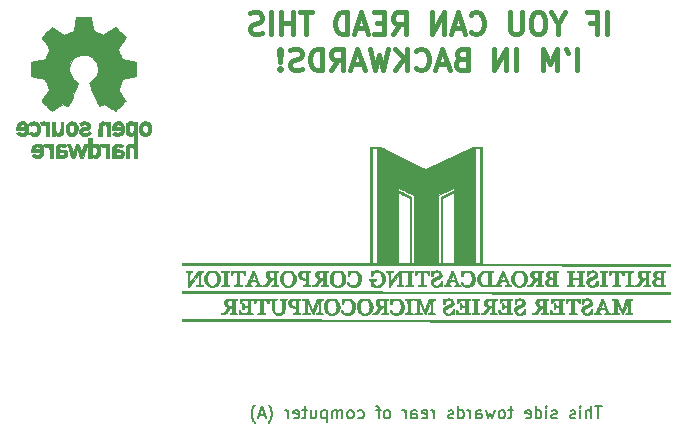
<source format=gbr>
G04 #@! TF.FileFunction,Legend,Bot*
%FSLAX46Y46*%
G04 Gerber Fmt 4.6, Leading zero omitted, Abs format (unit mm)*
G04 Created by KiCad (PCBNEW 4.0.7) date 05/21/18 15:56:52*
%MOMM*%
%LPD*%
G01*
G04 APERTURE LIST*
%ADD10C,0.100000*%
%ADD11C,0.400000*%
%ADD12C,0.010000*%
%ADD13C,0.150000*%
G04 APERTURE END LIST*
D10*
D11*
X156817715Y-102642286D02*
X156817715Y-100842286D01*
X155360572Y-101699429D02*
X155960572Y-101699429D01*
X155960572Y-102642286D02*
X155960572Y-100842286D01*
X155103429Y-100842286D01*
X152703428Y-101785143D02*
X152703428Y-102642286D01*
X153303428Y-100842286D02*
X152703428Y-101785143D01*
X152103428Y-100842286D01*
X151160571Y-100842286D02*
X150817714Y-100842286D01*
X150646286Y-100928000D01*
X150474857Y-101099429D01*
X150389143Y-101442286D01*
X150389143Y-102042286D01*
X150474857Y-102385143D01*
X150646286Y-102556571D01*
X150817714Y-102642286D01*
X151160571Y-102642286D01*
X151332000Y-102556571D01*
X151503429Y-102385143D01*
X151589143Y-102042286D01*
X151589143Y-101442286D01*
X151503429Y-101099429D01*
X151332000Y-100928000D01*
X151160571Y-100842286D01*
X149617715Y-100842286D02*
X149617715Y-102299429D01*
X149532000Y-102470857D01*
X149446286Y-102556571D01*
X149274857Y-102642286D01*
X148932000Y-102642286D01*
X148760572Y-102556571D01*
X148674857Y-102470857D01*
X148589143Y-102299429D01*
X148589143Y-100842286D01*
X145332000Y-102470857D02*
X145417714Y-102556571D01*
X145674857Y-102642286D01*
X145846286Y-102642286D01*
X146103429Y-102556571D01*
X146274857Y-102385143D01*
X146360572Y-102213714D01*
X146446286Y-101870857D01*
X146446286Y-101613714D01*
X146360572Y-101270857D01*
X146274857Y-101099429D01*
X146103429Y-100928000D01*
X145846286Y-100842286D01*
X145674857Y-100842286D01*
X145417714Y-100928000D01*
X145332000Y-101013714D01*
X144646286Y-102128000D02*
X143789143Y-102128000D01*
X144817714Y-102642286D02*
X144217714Y-100842286D01*
X143617714Y-102642286D01*
X143017715Y-102642286D02*
X143017715Y-100842286D01*
X141989143Y-102642286D01*
X141989143Y-100842286D01*
X138732000Y-102642286D02*
X139332000Y-101785143D01*
X139760572Y-102642286D02*
X139760572Y-100842286D01*
X139074857Y-100842286D01*
X138903429Y-100928000D01*
X138817714Y-101013714D01*
X138732000Y-101185143D01*
X138732000Y-101442286D01*
X138817714Y-101613714D01*
X138903429Y-101699429D01*
X139074857Y-101785143D01*
X139760572Y-101785143D01*
X137960572Y-101699429D02*
X137360572Y-101699429D01*
X137103429Y-102642286D02*
X137960572Y-102642286D01*
X137960572Y-100842286D01*
X137103429Y-100842286D01*
X136417715Y-102128000D02*
X135560572Y-102128000D01*
X136589143Y-102642286D02*
X135989143Y-100842286D01*
X135389143Y-102642286D01*
X134789144Y-102642286D02*
X134789144Y-100842286D01*
X134360572Y-100842286D01*
X134103429Y-100928000D01*
X133932001Y-101099429D01*
X133846286Y-101270857D01*
X133760572Y-101613714D01*
X133760572Y-101870857D01*
X133846286Y-102213714D01*
X133932001Y-102385143D01*
X134103429Y-102556571D01*
X134360572Y-102642286D01*
X134789144Y-102642286D01*
X131874857Y-100842286D02*
X130846286Y-100842286D01*
X131360572Y-102642286D02*
X131360572Y-100842286D01*
X130246286Y-102642286D02*
X130246286Y-100842286D01*
X130246286Y-101699429D02*
X129217714Y-101699429D01*
X129217714Y-102642286D02*
X129217714Y-100842286D01*
X128360572Y-102642286D02*
X128360572Y-100842286D01*
X127589143Y-102556571D02*
X127332000Y-102642286D01*
X126903429Y-102642286D01*
X126732000Y-102556571D01*
X126646286Y-102470857D01*
X126560571Y-102299429D01*
X126560571Y-102128000D01*
X126646286Y-101956571D01*
X126732000Y-101870857D01*
X126903429Y-101785143D01*
X127246286Y-101699429D01*
X127417714Y-101613714D01*
X127503429Y-101528000D01*
X127589143Y-101356571D01*
X127589143Y-101185143D01*
X127503429Y-101013714D01*
X127417714Y-100928000D01*
X127246286Y-100842286D01*
X126817714Y-100842286D01*
X126560571Y-100928000D01*
X154289144Y-105742286D02*
X154289144Y-103942286D01*
X153346286Y-103942286D02*
X153517715Y-104285143D01*
X152574858Y-105742286D02*
X152574858Y-103942286D01*
X151974858Y-105228000D01*
X151374858Y-103942286D01*
X151374858Y-105742286D01*
X149146286Y-105742286D02*
X149146286Y-103942286D01*
X148289143Y-105742286D02*
X148289143Y-103942286D01*
X147260571Y-105742286D01*
X147260571Y-103942286D01*
X144432000Y-104799429D02*
X144174857Y-104885143D01*
X144089142Y-104970857D01*
X144003428Y-105142286D01*
X144003428Y-105399429D01*
X144089142Y-105570857D01*
X144174857Y-105656571D01*
X144346285Y-105742286D01*
X145032000Y-105742286D01*
X145032000Y-103942286D01*
X144432000Y-103942286D01*
X144260571Y-104028000D01*
X144174857Y-104113714D01*
X144089142Y-104285143D01*
X144089142Y-104456571D01*
X144174857Y-104628000D01*
X144260571Y-104713714D01*
X144432000Y-104799429D01*
X145032000Y-104799429D01*
X143317714Y-105228000D02*
X142460571Y-105228000D01*
X143489142Y-105742286D02*
X142889142Y-103942286D01*
X142289142Y-105742286D01*
X140660571Y-105570857D02*
X140746285Y-105656571D01*
X141003428Y-105742286D01*
X141174857Y-105742286D01*
X141432000Y-105656571D01*
X141603428Y-105485143D01*
X141689143Y-105313714D01*
X141774857Y-104970857D01*
X141774857Y-104713714D01*
X141689143Y-104370857D01*
X141603428Y-104199429D01*
X141432000Y-104028000D01*
X141174857Y-103942286D01*
X141003428Y-103942286D01*
X140746285Y-104028000D01*
X140660571Y-104113714D01*
X139889143Y-105742286D02*
X139889143Y-103942286D01*
X138860571Y-105742286D02*
X139632000Y-104713714D01*
X138860571Y-103942286D02*
X139889143Y-104970857D01*
X138260571Y-103942286D02*
X137832000Y-105742286D01*
X137489143Y-104456571D01*
X137146285Y-105742286D01*
X136717714Y-103942286D01*
X136117714Y-105228000D02*
X135260571Y-105228000D01*
X136289142Y-105742286D02*
X135689142Y-103942286D01*
X135089142Y-105742286D01*
X133460571Y-105742286D02*
X134060571Y-104885143D01*
X134489143Y-105742286D02*
X134489143Y-103942286D01*
X133803428Y-103942286D01*
X133632000Y-104028000D01*
X133546285Y-104113714D01*
X133460571Y-104285143D01*
X133460571Y-104542286D01*
X133546285Y-104713714D01*
X133632000Y-104799429D01*
X133803428Y-104885143D01*
X134489143Y-104885143D01*
X132689143Y-105742286D02*
X132689143Y-103942286D01*
X132260571Y-103942286D01*
X132003428Y-104028000D01*
X131832000Y-104199429D01*
X131746285Y-104370857D01*
X131660571Y-104713714D01*
X131660571Y-104970857D01*
X131746285Y-105313714D01*
X131832000Y-105485143D01*
X132003428Y-105656571D01*
X132260571Y-105742286D01*
X132689143Y-105742286D01*
X130974857Y-105656571D02*
X130717714Y-105742286D01*
X130289143Y-105742286D01*
X130117714Y-105656571D01*
X130032000Y-105570857D01*
X129946285Y-105399429D01*
X129946285Y-105228000D01*
X130032000Y-105056571D01*
X130117714Y-104970857D01*
X130289143Y-104885143D01*
X130632000Y-104799429D01*
X130803428Y-104713714D01*
X130889143Y-104628000D01*
X130974857Y-104456571D01*
X130974857Y-104285143D01*
X130889143Y-104113714D01*
X130803428Y-104028000D01*
X130632000Y-103942286D01*
X130203428Y-103942286D01*
X129946285Y-104028000D01*
X129174857Y-105570857D02*
X129089142Y-105656571D01*
X129174857Y-105742286D01*
X129260571Y-105656571D01*
X129174857Y-105570857D01*
X129174857Y-105742286D01*
X129174857Y-105056571D02*
X129260571Y-104028000D01*
X129174857Y-103942286D01*
X129089142Y-104028000D01*
X129174857Y-105056571D01*
X129174857Y-103942286D01*
D12*
G36*
X120802400Y-126885145D02*
X120802400Y-126961679D01*
X124955300Y-126972853D01*
X125184991Y-126973454D01*
X125447409Y-126974109D01*
X125741417Y-126974817D01*
X126065876Y-126975575D01*
X126419647Y-126976380D01*
X126801593Y-126977231D01*
X127210575Y-126978125D01*
X127645453Y-126979061D01*
X128105091Y-126980035D01*
X128588348Y-126981046D01*
X129094087Y-126982091D01*
X129621170Y-126983168D01*
X130168457Y-126984276D01*
X130734810Y-126985411D01*
X131319091Y-126986571D01*
X131920162Y-126987755D01*
X132536883Y-126988959D01*
X133168116Y-126990183D01*
X133812724Y-126991423D01*
X134469566Y-126992677D01*
X135137505Y-126993944D01*
X135815403Y-126995220D01*
X136502120Y-126996504D01*
X137196519Y-126997793D01*
X137897460Y-126999085D01*
X138603806Y-127000379D01*
X139314418Y-127001671D01*
X140028157Y-127002959D01*
X140743885Y-127004242D01*
X141460463Y-127005516D01*
X142176753Y-127006781D01*
X142891617Y-127008033D01*
X143018934Y-127008255D01*
X143722292Y-127009485D01*
X144423452Y-127010723D01*
X145121410Y-127011965D01*
X145815166Y-127013210D01*
X146503716Y-127014457D01*
X147186059Y-127015702D01*
X147861192Y-127016944D01*
X148528113Y-127018181D01*
X149185820Y-127019410D01*
X149833311Y-127020631D01*
X150469582Y-127021840D01*
X151093633Y-127023037D01*
X151704461Y-127024218D01*
X152301063Y-127025382D01*
X152882438Y-127026527D01*
X153447583Y-127027651D01*
X153995496Y-127028751D01*
X154525175Y-127029826D01*
X155035617Y-127030875D01*
X155525820Y-127031893D01*
X155994783Y-127032881D01*
X156441502Y-127033836D01*
X156864976Y-127034755D01*
X157264202Y-127035637D01*
X157638178Y-127036479D01*
X157985903Y-127037281D01*
X158306372Y-127038039D01*
X158598586Y-127038752D01*
X158861540Y-127039417D01*
X159094234Y-127040033D01*
X159295664Y-127040598D01*
X159464828Y-127041110D01*
X159550101Y-127041389D01*
X162170534Y-127050296D01*
X162170534Y-126902526D01*
X160506834Y-126892293D01*
X160410319Y-126891776D01*
X160280807Y-126891208D01*
X160119168Y-126890590D01*
X159926270Y-126889925D01*
X159702985Y-126889213D01*
X159450182Y-126888458D01*
X159168729Y-126887660D01*
X158859497Y-126886822D01*
X158523356Y-126885945D01*
X158161175Y-126885032D01*
X157773823Y-126884084D01*
X157362171Y-126883103D01*
X156927087Y-126882091D01*
X156469442Y-126881049D01*
X155990106Y-126879980D01*
X155489947Y-126878886D01*
X154969836Y-126877767D01*
X154430641Y-126876627D01*
X153873234Y-126875467D01*
X153298482Y-126874289D01*
X152707257Y-126873094D01*
X152100427Y-126871885D01*
X151478863Y-126870663D01*
X150843433Y-126869430D01*
X150195008Y-126868188D01*
X149534457Y-126866940D01*
X148862650Y-126865686D01*
X148180456Y-126864428D01*
X147488745Y-126863169D01*
X146788386Y-126861910D01*
X146080250Y-126860654D01*
X145365206Y-126859401D01*
X144644123Y-126858154D01*
X143917872Y-126856915D01*
X143603134Y-126856383D01*
X142860690Y-126855127D01*
X142118347Y-126853860D01*
X141377132Y-126852584D01*
X140638071Y-126851302D01*
X139902192Y-126850016D01*
X139170521Y-126848726D01*
X138444086Y-126847436D01*
X137723912Y-126846147D01*
X137011028Y-126844862D01*
X136306459Y-126843582D01*
X135611233Y-126842309D01*
X134926376Y-126841045D01*
X134252916Y-126839792D01*
X133591879Y-126838553D01*
X132944292Y-126837329D01*
X132311182Y-126836122D01*
X131693576Y-126834935D01*
X131092500Y-126833768D01*
X130508982Y-126832624D01*
X129944049Y-126831506D01*
X129398726Y-126830415D01*
X128874042Y-126829353D01*
X128371023Y-126828321D01*
X127890695Y-126827323D01*
X127434086Y-126826360D01*
X127002223Y-126825434D01*
X126596132Y-126824547D01*
X126216840Y-126823701D01*
X125865374Y-126822898D01*
X125542762Y-126822140D01*
X125250029Y-126821428D01*
X124988202Y-126820766D01*
X124758310Y-126820154D01*
X124582767Y-126819658D01*
X120802401Y-126808610D01*
X120802400Y-126885145D01*
X120802400Y-126885145D01*
G37*
X120802400Y-126885145D02*
X120802400Y-126961679D01*
X124955300Y-126972853D01*
X125184991Y-126973454D01*
X125447409Y-126974109D01*
X125741417Y-126974817D01*
X126065876Y-126975575D01*
X126419647Y-126976380D01*
X126801593Y-126977231D01*
X127210575Y-126978125D01*
X127645453Y-126979061D01*
X128105091Y-126980035D01*
X128588348Y-126981046D01*
X129094087Y-126982091D01*
X129621170Y-126983168D01*
X130168457Y-126984276D01*
X130734810Y-126985411D01*
X131319091Y-126986571D01*
X131920162Y-126987755D01*
X132536883Y-126988959D01*
X133168116Y-126990183D01*
X133812724Y-126991423D01*
X134469566Y-126992677D01*
X135137505Y-126993944D01*
X135815403Y-126995220D01*
X136502120Y-126996504D01*
X137196519Y-126997793D01*
X137897460Y-126999085D01*
X138603806Y-127000379D01*
X139314418Y-127001671D01*
X140028157Y-127002959D01*
X140743885Y-127004242D01*
X141460463Y-127005516D01*
X142176753Y-127006781D01*
X142891617Y-127008033D01*
X143018934Y-127008255D01*
X143722292Y-127009485D01*
X144423452Y-127010723D01*
X145121410Y-127011965D01*
X145815166Y-127013210D01*
X146503716Y-127014457D01*
X147186059Y-127015702D01*
X147861192Y-127016944D01*
X148528113Y-127018181D01*
X149185820Y-127019410D01*
X149833311Y-127020631D01*
X150469582Y-127021840D01*
X151093633Y-127023037D01*
X151704461Y-127024218D01*
X152301063Y-127025382D01*
X152882438Y-127026527D01*
X153447583Y-127027651D01*
X153995496Y-127028751D01*
X154525175Y-127029826D01*
X155035617Y-127030875D01*
X155525820Y-127031893D01*
X155994783Y-127032881D01*
X156441502Y-127033836D01*
X156864976Y-127034755D01*
X157264202Y-127035637D01*
X157638178Y-127036479D01*
X157985903Y-127037281D01*
X158306372Y-127038039D01*
X158598586Y-127038752D01*
X158861540Y-127039417D01*
X159094234Y-127040033D01*
X159295664Y-127040598D01*
X159464828Y-127041110D01*
X159550101Y-127041389D01*
X162170534Y-127050296D01*
X162170534Y-126902526D01*
X160506834Y-126892293D01*
X160410319Y-126891776D01*
X160280807Y-126891208D01*
X160119168Y-126890590D01*
X159926270Y-126889925D01*
X159702985Y-126889213D01*
X159450182Y-126888458D01*
X159168729Y-126887660D01*
X158859497Y-126886822D01*
X158523356Y-126885945D01*
X158161175Y-126885032D01*
X157773823Y-126884084D01*
X157362171Y-126883103D01*
X156927087Y-126882091D01*
X156469442Y-126881049D01*
X155990106Y-126879980D01*
X155489947Y-126878886D01*
X154969836Y-126877767D01*
X154430641Y-126876627D01*
X153873234Y-126875467D01*
X153298482Y-126874289D01*
X152707257Y-126873094D01*
X152100427Y-126871885D01*
X151478863Y-126870663D01*
X150843433Y-126869430D01*
X150195008Y-126868188D01*
X149534457Y-126866940D01*
X148862650Y-126865686D01*
X148180456Y-126864428D01*
X147488745Y-126863169D01*
X146788386Y-126861910D01*
X146080250Y-126860654D01*
X145365206Y-126859401D01*
X144644123Y-126858154D01*
X143917872Y-126856915D01*
X143603134Y-126856383D01*
X142860690Y-126855127D01*
X142118347Y-126853860D01*
X141377132Y-126852584D01*
X140638071Y-126851302D01*
X139902192Y-126850016D01*
X139170521Y-126848726D01*
X138444086Y-126847436D01*
X137723912Y-126846147D01*
X137011028Y-126844862D01*
X136306459Y-126843582D01*
X135611233Y-126842309D01*
X134926376Y-126841045D01*
X134252916Y-126839792D01*
X133591879Y-126838553D01*
X132944292Y-126837329D01*
X132311182Y-126836122D01*
X131693576Y-126834935D01*
X131092500Y-126833768D01*
X130508982Y-126832624D01*
X129944049Y-126831506D01*
X129398726Y-126830415D01*
X128874042Y-126829353D01*
X128371023Y-126828321D01*
X127890695Y-126827323D01*
X127434086Y-126826360D01*
X127002223Y-126825434D01*
X126596132Y-126824547D01*
X126216840Y-126823701D01*
X125865374Y-126822898D01*
X125542762Y-126822140D01*
X125250029Y-126821428D01*
X124988202Y-126820766D01*
X124758310Y-126820154D01*
X124582767Y-126819658D01*
X120802401Y-126808610D01*
X120802400Y-126885145D01*
G36*
X155077964Y-125055725D02*
X154987492Y-125068522D01*
X154912393Y-125089205D01*
X154893654Y-125097339D01*
X154847681Y-125117807D01*
X154820896Y-125121864D01*
X154803632Y-125110823D01*
X154802680Y-125109700D01*
X154772593Y-125092614D01*
X154734727Y-125086533D01*
X154686000Y-125086533D01*
X154686000Y-125526800D01*
X154734120Y-125526800D01*
X154765772Y-125522484D01*
X154785351Y-125503603D01*
X154801414Y-125461257D01*
X154803320Y-125454833D01*
X154843969Y-125352367D01*
X154899406Y-125264785D01*
X154963802Y-125201115D01*
X154969923Y-125196809D01*
X155021314Y-125169000D01*
X155077894Y-125156393D01*
X155128992Y-125154267D01*
X155188102Y-125156620D01*
X155228214Y-125167250D01*
X155264071Y-125191516D01*
X155285928Y-125211300D01*
X155325219Y-125254312D01*
X155342910Y-125294082D01*
X155346337Y-125334066D01*
X155338915Y-125398266D01*
X155314420Y-125453025D01*
X155269302Y-125501561D01*
X155200014Y-125547090D01*
X155103009Y-125592832D01*
X155028549Y-125622273D01*
X154897642Y-125676048D01*
X154797014Y-125728891D01*
X154723362Y-125784239D01*
X154673379Y-125845529D01*
X154643762Y-125916198D01*
X154631206Y-125999683D01*
X154630220Y-126036560D01*
X154643112Y-126149516D01*
X154683299Y-126244297D01*
X154753050Y-126325547D01*
X154783795Y-126350832D01*
X154851804Y-126394851D01*
X154923224Y-126422654D01*
X155008073Y-126437007D01*
X155109334Y-126440704D01*
X155202414Y-126435740D01*
X155281119Y-126419089D01*
X155337934Y-126398496D01*
X155394154Y-126376556D01*
X155427930Y-126367871D01*
X155447476Y-126371313D01*
X155458334Y-126381965D01*
X155488788Y-126401687D01*
X155519618Y-126407333D01*
X155548869Y-126401990D01*
X155564582Y-126379672D01*
X155572599Y-126343833D01*
X155577260Y-126298620D01*
X155580902Y-126231036D01*
X155582990Y-126152575D01*
X155583281Y-126115233D01*
X155583467Y-125950133D01*
X155536642Y-125950133D01*
X155507328Y-125954289D01*
X155486974Y-125972110D01*
X155468245Y-126011627D01*
X155460014Y-126034045D01*
X155405018Y-126149770D01*
X155332500Y-126239752D01*
X155244840Y-126302045D01*
X155144417Y-126334699D01*
X155087326Y-126339322D01*
X154987910Y-126328230D01*
X154913073Y-126294759D01*
X154863596Y-126239564D01*
X154840256Y-126163300D01*
X154838400Y-126129877D01*
X154849622Y-126047227D01*
X154885147Y-125978831D01*
X154947764Y-125921538D01*
X155040263Y-125872200D01*
X155081042Y-125855919D01*
X155199670Y-125810066D01*
X155290809Y-125770889D01*
X155359532Y-125735750D01*
X155410910Y-125702010D01*
X155450014Y-125667029D01*
X155455540Y-125661063D01*
X155516357Y-125570507D01*
X155545396Y-125470882D01*
X155542163Y-125366088D01*
X155506193Y-125260076D01*
X155451359Y-125181025D01*
X155376455Y-125115252D01*
X155291817Y-125070870D01*
X155250725Y-125059539D01*
X155170233Y-125052252D01*
X155077964Y-125055725D01*
X155077964Y-125055725D01*
G37*
X155077964Y-125055725D02*
X154987492Y-125068522D01*
X154912393Y-125089205D01*
X154893654Y-125097339D01*
X154847681Y-125117807D01*
X154820896Y-125121864D01*
X154803632Y-125110823D01*
X154802680Y-125109700D01*
X154772593Y-125092614D01*
X154734727Y-125086533D01*
X154686000Y-125086533D01*
X154686000Y-125526800D01*
X154734120Y-125526800D01*
X154765772Y-125522484D01*
X154785351Y-125503603D01*
X154801414Y-125461257D01*
X154803320Y-125454833D01*
X154843969Y-125352367D01*
X154899406Y-125264785D01*
X154963802Y-125201115D01*
X154969923Y-125196809D01*
X155021314Y-125169000D01*
X155077894Y-125156393D01*
X155128992Y-125154267D01*
X155188102Y-125156620D01*
X155228214Y-125167250D01*
X155264071Y-125191516D01*
X155285928Y-125211300D01*
X155325219Y-125254312D01*
X155342910Y-125294082D01*
X155346337Y-125334066D01*
X155338915Y-125398266D01*
X155314420Y-125453025D01*
X155269302Y-125501561D01*
X155200014Y-125547090D01*
X155103009Y-125592832D01*
X155028549Y-125622273D01*
X154897642Y-125676048D01*
X154797014Y-125728891D01*
X154723362Y-125784239D01*
X154673379Y-125845529D01*
X154643762Y-125916198D01*
X154631206Y-125999683D01*
X154630220Y-126036560D01*
X154643112Y-126149516D01*
X154683299Y-126244297D01*
X154753050Y-126325547D01*
X154783795Y-126350832D01*
X154851804Y-126394851D01*
X154923224Y-126422654D01*
X155008073Y-126437007D01*
X155109334Y-126440704D01*
X155202414Y-126435740D01*
X155281119Y-126419089D01*
X155337934Y-126398496D01*
X155394154Y-126376556D01*
X155427930Y-126367871D01*
X155447476Y-126371313D01*
X155458334Y-126381965D01*
X155488788Y-126401687D01*
X155519618Y-126407333D01*
X155548869Y-126401990D01*
X155564582Y-126379672D01*
X155572599Y-126343833D01*
X155577260Y-126298620D01*
X155580902Y-126231036D01*
X155582990Y-126152575D01*
X155583281Y-126115233D01*
X155583467Y-125950133D01*
X155536642Y-125950133D01*
X155507328Y-125954289D01*
X155486974Y-125972110D01*
X155468245Y-126011627D01*
X155460014Y-126034045D01*
X155405018Y-126149770D01*
X155332500Y-126239752D01*
X155244840Y-126302045D01*
X155144417Y-126334699D01*
X155087326Y-126339322D01*
X154987910Y-126328230D01*
X154913073Y-126294759D01*
X154863596Y-126239564D01*
X154840256Y-126163300D01*
X154838400Y-126129877D01*
X154849622Y-126047227D01*
X154885147Y-125978831D01*
X154947764Y-125921538D01*
X155040263Y-125872200D01*
X155081042Y-125855919D01*
X155199670Y-125810066D01*
X155290809Y-125770889D01*
X155359532Y-125735750D01*
X155410910Y-125702010D01*
X155450014Y-125667029D01*
X155455540Y-125661063D01*
X155516357Y-125570507D01*
X155545396Y-125470882D01*
X155542163Y-125366088D01*
X155506193Y-125260076D01*
X155451359Y-125181025D01*
X155376455Y-125115252D01*
X155291817Y-125070870D01*
X155250725Y-125059539D01*
X155170233Y-125052252D01*
X155077964Y-125055725D01*
G36*
X149388364Y-125055725D02*
X149297892Y-125068522D01*
X149222793Y-125089205D01*
X149204054Y-125097339D01*
X149158081Y-125117807D01*
X149131296Y-125121864D01*
X149114032Y-125110823D01*
X149113080Y-125109700D01*
X149082993Y-125092614D01*
X149045127Y-125086533D01*
X148996400Y-125086533D01*
X148996400Y-125526800D01*
X149044520Y-125526800D01*
X149076172Y-125522484D01*
X149095751Y-125503603D01*
X149111814Y-125461257D01*
X149113720Y-125454833D01*
X149154369Y-125352367D01*
X149209806Y-125264785D01*
X149274202Y-125201115D01*
X149280323Y-125196809D01*
X149331714Y-125169000D01*
X149388294Y-125156393D01*
X149439392Y-125154267D01*
X149498502Y-125156620D01*
X149538614Y-125167250D01*
X149574471Y-125191516D01*
X149596328Y-125211300D01*
X149635619Y-125254312D01*
X149653310Y-125294082D01*
X149656737Y-125334066D01*
X149649315Y-125398266D01*
X149624820Y-125453025D01*
X149579702Y-125501561D01*
X149510414Y-125547090D01*
X149413409Y-125592832D01*
X149338949Y-125622273D01*
X149208042Y-125676048D01*
X149107414Y-125728891D01*
X149033762Y-125784239D01*
X148983779Y-125845529D01*
X148954162Y-125916198D01*
X148941606Y-125999683D01*
X148940620Y-126036560D01*
X148953512Y-126149516D01*
X148993699Y-126244297D01*
X149063450Y-126325547D01*
X149094195Y-126350832D01*
X149162204Y-126394851D01*
X149233624Y-126422654D01*
X149318473Y-126437007D01*
X149419734Y-126440704D01*
X149512814Y-126435740D01*
X149591519Y-126419089D01*
X149648334Y-126398496D01*
X149704554Y-126376556D01*
X149738330Y-126367871D01*
X149757876Y-126371313D01*
X149768734Y-126381965D01*
X149799188Y-126401687D01*
X149830018Y-126407333D01*
X149859269Y-126401990D01*
X149874982Y-126379672D01*
X149882999Y-126343833D01*
X149887660Y-126298620D01*
X149891302Y-126231036D01*
X149893390Y-126152575D01*
X149893681Y-126115233D01*
X149893867Y-125950133D01*
X149847042Y-125950133D01*
X149817728Y-125954289D01*
X149797374Y-125972110D01*
X149778645Y-126011627D01*
X149770414Y-126034045D01*
X149715418Y-126149770D01*
X149642900Y-126239752D01*
X149555240Y-126302045D01*
X149454817Y-126334699D01*
X149397726Y-126339322D01*
X149298310Y-126328230D01*
X149223473Y-126294759D01*
X149173996Y-126239564D01*
X149150656Y-126163300D01*
X149148800Y-126129877D01*
X149160022Y-126047227D01*
X149195547Y-125978831D01*
X149258164Y-125921538D01*
X149350663Y-125872200D01*
X149391442Y-125855919D01*
X149510070Y-125810066D01*
X149601209Y-125770889D01*
X149669932Y-125735750D01*
X149721310Y-125702010D01*
X149760414Y-125667029D01*
X149765940Y-125661063D01*
X149826757Y-125570507D01*
X149855796Y-125470882D01*
X149852563Y-125366088D01*
X149816593Y-125260076D01*
X149761759Y-125181025D01*
X149686855Y-125115252D01*
X149602217Y-125070870D01*
X149561125Y-125059539D01*
X149480633Y-125052252D01*
X149388364Y-125055725D01*
X149388364Y-125055725D01*
G37*
X149388364Y-125055725D02*
X149297892Y-125068522D01*
X149222793Y-125089205D01*
X149204054Y-125097339D01*
X149158081Y-125117807D01*
X149131296Y-125121864D01*
X149114032Y-125110823D01*
X149113080Y-125109700D01*
X149082993Y-125092614D01*
X149045127Y-125086533D01*
X148996400Y-125086533D01*
X148996400Y-125526800D01*
X149044520Y-125526800D01*
X149076172Y-125522484D01*
X149095751Y-125503603D01*
X149111814Y-125461257D01*
X149113720Y-125454833D01*
X149154369Y-125352367D01*
X149209806Y-125264785D01*
X149274202Y-125201115D01*
X149280323Y-125196809D01*
X149331714Y-125169000D01*
X149388294Y-125156393D01*
X149439392Y-125154267D01*
X149498502Y-125156620D01*
X149538614Y-125167250D01*
X149574471Y-125191516D01*
X149596328Y-125211300D01*
X149635619Y-125254312D01*
X149653310Y-125294082D01*
X149656737Y-125334066D01*
X149649315Y-125398266D01*
X149624820Y-125453025D01*
X149579702Y-125501561D01*
X149510414Y-125547090D01*
X149413409Y-125592832D01*
X149338949Y-125622273D01*
X149208042Y-125676048D01*
X149107414Y-125728891D01*
X149033762Y-125784239D01*
X148983779Y-125845529D01*
X148954162Y-125916198D01*
X148941606Y-125999683D01*
X148940620Y-126036560D01*
X148953512Y-126149516D01*
X148993699Y-126244297D01*
X149063450Y-126325547D01*
X149094195Y-126350832D01*
X149162204Y-126394851D01*
X149233624Y-126422654D01*
X149318473Y-126437007D01*
X149419734Y-126440704D01*
X149512814Y-126435740D01*
X149591519Y-126419089D01*
X149648334Y-126398496D01*
X149704554Y-126376556D01*
X149738330Y-126367871D01*
X149757876Y-126371313D01*
X149768734Y-126381965D01*
X149799188Y-126401687D01*
X149830018Y-126407333D01*
X149859269Y-126401990D01*
X149874982Y-126379672D01*
X149882999Y-126343833D01*
X149887660Y-126298620D01*
X149891302Y-126231036D01*
X149893390Y-126152575D01*
X149893681Y-126115233D01*
X149893867Y-125950133D01*
X149847042Y-125950133D01*
X149817728Y-125954289D01*
X149797374Y-125972110D01*
X149778645Y-126011627D01*
X149770414Y-126034045D01*
X149715418Y-126149770D01*
X149642900Y-126239752D01*
X149555240Y-126302045D01*
X149454817Y-126334699D01*
X149397726Y-126339322D01*
X149298310Y-126328230D01*
X149223473Y-126294759D01*
X149173996Y-126239564D01*
X149150656Y-126163300D01*
X149148800Y-126129877D01*
X149160022Y-126047227D01*
X149195547Y-125978831D01*
X149258164Y-125921538D01*
X149350663Y-125872200D01*
X149391442Y-125855919D01*
X149510070Y-125810066D01*
X149601209Y-125770889D01*
X149669932Y-125735750D01*
X149721310Y-125702010D01*
X149760414Y-125667029D01*
X149765940Y-125661063D01*
X149826757Y-125570507D01*
X149855796Y-125470882D01*
X149852563Y-125366088D01*
X149816593Y-125260076D01*
X149761759Y-125181025D01*
X149686855Y-125115252D01*
X149602217Y-125070870D01*
X149561125Y-125059539D01*
X149480633Y-125052252D01*
X149388364Y-125055725D01*
G36*
X143360097Y-125055725D02*
X143269626Y-125068522D01*
X143194526Y-125089205D01*
X143175787Y-125097339D01*
X143129814Y-125117807D01*
X143103030Y-125121864D01*
X143085765Y-125110823D01*
X143084814Y-125109700D01*
X143054727Y-125092614D01*
X143016860Y-125086533D01*
X142968134Y-125086533D01*
X142968134Y-125526800D01*
X143016253Y-125526800D01*
X143047905Y-125522484D01*
X143067484Y-125503603D01*
X143083547Y-125461257D01*
X143085453Y-125454833D01*
X143126102Y-125352367D01*
X143181540Y-125264785D01*
X143245935Y-125201115D01*
X143252056Y-125196809D01*
X143303448Y-125169000D01*
X143360027Y-125156393D01*
X143411126Y-125154267D01*
X143470235Y-125156620D01*
X143510347Y-125167250D01*
X143546205Y-125191516D01*
X143568061Y-125211300D01*
X143607353Y-125254312D01*
X143625043Y-125294082D01*
X143628471Y-125334066D01*
X143621049Y-125398266D01*
X143596553Y-125453025D01*
X143551435Y-125501561D01*
X143482147Y-125547090D01*
X143385142Y-125592832D01*
X143310682Y-125622273D01*
X143179775Y-125676048D01*
X143079148Y-125728891D01*
X143005495Y-125784239D01*
X142955512Y-125845529D01*
X142925895Y-125916198D01*
X142913339Y-125999683D01*
X142912353Y-126036560D01*
X142925245Y-126149516D01*
X142965432Y-126244297D01*
X143035183Y-126325547D01*
X143065928Y-126350832D01*
X143133937Y-126394851D01*
X143205357Y-126422654D01*
X143290206Y-126437007D01*
X143391467Y-126440704D01*
X143484547Y-126435740D01*
X143563253Y-126419089D01*
X143620067Y-126398496D01*
X143676288Y-126376556D01*
X143710063Y-126367871D01*
X143729610Y-126371313D01*
X143740467Y-126381965D01*
X143770921Y-126401687D01*
X143801752Y-126407333D01*
X143831002Y-126401990D01*
X143846715Y-126379672D01*
X143854732Y-126343833D01*
X143859393Y-126298620D01*
X143863036Y-126231036D01*
X143865123Y-126152575D01*
X143865414Y-126115233D01*
X143865600Y-125950133D01*
X143818775Y-125950133D01*
X143789461Y-125954289D01*
X143769107Y-125972110D01*
X143750378Y-126011627D01*
X143742147Y-126034045D01*
X143687151Y-126149770D01*
X143614634Y-126239752D01*
X143526974Y-126302045D01*
X143426550Y-126334699D01*
X143369460Y-126339322D01*
X143270043Y-126328230D01*
X143195207Y-126294759D01*
X143145729Y-126239564D01*
X143122389Y-126163300D01*
X143120534Y-126129877D01*
X143131756Y-126047227D01*
X143167281Y-125978831D01*
X143229898Y-125921538D01*
X143322396Y-125872200D01*
X143363175Y-125855919D01*
X143481803Y-125810066D01*
X143572943Y-125770889D01*
X143641665Y-125735750D01*
X143693043Y-125702010D01*
X143732147Y-125667029D01*
X143737673Y-125661063D01*
X143798491Y-125570507D01*
X143827529Y-125470882D01*
X143824296Y-125366088D01*
X143788327Y-125260076D01*
X143733493Y-125181025D01*
X143658588Y-125115252D01*
X143573950Y-125070870D01*
X143532858Y-125059539D01*
X143452366Y-125052252D01*
X143360097Y-125055725D01*
X143360097Y-125055725D01*
G37*
X143360097Y-125055725D02*
X143269626Y-125068522D01*
X143194526Y-125089205D01*
X143175787Y-125097339D01*
X143129814Y-125117807D01*
X143103030Y-125121864D01*
X143085765Y-125110823D01*
X143084814Y-125109700D01*
X143054727Y-125092614D01*
X143016860Y-125086533D01*
X142968134Y-125086533D01*
X142968134Y-125526800D01*
X143016253Y-125526800D01*
X143047905Y-125522484D01*
X143067484Y-125503603D01*
X143083547Y-125461257D01*
X143085453Y-125454833D01*
X143126102Y-125352367D01*
X143181540Y-125264785D01*
X143245935Y-125201115D01*
X143252056Y-125196809D01*
X143303448Y-125169000D01*
X143360027Y-125156393D01*
X143411126Y-125154267D01*
X143470235Y-125156620D01*
X143510347Y-125167250D01*
X143546205Y-125191516D01*
X143568061Y-125211300D01*
X143607353Y-125254312D01*
X143625043Y-125294082D01*
X143628471Y-125334066D01*
X143621049Y-125398266D01*
X143596553Y-125453025D01*
X143551435Y-125501561D01*
X143482147Y-125547090D01*
X143385142Y-125592832D01*
X143310682Y-125622273D01*
X143179775Y-125676048D01*
X143079148Y-125728891D01*
X143005495Y-125784239D01*
X142955512Y-125845529D01*
X142925895Y-125916198D01*
X142913339Y-125999683D01*
X142912353Y-126036560D01*
X142925245Y-126149516D01*
X142965432Y-126244297D01*
X143035183Y-126325547D01*
X143065928Y-126350832D01*
X143133937Y-126394851D01*
X143205357Y-126422654D01*
X143290206Y-126437007D01*
X143391467Y-126440704D01*
X143484547Y-126435740D01*
X143563253Y-126419089D01*
X143620067Y-126398496D01*
X143676288Y-126376556D01*
X143710063Y-126367871D01*
X143729610Y-126371313D01*
X143740467Y-126381965D01*
X143770921Y-126401687D01*
X143801752Y-126407333D01*
X143831002Y-126401990D01*
X143846715Y-126379672D01*
X143854732Y-126343833D01*
X143859393Y-126298620D01*
X143863036Y-126231036D01*
X143865123Y-126152575D01*
X143865414Y-126115233D01*
X143865600Y-125950133D01*
X143818775Y-125950133D01*
X143789461Y-125954289D01*
X143769107Y-125972110D01*
X143750378Y-126011627D01*
X143742147Y-126034045D01*
X143687151Y-126149770D01*
X143614634Y-126239752D01*
X143526974Y-126302045D01*
X143426550Y-126334699D01*
X143369460Y-126339322D01*
X143270043Y-126328230D01*
X143195207Y-126294759D01*
X143145729Y-126239564D01*
X143122389Y-126163300D01*
X143120534Y-126129877D01*
X143131756Y-126047227D01*
X143167281Y-125978831D01*
X143229898Y-125921538D01*
X143322396Y-125872200D01*
X143363175Y-125855919D01*
X143481803Y-125810066D01*
X143572943Y-125770889D01*
X143641665Y-125735750D01*
X143693043Y-125702010D01*
X143732147Y-125667029D01*
X143737673Y-125661063D01*
X143798491Y-125570507D01*
X143827529Y-125470882D01*
X143824296Y-125366088D01*
X143788327Y-125260076D01*
X143733493Y-125181025D01*
X143658588Y-125115252D01*
X143573950Y-125070870D01*
X143532858Y-125059539D01*
X143452366Y-125052252D01*
X143360097Y-125055725D01*
G36*
X138866712Y-125061935D02*
X138803969Y-125065146D01*
X138758339Y-125071976D01*
X138721455Y-125083635D01*
X138687900Y-125099748D01*
X138643486Y-125121683D01*
X138619511Y-125127024D01*
X138607653Y-125117056D01*
X138605655Y-125112448D01*
X138580971Y-125092626D01*
X138538255Y-125086533D01*
X138480801Y-125086533D01*
X138480801Y-125560667D01*
X138528508Y-125560667D01*
X138556874Y-125557290D01*
X138576039Y-125541932D01*
X138592542Y-125506753D01*
X138605204Y-125468704D01*
X138643074Y-125376163D01*
X138693553Y-125291780D01*
X138750560Y-125224299D01*
X138802270Y-125185325D01*
X138879305Y-125160510D01*
X138969384Y-125155091D01*
X139057863Y-125168959D01*
X139106189Y-125187549D01*
X139185977Y-125244656D01*
X139256761Y-125326451D01*
X139310960Y-125423784D01*
X139319355Y-125444884D01*
X139335137Y-125495682D01*
X139345300Y-125551889D01*
X139350856Y-125622366D01*
X139352817Y-125715974D01*
X139352867Y-125738467D01*
X139352262Y-125827313D01*
X139349484Y-125891400D01*
X139343095Y-125939828D01*
X139331651Y-125981698D01*
X139313713Y-126026108D01*
X139303898Y-126047700D01*
X139244899Y-126146872D01*
X139169567Y-126229845D01*
X139085403Y-126288777D01*
X139063674Y-126298912D01*
X138989694Y-126317261D01*
X138900472Y-126321376D01*
X138811311Y-126311648D01*
X138742322Y-126290728D01*
X138688557Y-126257034D01*
X138632074Y-126207195D01*
X138581854Y-126150750D01*
X138546881Y-126097237D01*
X138537606Y-126073354D01*
X138516372Y-126041781D01*
X138479394Y-126037304D01*
X138446934Y-126051569D01*
X138434944Y-126064656D01*
X138435856Y-126086206D01*
X138451317Y-126123991D01*
X138470243Y-126161503D01*
X138541107Y-126267067D01*
X138634243Y-126350584D01*
X138705638Y-126393695D01*
X138775231Y-126418047D01*
X138866765Y-126433401D01*
X138969460Y-126439489D01*
X139072535Y-126436041D01*
X139165208Y-126422791D01*
X139220753Y-126406516D01*
X139333067Y-126344599D01*
X139433056Y-126254207D01*
X139516113Y-126139842D01*
X139540932Y-126093767D01*
X139573280Y-126023517D01*
X139593228Y-125963942D01*
X139604597Y-125900089D01*
X139611085Y-125819177D01*
X139608334Y-125651596D01*
X139579214Y-125503938D01*
X139522920Y-125373913D01*
X139438648Y-125259234D01*
X139400803Y-125220789D01*
X139327326Y-125156614D01*
X139259373Y-125111800D01*
X139188001Y-125083144D01*
X139104271Y-125067445D01*
X138999239Y-125061502D01*
X138954934Y-125061133D01*
X138866712Y-125061935D01*
X138866712Y-125061935D01*
G37*
X138866712Y-125061935D02*
X138803969Y-125065146D01*
X138758339Y-125071976D01*
X138721455Y-125083635D01*
X138687900Y-125099748D01*
X138643486Y-125121683D01*
X138619511Y-125127024D01*
X138607653Y-125117056D01*
X138605655Y-125112448D01*
X138580971Y-125092626D01*
X138538255Y-125086533D01*
X138480801Y-125086533D01*
X138480801Y-125560667D01*
X138528508Y-125560667D01*
X138556874Y-125557290D01*
X138576039Y-125541932D01*
X138592542Y-125506753D01*
X138605204Y-125468704D01*
X138643074Y-125376163D01*
X138693553Y-125291780D01*
X138750560Y-125224299D01*
X138802270Y-125185325D01*
X138879305Y-125160510D01*
X138969384Y-125155091D01*
X139057863Y-125168959D01*
X139106189Y-125187549D01*
X139185977Y-125244656D01*
X139256761Y-125326451D01*
X139310960Y-125423784D01*
X139319355Y-125444884D01*
X139335137Y-125495682D01*
X139345300Y-125551889D01*
X139350856Y-125622366D01*
X139352817Y-125715974D01*
X139352867Y-125738467D01*
X139352262Y-125827313D01*
X139349484Y-125891400D01*
X139343095Y-125939828D01*
X139331651Y-125981698D01*
X139313713Y-126026108D01*
X139303898Y-126047700D01*
X139244899Y-126146872D01*
X139169567Y-126229845D01*
X139085403Y-126288777D01*
X139063674Y-126298912D01*
X138989694Y-126317261D01*
X138900472Y-126321376D01*
X138811311Y-126311648D01*
X138742322Y-126290728D01*
X138688557Y-126257034D01*
X138632074Y-126207195D01*
X138581854Y-126150750D01*
X138546881Y-126097237D01*
X138537606Y-126073354D01*
X138516372Y-126041781D01*
X138479394Y-126037304D01*
X138446934Y-126051569D01*
X138434944Y-126064656D01*
X138435856Y-126086206D01*
X138451317Y-126123991D01*
X138470243Y-126161503D01*
X138541107Y-126267067D01*
X138634243Y-126350584D01*
X138705638Y-126393695D01*
X138775231Y-126418047D01*
X138866765Y-126433401D01*
X138969460Y-126439489D01*
X139072535Y-126436041D01*
X139165208Y-126422791D01*
X139220753Y-126406516D01*
X139333067Y-126344599D01*
X139433056Y-126254207D01*
X139516113Y-126139842D01*
X139540932Y-126093767D01*
X139573280Y-126023517D01*
X139593228Y-125963942D01*
X139604597Y-125900089D01*
X139611085Y-125819177D01*
X139608334Y-125651596D01*
X139579214Y-125503938D01*
X139522920Y-125373913D01*
X139438648Y-125259234D01*
X139400803Y-125220789D01*
X139327326Y-125156614D01*
X139259373Y-125111800D01*
X139188001Y-125083144D01*
X139104271Y-125067445D01*
X138999239Y-125061502D01*
X138954934Y-125061133D01*
X138866712Y-125061935D01*
G36*
X136296401Y-125061744D02*
X136180773Y-125065420D01*
X136089682Y-125077745D01*
X136014240Y-125101896D01*
X135945561Y-125141052D01*
X135874760Y-125198391D01*
X135849854Y-125221429D01*
X135753660Y-125335036D01*
X135685963Y-125466781D01*
X135646927Y-125616245D01*
X135636414Y-125761945D01*
X135652556Y-125916146D01*
X135698206Y-126058084D01*
X135771284Y-126184276D01*
X135869709Y-126291243D01*
X135991400Y-126375502D01*
X136008534Y-126384462D01*
X136056517Y-126406629D01*
X136101649Y-126421083D01*
X136154104Y-126429785D01*
X136224058Y-126434695D01*
X136279467Y-126436661D01*
X136370267Y-126437837D01*
X136437640Y-126434512D01*
X136491853Y-126425600D01*
X136543173Y-126410017D01*
X136547866Y-126408300D01*
X136602828Y-126386912D01*
X136644265Y-126366464D01*
X136682395Y-126340264D01*
X136727436Y-126301623D01*
X136767747Y-126264339D01*
X136843106Y-126175241D01*
X136905561Y-126064978D01*
X136948546Y-125945652D01*
X136954679Y-125919667D01*
X136972308Y-125768828D01*
X136712798Y-125768828D01*
X136706985Y-125884995D01*
X136692618Y-125987340D01*
X136679194Y-126039421D01*
X136642983Y-126120019D01*
X136590984Y-126198310D01*
X136530796Y-126264797D01*
X136470017Y-126309982D01*
X136458073Y-126315796D01*
X136393321Y-126332617D01*
X136312265Y-126338275D01*
X136229999Y-126332955D01*
X136161618Y-126316839D01*
X136150348Y-126312060D01*
X136082838Y-126265899D01*
X136017221Y-126196389D01*
X135961743Y-126113444D01*
X135932307Y-126049894D01*
X135912896Y-125972807D01*
X135900908Y-125873314D01*
X135896390Y-125762063D01*
X135899390Y-125649701D01*
X135909955Y-125546877D01*
X135928135Y-125464239D01*
X135929649Y-125459619D01*
X135981824Y-125343894D01*
X136051382Y-125251176D01*
X136107573Y-125203398D01*
X136169133Y-125175883D01*
X136249958Y-125159352D01*
X136336852Y-125155120D01*
X136416622Y-125164500D01*
X136438106Y-125170465D01*
X136500261Y-125204919D01*
X136563789Y-125263634D01*
X136621467Y-125338114D01*
X136666068Y-125419864D01*
X136678955Y-125453685D01*
X136698778Y-125541544D01*
X136710060Y-125650468D01*
X136712798Y-125768828D01*
X136972308Y-125768828D01*
X136973078Y-125762248D01*
X136961828Y-125610901D01*
X136922665Y-125469462D01*
X136857321Y-125341770D01*
X136767530Y-125231662D01*
X136655026Y-125142977D01*
X136587233Y-125106183D01*
X136541605Y-125086277D01*
X136500253Y-125073288D01*
X136453947Y-125065804D01*
X136393456Y-125062415D01*
X136309549Y-125061712D01*
X136296401Y-125061744D01*
X136296401Y-125061744D01*
G37*
X136296401Y-125061744D02*
X136180773Y-125065420D01*
X136089682Y-125077745D01*
X136014240Y-125101896D01*
X135945561Y-125141052D01*
X135874760Y-125198391D01*
X135849854Y-125221429D01*
X135753660Y-125335036D01*
X135685963Y-125466781D01*
X135646927Y-125616245D01*
X135636414Y-125761945D01*
X135652556Y-125916146D01*
X135698206Y-126058084D01*
X135771284Y-126184276D01*
X135869709Y-126291243D01*
X135991400Y-126375502D01*
X136008534Y-126384462D01*
X136056517Y-126406629D01*
X136101649Y-126421083D01*
X136154104Y-126429785D01*
X136224058Y-126434695D01*
X136279467Y-126436661D01*
X136370267Y-126437837D01*
X136437640Y-126434512D01*
X136491853Y-126425600D01*
X136543173Y-126410017D01*
X136547866Y-126408300D01*
X136602828Y-126386912D01*
X136644265Y-126366464D01*
X136682395Y-126340264D01*
X136727436Y-126301623D01*
X136767747Y-126264339D01*
X136843106Y-126175241D01*
X136905561Y-126064978D01*
X136948546Y-125945652D01*
X136954679Y-125919667D01*
X136972308Y-125768828D01*
X136712798Y-125768828D01*
X136706985Y-125884995D01*
X136692618Y-125987340D01*
X136679194Y-126039421D01*
X136642983Y-126120019D01*
X136590984Y-126198310D01*
X136530796Y-126264797D01*
X136470017Y-126309982D01*
X136458073Y-126315796D01*
X136393321Y-126332617D01*
X136312265Y-126338275D01*
X136229999Y-126332955D01*
X136161618Y-126316839D01*
X136150348Y-126312060D01*
X136082838Y-126265899D01*
X136017221Y-126196389D01*
X135961743Y-126113444D01*
X135932307Y-126049894D01*
X135912896Y-125972807D01*
X135900908Y-125873314D01*
X135896390Y-125762063D01*
X135899390Y-125649701D01*
X135909955Y-125546877D01*
X135928135Y-125464239D01*
X135929649Y-125459619D01*
X135981824Y-125343894D01*
X136051382Y-125251176D01*
X136107573Y-125203398D01*
X136169133Y-125175883D01*
X136249958Y-125159352D01*
X136336852Y-125155120D01*
X136416622Y-125164500D01*
X136438106Y-125170465D01*
X136500261Y-125204919D01*
X136563789Y-125263634D01*
X136621467Y-125338114D01*
X136666068Y-125419864D01*
X136678955Y-125453685D01*
X136698778Y-125541544D01*
X136710060Y-125650468D01*
X136712798Y-125768828D01*
X136972308Y-125768828D01*
X136973078Y-125762248D01*
X136961828Y-125610901D01*
X136922665Y-125469462D01*
X136857321Y-125341770D01*
X136767530Y-125231662D01*
X136655026Y-125142977D01*
X136587233Y-125106183D01*
X136541605Y-125086277D01*
X136500253Y-125073288D01*
X136453947Y-125065804D01*
X136393456Y-125062415D01*
X136309549Y-125061712D01*
X136296401Y-125061744D01*
G36*
X134734979Y-125061935D02*
X134672236Y-125065146D01*
X134626606Y-125071976D01*
X134589721Y-125083635D01*
X134556167Y-125099748D01*
X134511752Y-125121683D01*
X134487778Y-125127024D01*
X134475920Y-125117056D01*
X134473921Y-125112448D01*
X134449238Y-125092626D01*
X134406522Y-125086533D01*
X134349067Y-125086533D01*
X134349067Y-125560667D01*
X134396775Y-125560667D01*
X134425141Y-125557290D01*
X134444305Y-125541932D01*
X134460809Y-125506753D01*
X134473471Y-125468704D01*
X134511341Y-125376163D01*
X134561820Y-125291780D01*
X134618827Y-125224299D01*
X134670536Y-125185325D01*
X134747571Y-125160510D01*
X134837651Y-125155091D01*
X134926130Y-125168959D01*
X134974456Y-125187549D01*
X135054244Y-125244656D01*
X135125027Y-125326451D01*
X135179226Y-125423784D01*
X135187622Y-125444884D01*
X135203403Y-125495682D01*
X135213566Y-125551889D01*
X135219123Y-125622366D01*
X135221084Y-125715974D01*
X135221134Y-125738467D01*
X135220528Y-125827313D01*
X135217751Y-125891400D01*
X135211361Y-125939828D01*
X135199918Y-125981698D01*
X135181979Y-126026108D01*
X135172165Y-126047700D01*
X135113166Y-126146872D01*
X135037834Y-126229845D01*
X134953670Y-126288777D01*
X134931941Y-126298912D01*
X134857961Y-126317261D01*
X134768739Y-126321376D01*
X134679578Y-126311648D01*
X134610589Y-126290728D01*
X134556824Y-126257034D01*
X134500340Y-126207195D01*
X134450121Y-126150750D01*
X134415147Y-126097237D01*
X134405872Y-126073354D01*
X134384638Y-126041781D01*
X134347660Y-126037304D01*
X134315201Y-126051569D01*
X134303211Y-126064656D01*
X134304123Y-126086206D01*
X134319584Y-126123991D01*
X134338509Y-126161503D01*
X134409373Y-126267067D01*
X134502509Y-126350584D01*
X134573905Y-126393695D01*
X134643497Y-126418047D01*
X134735032Y-126433401D01*
X134837726Y-126439489D01*
X134940801Y-126436041D01*
X135033475Y-126422791D01*
X135089020Y-126406516D01*
X135201334Y-126344599D01*
X135301323Y-126254207D01*
X135384380Y-126139842D01*
X135409199Y-126093767D01*
X135441547Y-126023517D01*
X135461495Y-125963942D01*
X135472864Y-125900089D01*
X135479351Y-125819177D01*
X135476601Y-125651596D01*
X135447481Y-125503938D01*
X135391187Y-125373913D01*
X135306914Y-125259234D01*
X135269069Y-125220789D01*
X135195592Y-125156614D01*
X135127639Y-125111800D01*
X135056268Y-125083144D01*
X134972537Y-125067445D01*
X134867505Y-125061502D01*
X134823201Y-125061133D01*
X134734979Y-125061935D01*
X134734979Y-125061935D01*
G37*
X134734979Y-125061935D02*
X134672236Y-125065146D01*
X134626606Y-125071976D01*
X134589721Y-125083635D01*
X134556167Y-125099748D01*
X134511752Y-125121683D01*
X134487778Y-125127024D01*
X134475920Y-125117056D01*
X134473921Y-125112448D01*
X134449238Y-125092626D01*
X134406522Y-125086533D01*
X134349067Y-125086533D01*
X134349067Y-125560667D01*
X134396775Y-125560667D01*
X134425141Y-125557290D01*
X134444305Y-125541932D01*
X134460809Y-125506753D01*
X134473471Y-125468704D01*
X134511341Y-125376163D01*
X134561820Y-125291780D01*
X134618827Y-125224299D01*
X134670536Y-125185325D01*
X134747571Y-125160510D01*
X134837651Y-125155091D01*
X134926130Y-125168959D01*
X134974456Y-125187549D01*
X135054244Y-125244656D01*
X135125027Y-125326451D01*
X135179226Y-125423784D01*
X135187622Y-125444884D01*
X135203403Y-125495682D01*
X135213566Y-125551889D01*
X135219123Y-125622366D01*
X135221084Y-125715974D01*
X135221134Y-125738467D01*
X135220528Y-125827313D01*
X135217751Y-125891400D01*
X135211361Y-125939828D01*
X135199918Y-125981698D01*
X135181979Y-126026108D01*
X135172165Y-126047700D01*
X135113166Y-126146872D01*
X135037834Y-126229845D01*
X134953670Y-126288777D01*
X134931941Y-126298912D01*
X134857961Y-126317261D01*
X134768739Y-126321376D01*
X134679578Y-126311648D01*
X134610589Y-126290728D01*
X134556824Y-126257034D01*
X134500340Y-126207195D01*
X134450121Y-126150750D01*
X134415147Y-126097237D01*
X134405872Y-126073354D01*
X134384638Y-126041781D01*
X134347660Y-126037304D01*
X134315201Y-126051569D01*
X134303211Y-126064656D01*
X134304123Y-126086206D01*
X134319584Y-126123991D01*
X134338509Y-126161503D01*
X134409373Y-126267067D01*
X134502509Y-126350584D01*
X134573905Y-126393695D01*
X134643497Y-126418047D01*
X134735032Y-126433401D01*
X134837726Y-126439489D01*
X134940801Y-126436041D01*
X135033475Y-126422791D01*
X135089020Y-126406516D01*
X135201334Y-126344599D01*
X135301323Y-126254207D01*
X135384380Y-126139842D01*
X135409199Y-126093767D01*
X135441547Y-126023517D01*
X135461495Y-125963942D01*
X135472864Y-125900089D01*
X135479351Y-125819177D01*
X135476601Y-125651596D01*
X135447481Y-125503938D01*
X135391187Y-125373913D01*
X135306914Y-125259234D01*
X135269069Y-125220789D01*
X135195592Y-125156614D01*
X135127639Y-125111800D01*
X135056268Y-125083144D01*
X134972537Y-125067445D01*
X134867505Y-125061502D01*
X134823201Y-125061133D01*
X134734979Y-125061935D01*
G36*
X133502400Y-125061744D02*
X133386773Y-125065420D01*
X133295682Y-125077745D01*
X133220240Y-125101896D01*
X133151561Y-125141052D01*
X133080760Y-125198391D01*
X133055854Y-125221429D01*
X132959660Y-125335036D01*
X132891963Y-125466781D01*
X132852927Y-125616245D01*
X132842414Y-125761945D01*
X132858556Y-125916146D01*
X132904206Y-126058084D01*
X132977284Y-126184276D01*
X133075709Y-126291243D01*
X133197400Y-126375502D01*
X133214534Y-126384462D01*
X133262517Y-126406629D01*
X133307649Y-126421083D01*
X133360104Y-126429785D01*
X133430058Y-126434695D01*
X133485467Y-126436661D01*
X133576267Y-126437837D01*
X133643640Y-126434512D01*
X133697853Y-126425600D01*
X133749173Y-126410017D01*
X133753866Y-126408300D01*
X133808828Y-126386912D01*
X133850265Y-126366464D01*
X133888395Y-126340264D01*
X133933436Y-126301623D01*
X133973747Y-126264339D01*
X134049106Y-126175241D01*
X134111561Y-126064978D01*
X134154546Y-125945652D01*
X134160679Y-125919667D01*
X134178308Y-125768828D01*
X133918798Y-125768828D01*
X133912985Y-125884995D01*
X133898618Y-125987340D01*
X133885194Y-126039421D01*
X133848983Y-126120019D01*
X133796984Y-126198310D01*
X133736796Y-126264797D01*
X133676017Y-126309982D01*
X133664073Y-126315796D01*
X133599321Y-126332617D01*
X133518265Y-126338275D01*
X133435999Y-126332955D01*
X133367618Y-126316839D01*
X133356348Y-126312060D01*
X133288838Y-126265899D01*
X133223221Y-126196389D01*
X133167743Y-126113444D01*
X133138307Y-126049894D01*
X133118896Y-125972807D01*
X133106908Y-125873314D01*
X133102390Y-125762063D01*
X133105390Y-125649701D01*
X133115955Y-125546877D01*
X133134135Y-125464239D01*
X133135649Y-125459619D01*
X133187824Y-125343894D01*
X133257382Y-125251176D01*
X133313573Y-125203398D01*
X133375133Y-125175883D01*
X133455958Y-125159352D01*
X133542852Y-125155120D01*
X133622622Y-125164500D01*
X133644106Y-125170465D01*
X133706261Y-125204919D01*
X133769789Y-125263634D01*
X133827467Y-125338114D01*
X133872068Y-125419864D01*
X133884955Y-125453685D01*
X133904778Y-125541544D01*
X133916060Y-125650468D01*
X133918798Y-125768828D01*
X134178308Y-125768828D01*
X134179078Y-125762248D01*
X134167828Y-125610901D01*
X134128665Y-125469462D01*
X134063321Y-125341770D01*
X133973530Y-125231662D01*
X133861026Y-125142977D01*
X133793233Y-125106183D01*
X133747605Y-125086277D01*
X133706253Y-125073288D01*
X133659947Y-125065804D01*
X133599456Y-125062415D01*
X133515549Y-125061712D01*
X133502400Y-125061744D01*
X133502400Y-125061744D01*
G37*
X133502400Y-125061744D02*
X133386773Y-125065420D01*
X133295682Y-125077745D01*
X133220240Y-125101896D01*
X133151561Y-125141052D01*
X133080760Y-125198391D01*
X133055854Y-125221429D01*
X132959660Y-125335036D01*
X132891963Y-125466781D01*
X132852927Y-125616245D01*
X132842414Y-125761945D01*
X132858556Y-125916146D01*
X132904206Y-126058084D01*
X132977284Y-126184276D01*
X133075709Y-126291243D01*
X133197400Y-126375502D01*
X133214534Y-126384462D01*
X133262517Y-126406629D01*
X133307649Y-126421083D01*
X133360104Y-126429785D01*
X133430058Y-126434695D01*
X133485467Y-126436661D01*
X133576267Y-126437837D01*
X133643640Y-126434512D01*
X133697853Y-126425600D01*
X133749173Y-126410017D01*
X133753866Y-126408300D01*
X133808828Y-126386912D01*
X133850265Y-126366464D01*
X133888395Y-126340264D01*
X133933436Y-126301623D01*
X133973747Y-126264339D01*
X134049106Y-126175241D01*
X134111561Y-126064978D01*
X134154546Y-125945652D01*
X134160679Y-125919667D01*
X134178308Y-125768828D01*
X133918798Y-125768828D01*
X133912985Y-125884995D01*
X133898618Y-125987340D01*
X133885194Y-126039421D01*
X133848983Y-126120019D01*
X133796984Y-126198310D01*
X133736796Y-126264797D01*
X133676017Y-126309982D01*
X133664073Y-126315796D01*
X133599321Y-126332617D01*
X133518265Y-126338275D01*
X133435999Y-126332955D01*
X133367618Y-126316839D01*
X133356348Y-126312060D01*
X133288838Y-126265899D01*
X133223221Y-126196389D01*
X133167743Y-126113444D01*
X133138307Y-126049894D01*
X133118896Y-125972807D01*
X133106908Y-125873314D01*
X133102390Y-125762063D01*
X133105390Y-125649701D01*
X133115955Y-125546877D01*
X133134135Y-125464239D01*
X133135649Y-125459619D01*
X133187824Y-125343894D01*
X133257382Y-125251176D01*
X133313573Y-125203398D01*
X133375133Y-125175883D01*
X133455958Y-125159352D01*
X133542852Y-125155120D01*
X133622622Y-125164500D01*
X133644106Y-125170465D01*
X133706261Y-125204919D01*
X133769789Y-125263634D01*
X133827467Y-125338114D01*
X133872068Y-125419864D01*
X133884955Y-125453685D01*
X133904778Y-125541544D01*
X133916060Y-125650468D01*
X133918798Y-125768828D01*
X134178308Y-125768828D01*
X134179078Y-125762248D01*
X134167828Y-125610901D01*
X134128665Y-125469462D01*
X134063321Y-125341770D01*
X133973530Y-125231662D01*
X133861026Y-125142977D01*
X133793233Y-125106183D01*
X133747605Y-125086277D01*
X133706253Y-125073288D01*
X133659947Y-125065804D01*
X133599456Y-125062415D01*
X133515549Y-125061712D01*
X133502400Y-125061744D01*
G36*
X129099734Y-125128867D02*
X129104360Y-125157829D01*
X129124940Y-125169431D01*
X129157125Y-125171200D01*
X129208635Y-125179981D01*
X129251073Y-125200833D01*
X129261919Y-125210492D01*
X129270324Y-125222431D01*
X129276546Y-125240645D01*
X129280842Y-125269132D01*
X129283468Y-125311886D01*
X129284682Y-125372904D01*
X129284740Y-125456182D01*
X129283901Y-125565714D01*
X129282582Y-125690697D01*
X129280946Y-125828133D01*
X129279192Y-125935851D01*
X129276993Y-126017996D01*
X129274022Y-126078718D01*
X129269952Y-126122162D01*
X129264457Y-126152476D01*
X129257208Y-126173808D01*
X129247880Y-126190303D01*
X129242621Y-126197651D01*
X129193463Y-126254219D01*
X129141537Y-126290292D01*
X129076886Y-126310557D01*
X128989548Y-126319705D01*
X128982665Y-126320034D01*
X128866797Y-126315752D01*
X128775118Y-126289965D01*
X128704260Y-126240856D01*
X128650852Y-126166603D01*
X128634713Y-126132091D01*
X128625255Y-126091398D01*
X128617708Y-126023462D01*
X128612089Y-125934777D01*
X128608416Y-125831838D01*
X128606710Y-125721138D01*
X128606987Y-125609172D01*
X128609267Y-125502435D01*
X128613568Y-125407421D01*
X128619909Y-125330623D01*
X128628307Y-125278538D01*
X128632246Y-125266081D01*
X128671192Y-125214578D01*
X128733625Y-125181711D01*
X128805927Y-125171200D01*
X128836415Y-125163554D01*
X128845642Y-125134449D01*
X128845734Y-125128867D01*
X128845734Y-125086533D01*
X128270000Y-125086533D01*
X128270000Y-125126637D01*
X128275023Y-125153127D01*
X128296125Y-125167601D01*
X128340219Y-125176159D01*
X128394289Y-125190808D01*
X128439166Y-125215123D01*
X128446052Y-125221160D01*
X128456855Y-125233459D01*
X128465344Y-125248963D01*
X128471900Y-125271802D01*
X128476903Y-125306112D01*
X128480731Y-125356024D01*
X128483766Y-125425673D01*
X128486386Y-125519190D01*
X128488972Y-125640709D01*
X128490134Y-125700805D01*
X128492786Y-125835107D01*
X128495300Y-125940041D01*
X128498114Y-126020101D01*
X128501671Y-126079779D01*
X128506410Y-126123571D01*
X128512773Y-126155970D01*
X128521199Y-126181468D01*
X128532131Y-126204560D01*
X128541156Y-126221067D01*
X128594704Y-126290535D01*
X128670161Y-126354515D01*
X128755740Y-126404088D01*
X128808865Y-126423716D01*
X128878653Y-126435395D01*
X128968728Y-126439903D01*
X129066362Y-126437612D01*
X129158827Y-126428893D01*
X129233393Y-126414118D01*
X129243344Y-126411041D01*
X129320802Y-126373498D01*
X129394834Y-126317222D01*
X129456626Y-126250632D01*
X129497362Y-126182145D01*
X129504349Y-126161800D01*
X129510233Y-126122452D01*
X129515173Y-126053114D01*
X129519024Y-125957654D01*
X129521643Y-125839939D01*
X129522888Y-125703836D01*
X129522973Y-125658468D01*
X129523067Y-125222870D01*
X129573026Y-125197035D01*
X129618808Y-125178697D01*
X129657693Y-125171200D01*
X129684789Y-125161689D01*
X129692400Y-125128867D01*
X129692400Y-125086533D01*
X129099734Y-125086533D01*
X129099734Y-125128867D01*
X129099734Y-125128867D01*
G37*
X129099734Y-125128867D02*
X129104360Y-125157829D01*
X129124940Y-125169431D01*
X129157125Y-125171200D01*
X129208635Y-125179981D01*
X129251073Y-125200833D01*
X129261919Y-125210492D01*
X129270324Y-125222431D01*
X129276546Y-125240645D01*
X129280842Y-125269132D01*
X129283468Y-125311886D01*
X129284682Y-125372904D01*
X129284740Y-125456182D01*
X129283901Y-125565714D01*
X129282582Y-125690697D01*
X129280946Y-125828133D01*
X129279192Y-125935851D01*
X129276993Y-126017996D01*
X129274022Y-126078718D01*
X129269952Y-126122162D01*
X129264457Y-126152476D01*
X129257208Y-126173808D01*
X129247880Y-126190303D01*
X129242621Y-126197651D01*
X129193463Y-126254219D01*
X129141537Y-126290292D01*
X129076886Y-126310557D01*
X128989548Y-126319705D01*
X128982665Y-126320034D01*
X128866797Y-126315752D01*
X128775118Y-126289965D01*
X128704260Y-126240856D01*
X128650852Y-126166603D01*
X128634713Y-126132091D01*
X128625255Y-126091398D01*
X128617708Y-126023462D01*
X128612089Y-125934777D01*
X128608416Y-125831838D01*
X128606710Y-125721138D01*
X128606987Y-125609172D01*
X128609267Y-125502435D01*
X128613568Y-125407421D01*
X128619909Y-125330623D01*
X128628307Y-125278538D01*
X128632246Y-125266081D01*
X128671192Y-125214578D01*
X128733625Y-125181711D01*
X128805927Y-125171200D01*
X128836415Y-125163554D01*
X128845642Y-125134449D01*
X128845734Y-125128867D01*
X128845734Y-125086533D01*
X128270000Y-125086533D01*
X128270000Y-125126637D01*
X128275023Y-125153127D01*
X128296125Y-125167601D01*
X128340219Y-125176159D01*
X128394289Y-125190808D01*
X128439166Y-125215123D01*
X128446052Y-125221160D01*
X128456855Y-125233459D01*
X128465344Y-125248963D01*
X128471900Y-125271802D01*
X128476903Y-125306112D01*
X128480731Y-125356024D01*
X128483766Y-125425673D01*
X128486386Y-125519190D01*
X128488972Y-125640709D01*
X128490134Y-125700805D01*
X128492786Y-125835107D01*
X128495300Y-125940041D01*
X128498114Y-126020101D01*
X128501671Y-126079779D01*
X128506410Y-126123571D01*
X128512773Y-126155970D01*
X128521199Y-126181468D01*
X128532131Y-126204560D01*
X128541156Y-126221067D01*
X128594704Y-126290535D01*
X128670161Y-126354515D01*
X128755740Y-126404088D01*
X128808865Y-126423716D01*
X128878653Y-126435395D01*
X128968728Y-126439903D01*
X129066362Y-126437612D01*
X129158827Y-126428893D01*
X129233393Y-126414118D01*
X129243344Y-126411041D01*
X129320802Y-126373498D01*
X129394834Y-126317222D01*
X129456626Y-126250632D01*
X129497362Y-126182145D01*
X129504349Y-126161800D01*
X129510233Y-126122452D01*
X129515173Y-126053114D01*
X129519024Y-125957654D01*
X129521643Y-125839939D01*
X129522888Y-125703836D01*
X129522973Y-125658468D01*
X129523067Y-125222870D01*
X129573026Y-125197035D01*
X129618808Y-125178697D01*
X129657693Y-125171200D01*
X129684789Y-125161689D01*
X129692400Y-125128867D01*
X129692400Y-125086533D01*
X129099734Y-125086533D01*
X129099734Y-125128867D01*
G36*
X158267571Y-125552934D02*
X158220826Y-125671006D01*
X158177732Y-125778543D01*
X158139917Y-125871585D01*
X158109011Y-125946170D01*
X158086643Y-125998336D01*
X158074441Y-126024123D01*
X158072986Y-126026136D01*
X158064523Y-126012773D01*
X158045679Y-125972568D01*
X158018366Y-125910237D01*
X157984496Y-125830495D01*
X157945983Y-125738058D01*
X157904737Y-125637641D01*
X157862673Y-125533960D01*
X157821701Y-125431729D01*
X157783734Y-125335664D01*
X157750684Y-125250481D01*
X157724464Y-125180895D01*
X157706987Y-125131622D01*
X157700163Y-125107375D01*
X157700134Y-125106754D01*
X157689482Y-125098063D01*
X157655461Y-125091992D01*
X157594971Y-125088278D01*
X157504916Y-125086656D01*
X157463067Y-125086533D01*
X157226000Y-125086533D01*
X157226000Y-125128867D01*
X157231635Y-125159357D01*
X157255383Y-125170312D01*
X157275698Y-125171200D01*
X157329457Y-125177147D01*
X157368831Y-125187714D01*
X157412267Y-125204229D01*
X157412267Y-125737088D01*
X157412223Y-125885303D01*
X157411926Y-126003310D01*
X157411130Y-126094768D01*
X157409590Y-126163335D01*
X157407058Y-126212671D01*
X157403288Y-126246434D01*
X157398035Y-126268282D01*
X157391052Y-126281874D01*
X157382092Y-126290869D01*
X157374633Y-126296307D01*
X157330342Y-126315317D01*
X157281499Y-126322667D01*
X157243070Y-126326361D01*
X157228033Y-126342595D01*
X157226000Y-126365000D01*
X157226000Y-126407333D01*
X157852534Y-126407333D01*
X157852534Y-126365000D01*
X157848695Y-126337445D01*
X157830762Y-126325396D01*
X157789116Y-126322670D01*
X157786676Y-126322667D01*
X157730277Y-126314485D01*
X157685774Y-126293940D01*
X157684640Y-126293033D01*
X157674062Y-126283466D01*
X157665823Y-126271528D01*
X157659677Y-126253296D01*
X157655381Y-126224847D01*
X157652691Y-126182259D01*
X157651361Y-126121609D01*
X157651147Y-126038974D01*
X157651804Y-125930432D01*
X157653088Y-125792060D01*
X157653131Y-125787635D01*
X157657800Y-125311870D01*
X157878873Y-125846902D01*
X157938676Y-125991233D01*
X157987253Y-126107224D01*
X158026089Y-126197926D01*
X158056672Y-126266390D01*
X158080486Y-126315665D01*
X158099018Y-126348802D01*
X158113754Y-126368853D01*
X158126181Y-126378866D01*
X158137784Y-126381893D01*
X158139528Y-126381933D01*
X158150878Y-126379864D01*
X158162563Y-126371620D01*
X158175979Y-126354151D01*
X158192522Y-126324406D01*
X158213588Y-126279333D01*
X158240574Y-126215881D01*
X158274876Y-126130998D01*
X158317891Y-126021632D01*
X158371013Y-125884734D01*
X158392589Y-125828877D01*
X158606067Y-125275820D01*
X158611097Y-125676477D01*
X158612091Y-125794277D01*
X158612120Y-125904882D01*
X158611252Y-126002409D01*
X158609558Y-126080981D01*
X158607106Y-126134717D01*
X158605508Y-126151226D01*
X158580172Y-126229179D01*
X158530542Y-126283814D01*
X158457828Y-126313879D01*
X158446355Y-126315980D01*
X158401587Y-126326264D01*
X158381646Y-126342340D01*
X158377467Y-126367164D01*
X158377467Y-126407333D01*
X158953201Y-126407333D01*
X158953201Y-126367230D01*
X158948319Y-126341005D01*
X158927692Y-126326538D01*
X158882342Y-126317622D01*
X158881260Y-126317477D01*
X158809636Y-126295071D01*
X158771194Y-126263503D01*
X158759984Y-126249597D01*
X158751219Y-126234308D01*
X158744598Y-126213574D01*
X158739822Y-126183330D01*
X158736588Y-126139512D01*
X158734596Y-126078056D01*
X158733546Y-125994897D01*
X158733137Y-125885973D01*
X158733067Y-125748273D01*
X158733173Y-125609361D01*
X158733674Y-125500242D01*
X158734849Y-125416844D01*
X158736974Y-125355093D01*
X158740327Y-125310915D01*
X158745185Y-125280238D01*
X158751825Y-125258989D01*
X158760525Y-125243094D01*
X158768160Y-125232755D01*
X158821295Y-125191847D01*
X158869760Y-125177507D01*
X158913594Y-125167120D01*
X158932683Y-125150266D01*
X158936267Y-125126703D01*
X158936267Y-125086533D01*
X158451151Y-125086533D01*
X158267571Y-125552934D01*
X158267571Y-125552934D01*
G37*
X158267571Y-125552934D02*
X158220826Y-125671006D01*
X158177732Y-125778543D01*
X158139917Y-125871585D01*
X158109011Y-125946170D01*
X158086643Y-125998336D01*
X158074441Y-126024123D01*
X158072986Y-126026136D01*
X158064523Y-126012773D01*
X158045679Y-125972568D01*
X158018366Y-125910237D01*
X157984496Y-125830495D01*
X157945983Y-125738058D01*
X157904737Y-125637641D01*
X157862673Y-125533960D01*
X157821701Y-125431729D01*
X157783734Y-125335664D01*
X157750684Y-125250481D01*
X157724464Y-125180895D01*
X157706987Y-125131622D01*
X157700163Y-125107375D01*
X157700134Y-125106754D01*
X157689482Y-125098063D01*
X157655461Y-125091992D01*
X157594971Y-125088278D01*
X157504916Y-125086656D01*
X157463067Y-125086533D01*
X157226000Y-125086533D01*
X157226000Y-125128867D01*
X157231635Y-125159357D01*
X157255383Y-125170312D01*
X157275698Y-125171200D01*
X157329457Y-125177147D01*
X157368831Y-125187714D01*
X157412267Y-125204229D01*
X157412267Y-125737088D01*
X157412223Y-125885303D01*
X157411926Y-126003310D01*
X157411130Y-126094768D01*
X157409590Y-126163335D01*
X157407058Y-126212671D01*
X157403288Y-126246434D01*
X157398035Y-126268282D01*
X157391052Y-126281874D01*
X157382092Y-126290869D01*
X157374633Y-126296307D01*
X157330342Y-126315317D01*
X157281499Y-126322667D01*
X157243070Y-126326361D01*
X157228033Y-126342595D01*
X157226000Y-126365000D01*
X157226000Y-126407333D01*
X157852534Y-126407333D01*
X157852534Y-126365000D01*
X157848695Y-126337445D01*
X157830762Y-126325396D01*
X157789116Y-126322670D01*
X157786676Y-126322667D01*
X157730277Y-126314485D01*
X157685774Y-126293940D01*
X157684640Y-126293033D01*
X157674062Y-126283466D01*
X157665823Y-126271528D01*
X157659677Y-126253296D01*
X157655381Y-126224847D01*
X157652691Y-126182259D01*
X157651361Y-126121609D01*
X157651147Y-126038974D01*
X157651804Y-125930432D01*
X157653088Y-125792060D01*
X157653131Y-125787635D01*
X157657800Y-125311870D01*
X157878873Y-125846902D01*
X157938676Y-125991233D01*
X157987253Y-126107224D01*
X158026089Y-126197926D01*
X158056672Y-126266390D01*
X158080486Y-126315665D01*
X158099018Y-126348802D01*
X158113754Y-126368853D01*
X158126181Y-126378866D01*
X158137784Y-126381893D01*
X158139528Y-126381933D01*
X158150878Y-126379864D01*
X158162563Y-126371620D01*
X158175979Y-126354151D01*
X158192522Y-126324406D01*
X158213588Y-126279333D01*
X158240574Y-126215881D01*
X158274876Y-126130998D01*
X158317891Y-126021632D01*
X158371013Y-125884734D01*
X158392589Y-125828877D01*
X158606067Y-125275820D01*
X158611097Y-125676477D01*
X158612091Y-125794277D01*
X158612120Y-125904882D01*
X158611252Y-126002409D01*
X158609558Y-126080981D01*
X158607106Y-126134717D01*
X158605508Y-126151226D01*
X158580172Y-126229179D01*
X158530542Y-126283814D01*
X158457828Y-126313879D01*
X158446355Y-126315980D01*
X158401587Y-126326264D01*
X158381646Y-126342340D01*
X158377467Y-126367164D01*
X158377467Y-126407333D01*
X158953201Y-126407333D01*
X158953201Y-126367230D01*
X158948319Y-126341005D01*
X158927692Y-126326538D01*
X158882342Y-126317622D01*
X158881260Y-126317477D01*
X158809636Y-126295071D01*
X158771194Y-126263503D01*
X158759984Y-126249597D01*
X158751219Y-126234308D01*
X158744598Y-126213574D01*
X158739822Y-126183330D01*
X158736588Y-126139512D01*
X158734596Y-126078056D01*
X158733546Y-125994897D01*
X158733137Y-125885973D01*
X158733067Y-125748273D01*
X158733173Y-125609361D01*
X158733674Y-125500242D01*
X158734849Y-125416844D01*
X158736974Y-125355093D01*
X158740327Y-125310915D01*
X158745185Y-125280238D01*
X158751825Y-125258989D01*
X158760525Y-125243094D01*
X158768160Y-125232755D01*
X158821295Y-125191847D01*
X158869760Y-125177507D01*
X158913594Y-125167120D01*
X158932683Y-125150266D01*
X158936267Y-125126703D01*
X158936267Y-125086533D01*
X158451151Y-125086533D01*
X158267571Y-125552934D01*
G36*
X156364941Y-125075704D02*
X156343386Y-125089411D01*
X156333954Y-125109929D01*
X156313517Y-125158165D01*
X156283606Y-125230377D01*
X156245755Y-125322825D01*
X156201496Y-125431765D01*
X156152363Y-125553456D01*
X156107004Y-125666391D01*
X156054108Y-125797271D01*
X156003818Y-125919553D01*
X155957815Y-126029311D01*
X155917780Y-126122617D01*
X155885394Y-126195544D01*
X155862340Y-126244165D01*
X155851464Y-126263287D01*
X155801687Y-126301217D01*
X155751575Y-126316360D01*
X155707740Y-126326747D01*
X155688651Y-126343601D01*
X155685067Y-126367164D01*
X155685067Y-126407333D01*
X156277734Y-126407333D01*
X156277734Y-126365000D01*
X156271524Y-126333754D01*
X156246098Y-126323051D01*
X156231167Y-126322436D01*
X156167223Y-126316574D01*
X156124211Y-126301202D01*
X156108401Y-126278567D01*
X156108400Y-126278475D01*
X156114411Y-126253417D01*
X156130560Y-126205198D01*
X156154025Y-126141946D01*
X156169630Y-126102185D01*
X156230860Y-125949203D01*
X156461730Y-125953902D01*
X156692600Y-125958600D01*
X156743103Y-126106460D01*
X156766499Y-126176763D01*
X156779248Y-126222495D01*
X156782299Y-126250909D01*
X156776598Y-126269253D01*
X156766015Y-126281910D01*
X156732767Y-126300626D01*
X156681837Y-126315023D01*
X156660479Y-126318286D01*
X156612385Y-126325904D01*
X156589377Y-126338098D01*
X156582687Y-126360372D01*
X156582534Y-126367202D01*
X156582534Y-126407333D01*
X157124400Y-126407333D01*
X157124400Y-126365000D01*
X157117025Y-126332385D01*
X157089666Y-126322655D01*
X157086300Y-126322604D01*
X157035221Y-126310131D01*
X156979451Y-126278958D01*
X156933568Y-126238235D01*
X156919206Y-126217740D01*
X156908041Y-126193253D01*
X156885825Y-126141252D01*
X156854169Y-126065634D01*
X156814689Y-125970291D01*
X156771607Y-125865467D01*
X156649976Y-125865467D01*
X156263367Y-125865467D01*
X156359450Y-125629629D01*
X156393389Y-125548598D01*
X156423433Y-125481116D01*
X156447164Y-125432287D01*
X156462165Y-125407218D01*
X156465711Y-125405262D01*
X156477457Y-125427608D01*
X156499496Y-125478630D01*
X156530548Y-125555179D01*
X156569332Y-125654103D01*
X156609779Y-125759633D01*
X156649976Y-125865467D01*
X156771607Y-125865467D01*
X156768998Y-125859121D01*
X156718712Y-125736017D01*
X156674976Y-125628400D01*
X156615639Y-125482312D01*
X156567418Y-125364564D01*
X156528811Y-125272066D01*
X156498317Y-125201731D01*
X156474435Y-125150468D01*
X156455662Y-125115190D01*
X156440498Y-125092807D01*
X156427440Y-125080230D01*
X156414987Y-125074372D01*
X156404723Y-125072478D01*
X156364941Y-125075704D01*
X156364941Y-125075704D01*
G37*
X156364941Y-125075704D02*
X156343386Y-125089411D01*
X156333954Y-125109929D01*
X156313517Y-125158165D01*
X156283606Y-125230377D01*
X156245755Y-125322825D01*
X156201496Y-125431765D01*
X156152363Y-125553456D01*
X156107004Y-125666391D01*
X156054108Y-125797271D01*
X156003818Y-125919553D01*
X155957815Y-126029311D01*
X155917780Y-126122617D01*
X155885394Y-126195544D01*
X155862340Y-126244165D01*
X155851464Y-126263287D01*
X155801687Y-126301217D01*
X155751575Y-126316360D01*
X155707740Y-126326747D01*
X155688651Y-126343601D01*
X155685067Y-126367164D01*
X155685067Y-126407333D01*
X156277734Y-126407333D01*
X156277734Y-126365000D01*
X156271524Y-126333754D01*
X156246098Y-126323051D01*
X156231167Y-126322436D01*
X156167223Y-126316574D01*
X156124211Y-126301202D01*
X156108401Y-126278567D01*
X156108400Y-126278475D01*
X156114411Y-126253417D01*
X156130560Y-126205198D01*
X156154025Y-126141946D01*
X156169630Y-126102185D01*
X156230860Y-125949203D01*
X156461730Y-125953902D01*
X156692600Y-125958600D01*
X156743103Y-126106460D01*
X156766499Y-126176763D01*
X156779248Y-126222495D01*
X156782299Y-126250909D01*
X156776598Y-126269253D01*
X156766015Y-126281910D01*
X156732767Y-126300626D01*
X156681837Y-126315023D01*
X156660479Y-126318286D01*
X156612385Y-126325904D01*
X156589377Y-126338098D01*
X156582687Y-126360372D01*
X156582534Y-126367202D01*
X156582534Y-126407333D01*
X157124400Y-126407333D01*
X157124400Y-126365000D01*
X157117025Y-126332385D01*
X157089666Y-126322655D01*
X157086300Y-126322604D01*
X157035221Y-126310131D01*
X156979451Y-126278958D01*
X156933568Y-126238235D01*
X156919206Y-126217740D01*
X156908041Y-126193253D01*
X156885825Y-126141252D01*
X156854169Y-126065634D01*
X156814689Y-125970291D01*
X156771607Y-125865467D01*
X156649976Y-125865467D01*
X156263367Y-125865467D01*
X156359450Y-125629629D01*
X156393389Y-125548598D01*
X156423433Y-125481116D01*
X156447164Y-125432287D01*
X156462165Y-125407218D01*
X156465711Y-125405262D01*
X156477457Y-125427608D01*
X156499496Y-125478630D01*
X156530548Y-125555179D01*
X156569332Y-125654103D01*
X156609779Y-125759633D01*
X156649976Y-125865467D01*
X156771607Y-125865467D01*
X156768998Y-125859121D01*
X156718712Y-125736017D01*
X156674976Y-125628400D01*
X156615639Y-125482312D01*
X156567418Y-125364564D01*
X156528811Y-125272066D01*
X156498317Y-125201731D01*
X156474435Y-125150468D01*
X156455662Y-125115190D01*
X156440498Y-125092807D01*
X156427440Y-125080230D01*
X156414987Y-125074372D01*
X156404723Y-125072478D01*
X156364941Y-125075704D01*
G36*
X153314401Y-125264333D02*
X153314676Y-125343451D01*
X153316406Y-125394735D01*
X153320947Y-125424218D01*
X153329654Y-125437932D01*
X153343883Y-125441910D01*
X153354358Y-125442133D01*
X153382307Y-125434242D01*
X153411197Y-125406858D01*
X153446670Y-125354411D01*
X153451725Y-125346022D01*
X153500674Y-125272816D01*
X153548198Y-125225753D01*
X153603503Y-125198823D01*
X153675796Y-125186016D01*
X153699634Y-125184186D01*
X153805467Y-125177506D01*
X153805208Y-125711986D01*
X153804752Y-125843795D01*
X153803583Y-125965058D01*
X153801800Y-126071538D01*
X153799502Y-126158992D01*
X153796791Y-126223183D01*
X153793765Y-126259868D01*
X153792163Y-126266574D01*
X153761562Y-126291009D01*
X153710560Y-126311059D01*
X153652618Y-126321918D01*
X153635031Y-126322667D01*
X153599237Y-126327466D01*
X153586376Y-126347695D01*
X153585334Y-126365000D01*
X153585334Y-126407333D01*
X154245734Y-126407333D01*
X154245734Y-126365000D01*
X154242092Y-126337838D01*
X154224849Y-126325687D01*
X154184524Y-126322690D01*
X154177231Y-126322667D01*
X154115818Y-126313675D01*
X154068932Y-126282850D01*
X154067164Y-126281103D01*
X154025601Y-126239540D01*
X154025601Y-125167250D01*
X154063701Y-125177461D01*
X154103573Y-125183677D01*
X154159623Y-125187429D01*
X154184183Y-125187902D01*
X154238856Y-125191389D01*
X154276601Y-125206355D01*
X154314104Y-125240136D01*
X154321757Y-125248388D01*
X154363418Y-125301533D01*
X154399479Y-125360000D01*
X154407046Y-125375388D01*
X154430966Y-125419058D01*
X154456480Y-125438423D01*
X154485372Y-125442133D01*
X154533600Y-125442133D01*
X154533600Y-125086533D01*
X153314401Y-125086533D01*
X153314401Y-125264333D01*
X153314401Y-125264333D01*
G37*
X153314401Y-125264333D02*
X153314676Y-125343451D01*
X153316406Y-125394735D01*
X153320947Y-125424218D01*
X153329654Y-125437932D01*
X153343883Y-125441910D01*
X153354358Y-125442133D01*
X153382307Y-125434242D01*
X153411197Y-125406858D01*
X153446670Y-125354411D01*
X153451725Y-125346022D01*
X153500674Y-125272816D01*
X153548198Y-125225753D01*
X153603503Y-125198823D01*
X153675796Y-125186016D01*
X153699634Y-125184186D01*
X153805467Y-125177506D01*
X153805208Y-125711986D01*
X153804752Y-125843795D01*
X153803583Y-125965058D01*
X153801800Y-126071538D01*
X153799502Y-126158992D01*
X153796791Y-126223183D01*
X153793765Y-126259868D01*
X153792163Y-126266574D01*
X153761562Y-126291009D01*
X153710560Y-126311059D01*
X153652618Y-126321918D01*
X153635031Y-126322667D01*
X153599237Y-126327466D01*
X153586376Y-126347695D01*
X153585334Y-126365000D01*
X153585334Y-126407333D01*
X154245734Y-126407333D01*
X154245734Y-126365000D01*
X154242092Y-126337838D01*
X154224849Y-126325687D01*
X154184524Y-126322690D01*
X154177231Y-126322667D01*
X154115818Y-126313675D01*
X154068932Y-126282850D01*
X154067164Y-126281103D01*
X154025601Y-126239540D01*
X154025601Y-125167250D01*
X154063701Y-125177461D01*
X154103573Y-125183677D01*
X154159623Y-125187429D01*
X154184183Y-125187902D01*
X154238856Y-125191389D01*
X154276601Y-125206355D01*
X154314104Y-125240136D01*
X154321757Y-125248388D01*
X154363418Y-125301533D01*
X154399479Y-125360000D01*
X154407046Y-125375388D01*
X154430966Y-125419058D01*
X154456480Y-125438423D01*
X154485372Y-125442133D01*
X154533600Y-125442133D01*
X154533600Y-125086533D01*
X153314401Y-125086533D01*
X153314401Y-125264333D01*
G36*
X152095201Y-125247400D02*
X152095559Y-125321947D01*
X152097671Y-125368965D01*
X152103093Y-125394794D01*
X152113380Y-125405772D01*
X152130088Y-125408237D01*
X152134682Y-125408267D01*
X152166682Y-125397780D01*
X152201328Y-125363178D01*
X152227726Y-125325606D01*
X152263771Y-125273605D01*
X152298017Y-125236890D01*
X152337636Y-125212282D01*
X152389797Y-125196605D01*
X152461671Y-125186682D01*
X152557390Y-125179524D01*
X152755601Y-125167140D01*
X152755601Y-125683576D01*
X152632834Y-125671734D01*
X152545944Y-125659567D01*
X152486220Y-125640147D01*
X152447111Y-125609386D01*
X152422063Y-125563198D01*
X152413216Y-125534742D01*
X152398145Y-125487852D01*
X152380954Y-125465593D01*
X152353830Y-125459210D01*
X152345688Y-125459067D01*
X152298401Y-125459067D01*
X152298401Y-125984000D01*
X152345688Y-125984000D01*
X152376072Y-125979951D01*
X152394791Y-125961967D01*
X152409658Y-125921293D01*
X152413216Y-125908325D01*
X152433770Y-125853599D01*
X152465179Y-125816114D01*
X152513978Y-125791814D01*
X152586702Y-125776641D01*
X152634121Y-125771206D01*
X152758175Y-125759237D01*
X152752654Y-126006287D01*
X152748726Y-126121265D01*
X152742743Y-126203686D01*
X152734579Y-126254806D01*
X152726003Y-126274419D01*
X152694284Y-126289308D01*
X152637326Y-126301019D01*
X152563670Y-126308759D01*
X152481861Y-126311736D01*
X152400441Y-126309159D01*
X152375082Y-126306951D01*
X152303553Y-126295337D01*
X152249431Y-126273688D01*
X152205024Y-126236083D01*
X152162644Y-126176601D01*
X152129648Y-126117994D01*
X152097109Y-126061744D01*
X152071190Y-126030735D01*
X152046000Y-126018738D01*
X152034941Y-126017867D01*
X152015864Y-126019612D01*
X152003031Y-126028208D01*
X151995832Y-126048695D01*
X151993654Y-126086113D01*
X151995888Y-126145502D01*
X152001923Y-126231904D01*
X152004678Y-126267633D01*
X152015553Y-126407333D01*
X153178934Y-126407333D01*
X153178934Y-126365000D01*
X153174941Y-126337152D01*
X153156480Y-126325186D01*
X153114968Y-126322667D01*
X153061663Y-126315664D01*
X153016844Y-126298575D01*
X153013368Y-126296307D01*
X153002722Y-126288188D01*
X152994301Y-126277936D01*
X152987843Y-126261812D01*
X152983089Y-126236082D01*
X152979777Y-126197008D01*
X152977647Y-126140855D01*
X152976438Y-126063884D01*
X152975890Y-125962360D01*
X152975740Y-125832547D01*
X152975734Y-125757064D01*
X152975757Y-125604297D01*
X152976365Y-125481906D01*
X152978362Y-125386399D01*
X152982555Y-125314287D01*
X152989750Y-125262080D01*
X153000752Y-125226287D01*
X153016368Y-125203417D01*
X153037402Y-125189980D01*
X153064662Y-125182486D01*
X153098952Y-125177445D01*
X153109886Y-125176002D01*
X153154629Y-125167025D01*
X153174606Y-125151893D01*
X153178934Y-125126637D01*
X153178934Y-125086533D01*
X152095201Y-125086533D01*
X152095201Y-125247400D01*
X152095201Y-125247400D01*
G37*
X152095201Y-125247400D02*
X152095559Y-125321947D01*
X152097671Y-125368965D01*
X152103093Y-125394794D01*
X152113380Y-125405772D01*
X152130088Y-125408237D01*
X152134682Y-125408267D01*
X152166682Y-125397780D01*
X152201328Y-125363178D01*
X152227726Y-125325606D01*
X152263771Y-125273605D01*
X152298017Y-125236890D01*
X152337636Y-125212282D01*
X152389797Y-125196605D01*
X152461671Y-125186682D01*
X152557390Y-125179524D01*
X152755601Y-125167140D01*
X152755601Y-125683576D01*
X152632834Y-125671734D01*
X152545944Y-125659567D01*
X152486220Y-125640147D01*
X152447111Y-125609386D01*
X152422063Y-125563198D01*
X152413216Y-125534742D01*
X152398145Y-125487852D01*
X152380954Y-125465593D01*
X152353830Y-125459210D01*
X152345688Y-125459067D01*
X152298401Y-125459067D01*
X152298401Y-125984000D01*
X152345688Y-125984000D01*
X152376072Y-125979951D01*
X152394791Y-125961967D01*
X152409658Y-125921293D01*
X152413216Y-125908325D01*
X152433770Y-125853599D01*
X152465179Y-125816114D01*
X152513978Y-125791814D01*
X152586702Y-125776641D01*
X152634121Y-125771206D01*
X152758175Y-125759237D01*
X152752654Y-126006287D01*
X152748726Y-126121265D01*
X152742743Y-126203686D01*
X152734579Y-126254806D01*
X152726003Y-126274419D01*
X152694284Y-126289308D01*
X152637326Y-126301019D01*
X152563670Y-126308759D01*
X152481861Y-126311736D01*
X152400441Y-126309159D01*
X152375082Y-126306951D01*
X152303553Y-126295337D01*
X152249431Y-126273688D01*
X152205024Y-126236083D01*
X152162644Y-126176601D01*
X152129648Y-126117994D01*
X152097109Y-126061744D01*
X152071190Y-126030735D01*
X152046000Y-126018738D01*
X152034941Y-126017867D01*
X152015864Y-126019612D01*
X152003031Y-126028208D01*
X151995832Y-126048695D01*
X151993654Y-126086113D01*
X151995888Y-126145502D01*
X152001923Y-126231904D01*
X152004678Y-126267633D01*
X152015553Y-126407333D01*
X153178934Y-126407333D01*
X153178934Y-126365000D01*
X153174941Y-126337152D01*
X153156480Y-126325186D01*
X153114968Y-126322667D01*
X153061663Y-126315664D01*
X153016844Y-126298575D01*
X153013368Y-126296307D01*
X153002722Y-126288188D01*
X152994301Y-126277936D01*
X152987843Y-126261812D01*
X152983089Y-126236082D01*
X152979777Y-126197008D01*
X152977647Y-126140855D01*
X152976438Y-126063884D01*
X152975890Y-125962360D01*
X152975740Y-125832547D01*
X152975734Y-125757064D01*
X152975757Y-125604297D01*
X152976365Y-125481906D01*
X152978362Y-125386399D01*
X152982555Y-125314287D01*
X152989750Y-125262080D01*
X153000752Y-125226287D01*
X153016368Y-125203417D01*
X153037402Y-125189980D01*
X153064662Y-125182486D01*
X153098952Y-125177445D01*
X153109886Y-125176002D01*
X153154629Y-125167025D01*
X153174606Y-125151893D01*
X153178934Y-125126637D01*
X153178934Y-125086533D01*
X152095201Y-125086533D01*
X152095201Y-125247400D01*
G36*
X150986067Y-125095000D02*
X150905605Y-125142297D01*
X150827628Y-125205081D01*
X150778650Y-125285099D01*
X150758190Y-125383215D01*
X150757467Y-125408136D01*
X150769698Y-125509381D01*
X150807884Y-125593863D01*
X150874267Y-125664667D01*
X150971088Y-125724875D01*
X150996493Y-125736913D01*
X151074652Y-125772333D01*
X150891904Y-126008220D01*
X150805421Y-126116653D01*
X150733524Y-126198990D01*
X150673068Y-126257990D01*
X150620904Y-126296409D01*
X150573887Y-126317004D01*
X150533100Y-126322580D01*
X150498777Y-126328260D01*
X150487138Y-126351314D01*
X150486534Y-126365000D01*
X150486534Y-126407333D01*
X150685501Y-126407029D01*
X150884467Y-126406725D01*
X150941480Y-126318129D01*
X150972516Y-126272146D01*
X151018522Y-126206813D01*
X151074024Y-126129783D01*
X151133547Y-126048705D01*
X151153147Y-126022353D01*
X151212592Y-125943190D01*
X151256216Y-125887267D01*
X151288266Y-125850546D01*
X151312989Y-125828988D01*
X151334634Y-125818553D01*
X151357449Y-125815203D01*
X151371301Y-125814920D01*
X151434801Y-125814667D01*
X151434801Y-126042307D01*
X151434493Y-126134416D01*
X151432979Y-126198641D01*
X151429374Y-126240963D01*
X151422790Y-126267364D01*
X151412341Y-126283824D01*
X151397166Y-126296307D01*
X151352875Y-126315317D01*
X151304033Y-126322667D01*
X151265603Y-126326361D01*
X151250566Y-126342595D01*
X151248534Y-126365000D01*
X151248534Y-126407333D01*
X151841201Y-126407333D01*
X151841201Y-126365000D01*
X151836357Y-126335687D01*
X151815075Y-126324217D01*
X151785702Y-126322667D01*
X151734047Y-126314521D01*
X151692568Y-126296307D01*
X151681916Y-126288183D01*
X151673492Y-126277923D01*
X151667033Y-126261789D01*
X151662279Y-126236040D01*
X151658969Y-126196939D01*
X151656842Y-126140746D01*
X151655635Y-126063722D01*
X151655088Y-125962128D01*
X151654940Y-125832225D01*
X151654934Y-125757676D01*
X151655288Y-125602079D01*
X151655723Y-125554551D01*
X151435120Y-125554551D01*
X151434385Y-125631297D01*
X151430054Y-125682796D01*
X151419587Y-125713340D01*
X151400445Y-125727223D01*
X151370085Y-125728739D01*
X151325968Y-125722180D01*
X151277684Y-125713778D01*
X151177463Y-125685862D01*
X151102843Y-125638003D01*
X151050555Y-125567970D01*
X151043733Y-125553875D01*
X151015274Y-125457199D01*
X151020187Y-125365562D01*
X151038670Y-125313726D01*
X151077625Y-125256846D01*
X151135058Y-125216726D01*
X151215922Y-125190837D01*
X151303843Y-125178396D01*
X151434801Y-125166529D01*
X151434801Y-125448265D01*
X151435120Y-125554551D01*
X151655723Y-125554551D01*
X151656430Y-125477385D01*
X151658478Y-125380638D01*
X151661551Y-125308882D01*
X151665767Y-125259161D01*
X151671246Y-125228518D01*
X151676695Y-125215647D01*
X151706715Y-125194579D01*
X151754713Y-125178907D01*
X151769828Y-125176314D01*
X151815375Y-125167511D01*
X151836140Y-125153157D01*
X151841197Y-125126801D01*
X151841201Y-125125581D01*
X151841201Y-125084420D01*
X150986067Y-125095000D01*
X150986067Y-125095000D01*
G37*
X150986067Y-125095000D02*
X150905605Y-125142297D01*
X150827628Y-125205081D01*
X150778650Y-125285099D01*
X150758190Y-125383215D01*
X150757467Y-125408136D01*
X150769698Y-125509381D01*
X150807884Y-125593863D01*
X150874267Y-125664667D01*
X150971088Y-125724875D01*
X150996493Y-125736913D01*
X151074652Y-125772333D01*
X150891904Y-126008220D01*
X150805421Y-126116653D01*
X150733524Y-126198990D01*
X150673068Y-126257990D01*
X150620904Y-126296409D01*
X150573887Y-126317004D01*
X150533100Y-126322580D01*
X150498777Y-126328260D01*
X150487138Y-126351314D01*
X150486534Y-126365000D01*
X150486534Y-126407333D01*
X150685501Y-126407029D01*
X150884467Y-126406725D01*
X150941480Y-126318129D01*
X150972516Y-126272146D01*
X151018522Y-126206813D01*
X151074024Y-126129783D01*
X151133547Y-126048705D01*
X151153147Y-126022353D01*
X151212592Y-125943190D01*
X151256216Y-125887267D01*
X151288266Y-125850546D01*
X151312989Y-125828988D01*
X151334634Y-125818553D01*
X151357449Y-125815203D01*
X151371301Y-125814920D01*
X151434801Y-125814667D01*
X151434801Y-126042307D01*
X151434493Y-126134416D01*
X151432979Y-126198641D01*
X151429374Y-126240963D01*
X151422790Y-126267364D01*
X151412341Y-126283824D01*
X151397166Y-126296307D01*
X151352875Y-126315317D01*
X151304033Y-126322667D01*
X151265603Y-126326361D01*
X151250566Y-126342595D01*
X151248534Y-126365000D01*
X151248534Y-126407333D01*
X151841201Y-126407333D01*
X151841201Y-126365000D01*
X151836357Y-126335687D01*
X151815075Y-126324217D01*
X151785702Y-126322667D01*
X151734047Y-126314521D01*
X151692568Y-126296307D01*
X151681916Y-126288183D01*
X151673492Y-126277923D01*
X151667033Y-126261789D01*
X151662279Y-126236040D01*
X151658969Y-126196939D01*
X151656842Y-126140746D01*
X151655635Y-126063722D01*
X151655088Y-125962128D01*
X151654940Y-125832225D01*
X151654934Y-125757676D01*
X151655288Y-125602079D01*
X151655723Y-125554551D01*
X151435120Y-125554551D01*
X151434385Y-125631297D01*
X151430054Y-125682796D01*
X151419587Y-125713340D01*
X151400445Y-125727223D01*
X151370085Y-125728739D01*
X151325968Y-125722180D01*
X151277684Y-125713778D01*
X151177463Y-125685862D01*
X151102843Y-125638003D01*
X151050555Y-125567970D01*
X151043733Y-125553875D01*
X151015274Y-125457199D01*
X151020187Y-125365562D01*
X151038670Y-125313726D01*
X151077625Y-125256846D01*
X151135058Y-125216726D01*
X151215922Y-125190837D01*
X151303843Y-125178396D01*
X151434801Y-125166529D01*
X151434801Y-125448265D01*
X151435120Y-125554551D01*
X151655723Y-125554551D01*
X151656430Y-125477385D01*
X151658478Y-125380638D01*
X151661551Y-125308882D01*
X151665767Y-125259161D01*
X151671246Y-125228518D01*
X151676695Y-125215647D01*
X151706715Y-125194579D01*
X151754713Y-125178907D01*
X151769828Y-125176314D01*
X151815375Y-125167511D01*
X151836140Y-125153157D01*
X151841197Y-125126801D01*
X151841201Y-125125581D01*
X151841201Y-125084420D01*
X150986067Y-125095000D01*
G36*
X147726400Y-125247400D02*
X147726759Y-125321947D01*
X147728871Y-125368965D01*
X147734293Y-125394794D01*
X147744580Y-125405772D01*
X147761288Y-125408237D01*
X147765882Y-125408267D01*
X147797882Y-125397780D01*
X147832528Y-125363178D01*
X147858926Y-125325606D01*
X147894971Y-125273605D01*
X147929217Y-125236890D01*
X147968836Y-125212282D01*
X148020997Y-125196605D01*
X148092871Y-125186682D01*
X148188590Y-125179524D01*
X148386800Y-125167140D01*
X148386800Y-125683576D01*
X148264034Y-125671734D01*
X148177144Y-125659567D01*
X148117420Y-125640147D01*
X148078311Y-125609386D01*
X148053263Y-125563198D01*
X148044416Y-125534742D01*
X148029345Y-125487852D01*
X148012154Y-125465593D01*
X147985030Y-125459210D01*
X147976888Y-125459067D01*
X147929600Y-125459067D01*
X147929600Y-125984000D01*
X147976888Y-125984000D01*
X148007272Y-125979951D01*
X148025991Y-125961967D01*
X148040858Y-125921293D01*
X148044416Y-125908325D01*
X148064970Y-125853599D01*
X148096379Y-125816114D01*
X148145178Y-125791814D01*
X148217902Y-125776641D01*
X148265321Y-125771206D01*
X148389375Y-125759237D01*
X148383854Y-126006287D01*
X148379926Y-126121265D01*
X148373943Y-126203686D01*
X148365779Y-126254806D01*
X148357203Y-126274419D01*
X148325484Y-126289308D01*
X148268526Y-126301019D01*
X148194870Y-126308759D01*
X148113061Y-126311736D01*
X148031641Y-126309159D01*
X148006282Y-126306951D01*
X147934753Y-126295337D01*
X147880631Y-126273688D01*
X147836224Y-126236083D01*
X147793844Y-126176601D01*
X147760848Y-126117994D01*
X147728309Y-126061744D01*
X147702390Y-126030735D01*
X147677200Y-126018738D01*
X147666141Y-126017867D01*
X147647064Y-126019612D01*
X147634231Y-126028208D01*
X147627032Y-126048695D01*
X147624854Y-126086113D01*
X147627088Y-126145502D01*
X147633123Y-126231904D01*
X147635878Y-126267633D01*
X147646753Y-126407333D01*
X148810134Y-126407333D01*
X148810134Y-126365000D01*
X148806141Y-126337152D01*
X148787680Y-126325186D01*
X148746168Y-126322667D01*
X148692863Y-126315664D01*
X148648044Y-126298575D01*
X148644568Y-126296307D01*
X148633922Y-126288188D01*
X148625501Y-126277936D01*
X148619043Y-126261812D01*
X148614289Y-126236082D01*
X148610977Y-126197008D01*
X148608847Y-126140855D01*
X148607638Y-126063884D01*
X148607090Y-125962360D01*
X148606940Y-125832547D01*
X148606934Y-125757064D01*
X148606957Y-125604297D01*
X148607565Y-125481906D01*
X148609562Y-125386399D01*
X148613755Y-125314287D01*
X148620950Y-125262080D01*
X148631952Y-125226287D01*
X148647568Y-125203417D01*
X148668602Y-125189980D01*
X148695862Y-125182486D01*
X148730152Y-125177445D01*
X148741086Y-125176002D01*
X148785829Y-125167025D01*
X148805806Y-125151893D01*
X148810134Y-125126637D01*
X148810134Y-125086533D01*
X147726400Y-125086533D01*
X147726400Y-125247400D01*
X147726400Y-125247400D01*
G37*
X147726400Y-125247400D02*
X147726759Y-125321947D01*
X147728871Y-125368965D01*
X147734293Y-125394794D01*
X147744580Y-125405772D01*
X147761288Y-125408237D01*
X147765882Y-125408267D01*
X147797882Y-125397780D01*
X147832528Y-125363178D01*
X147858926Y-125325606D01*
X147894971Y-125273605D01*
X147929217Y-125236890D01*
X147968836Y-125212282D01*
X148020997Y-125196605D01*
X148092871Y-125186682D01*
X148188590Y-125179524D01*
X148386800Y-125167140D01*
X148386800Y-125683576D01*
X148264034Y-125671734D01*
X148177144Y-125659567D01*
X148117420Y-125640147D01*
X148078311Y-125609386D01*
X148053263Y-125563198D01*
X148044416Y-125534742D01*
X148029345Y-125487852D01*
X148012154Y-125465593D01*
X147985030Y-125459210D01*
X147976888Y-125459067D01*
X147929600Y-125459067D01*
X147929600Y-125984000D01*
X147976888Y-125984000D01*
X148007272Y-125979951D01*
X148025991Y-125961967D01*
X148040858Y-125921293D01*
X148044416Y-125908325D01*
X148064970Y-125853599D01*
X148096379Y-125816114D01*
X148145178Y-125791814D01*
X148217902Y-125776641D01*
X148265321Y-125771206D01*
X148389375Y-125759237D01*
X148383854Y-126006287D01*
X148379926Y-126121265D01*
X148373943Y-126203686D01*
X148365779Y-126254806D01*
X148357203Y-126274419D01*
X148325484Y-126289308D01*
X148268526Y-126301019D01*
X148194870Y-126308759D01*
X148113061Y-126311736D01*
X148031641Y-126309159D01*
X148006282Y-126306951D01*
X147934753Y-126295337D01*
X147880631Y-126273688D01*
X147836224Y-126236083D01*
X147793844Y-126176601D01*
X147760848Y-126117994D01*
X147728309Y-126061744D01*
X147702390Y-126030735D01*
X147677200Y-126018738D01*
X147666141Y-126017867D01*
X147647064Y-126019612D01*
X147634231Y-126028208D01*
X147627032Y-126048695D01*
X147624854Y-126086113D01*
X147627088Y-126145502D01*
X147633123Y-126231904D01*
X147635878Y-126267633D01*
X147646753Y-126407333D01*
X148810134Y-126407333D01*
X148810134Y-126365000D01*
X148806141Y-126337152D01*
X148787680Y-126325186D01*
X148746168Y-126322667D01*
X148692863Y-126315664D01*
X148648044Y-126298575D01*
X148644568Y-126296307D01*
X148633922Y-126288188D01*
X148625501Y-126277936D01*
X148619043Y-126261812D01*
X148614289Y-126236082D01*
X148610977Y-126197008D01*
X148608847Y-126140855D01*
X148607638Y-126063884D01*
X148607090Y-125962360D01*
X148606940Y-125832547D01*
X148606934Y-125757064D01*
X148606957Y-125604297D01*
X148607565Y-125481906D01*
X148609562Y-125386399D01*
X148613755Y-125314287D01*
X148620950Y-125262080D01*
X148631952Y-125226287D01*
X148647568Y-125203417D01*
X148668602Y-125189980D01*
X148695862Y-125182486D01*
X148730152Y-125177445D01*
X148741086Y-125176002D01*
X148785829Y-125167025D01*
X148805806Y-125151893D01*
X148810134Y-125126637D01*
X148810134Y-125086533D01*
X147726400Y-125086533D01*
X147726400Y-125247400D01*
G36*
X147044834Y-125089710D02*
X146617267Y-125095000D01*
X146536805Y-125142297D01*
X146458828Y-125205081D01*
X146409850Y-125285099D01*
X146389390Y-125383215D01*
X146388667Y-125408136D01*
X146400898Y-125509381D01*
X146439084Y-125593863D01*
X146505467Y-125664667D01*
X146602288Y-125724875D01*
X146627693Y-125736913D01*
X146705852Y-125772333D01*
X146523104Y-126008220D01*
X146436621Y-126116653D01*
X146364724Y-126198990D01*
X146304268Y-126257990D01*
X146252104Y-126296409D01*
X146205087Y-126317004D01*
X146164300Y-126322580D01*
X146129977Y-126328260D01*
X146118338Y-126351314D01*
X146117734Y-126365000D01*
X146117734Y-126407333D01*
X146316700Y-126407029D01*
X146515667Y-126406725D01*
X146572680Y-126318129D01*
X146603716Y-126272146D01*
X146649722Y-126206813D01*
X146705224Y-126129783D01*
X146764747Y-126048705D01*
X146784347Y-126022353D01*
X146843792Y-125943190D01*
X146887416Y-125887267D01*
X146919466Y-125850546D01*
X146944189Y-125828988D01*
X146965834Y-125818553D01*
X146988649Y-125815203D01*
X147002500Y-125814920D01*
X147066000Y-125814667D01*
X147066000Y-126042307D01*
X147065693Y-126134416D01*
X147064179Y-126198641D01*
X147060574Y-126240963D01*
X147053990Y-126267364D01*
X147043541Y-126283824D01*
X147028366Y-126296307D01*
X146984075Y-126315317D01*
X146935233Y-126322667D01*
X146896803Y-126326361D01*
X146881766Y-126342595D01*
X146879734Y-126365000D01*
X146879734Y-126407333D01*
X147472400Y-126407333D01*
X147472400Y-126365000D01*
X147467557Y-126335687D01*
X147446275Y-126324217D01*
X147416902Y-126322667D01*
X147365247Y-126314521D01*
X147323768Y-126296307D01*
X147313116Y-126288183D01*
X147304692Y-126277923D01*
X147298233Y-126261789D01*
X147293479Y-126236040D01*
X147290169Y-126196939D01*
X147288042Y-126140746D01*
X147286835Y-126063722D01*
X147286288Y-125962128D01*
X147286140Y-125832225D01*
X147286134Y-125757676D01*
X147286488Y-125602079D01*
X147286923Y-125554551D01*
X147066320Y-125554551D01*
X147065585Y-125631297D01*
X147061254Y-125682796D01*
X147050787Y-125713340D01*
X147031645Y-125727223D01*
X147001285Y-125728739D01*
X146957168Y-125722180D01*
X146908884Y-125713778D01*
X146808663Y-125685862D01*
X146734043Y-125638003D01*
X146681755Y-125567970D01*
X146674933Y-125553875D01*
X146646474Y-125457199D01*
X146651387Y-125365562D01*
X146669870Y-125313726D01*
X146708825Y-125256846D01*
X146766258Y-125216726D01*
X146847122Y-125190837D01*
X146935043Y-125178396D01*
X147066000Y-125166529D01*
X147066000Y-125448265D01*
X147066320Y-125554551D01*
X147286923Y-125554551D01*
X147287630Y-125477385D01*
X147289678Y-125380638D01*
X147292751Y-125308882D01*
X147296967Y-125259161D01*
X147302446Y-125228518D01*
X147307895Y-125215647D01*
X147337915Y-125194579D01*
X147385913Y-125178907D01*
X147401028Y-125176314D01*
X147446575Y-125167511D01*
X147467340Y-125153157D01*
X147472397Y-125126801D01*
X147472400Y-125125581D01*
X147472400Y-125084420D01*
X147044834Y-125089710D01*
X147044834Y-125089710D01*
G37*
X147044834Y-125089710D02*
X146617267Y-125095000D01*
X146536805Y-125142297D01*
X146458828Y-125205081D01*
X146409850Y-125285099D01*
X146389390Y-125383215D01*
X146388667Y-125408136D01*
X146400898Y-125509381D01*
X146439084Y-125593863D01*
X146505467Y-125664667D01*
X146602288Y-125724875D01*
X146627693Y-125736913D01*
X146705852Y-125772333D01*
X146523104Y-126008220D01*
X146436621Y-126116653D01*
X146364724Y-126198990D01*
X146304268Y-126257990D01*
X146252104Y-126296409D01*
X146205087Y-126317004D01*
X146164300Y-126322580D01*
X146129977Y-126328260D01*
X146118338Y-126351314D01*
X146117734Y-126365000D01*
X146117734Y-126407333D01*
X146316700Y-126407029D01*
X146515667Y-126406725D01*
X146572680Y-126318129D01*
X146603716Y-126272146D01*
X146649722Y-126206813D01*
X146705224Y-126129783D01*
X146764747Y-126048705D01*
X146784347Y-126022353D01*
X146843792Y-125943190D01*
X146887416Y-125887267D01*
X146919466Y-125850546D01*
X146944189Y-125828988D01*
X146965834Y-125818553D01*
X146988649Y-125815203D01*
X147002500Y-125814920D01*
X147066000Y-125814667D01*
X147066000Y-126042307D01*
X147065693Y-126134416D01*
X147064179Y-126198641D01*
X147060574Y-126240963D01*
X147053990Y-126267364D01*
X147043541Y-126283824D01*
X147028366Y-126296307D01*
X146984075Y-126315317D01*
X146935233Y-126322667D01*
X146896803Y-126326361D01*
X146881766Y-126342595D01*
X146879734Y-126365000D01*
X146879734Y-126407333D01*
X147472400Y-126407333D01*
X147472400Y-126365000D01*
X147467557Y-126335687D01*
X147446275Y-126324217D01*
X147416902Y-126322667D01*
X147365247Y-126314521D01*
X147323768Y-126296307D01*
X147313116Y-126288183D01*
X147304692Y-126277923D01*
X147298233Y-126261789D01*
X147293479Y-126236040D01*
X147290169Y-126196939D01*
X147288042Y-126140746D01*
X147286835Y-126063722D01*
X147286288Y-125962128D01*
X147286140Y-125832225D01*
X147286134Y-125757676D01*
X147286488Y-125602079D01*
X147286923Y-125554551D01*
X147066320Y-125554551D01*
X147065585Y-125631297D01*
X147061254Y-125682796D01*
X147050787Y-125713340D01*
X147031645Y-125727223D01*
X147001285Y-125728739D01*
X146957168Y-125722180D01*
X146908884Y-125713778D01*
X146808663Y-125685862D01*
X146734043Y-125638003D01*
X146681755Y-125567970D01*
X146674933Y-125553875D01*
X146646474Y-125457199D01*
X146651387Y-125365562D01*
X146669870Y-125313726D01*
X146708825Y-125256846D01*
X146766258Y-125216726D01*
X146847122Y-125190837D01*
X146935043Y-125178396D01*
X147066000Y-125166529D01*
X147066000Y-125448265D01*
X147066320Y-125554551D01*
X147286923Y-125554551D01*
X147287630Y-125477385D01*
X147289678Y-125380638D01*
X147292751Y-125308882D01*
X147296967Y-125259161D01*
X147302446Y-125228518D01*
X147307895Y-125215647D01*
X147337915Y-125194579D01*
X147385913Y-125178907D01*
X147401028Y-125176314D01*
X147446575Y-125167511D01*
X147467340Y-125153157D01*
X147472397Y-125126801D01*
X147472400Y-125125581D01*
X147472400Y-125084420D01*
X147044834Y-125089710D01*
G36*
X145372667Y-125126712D02*
X145376366Y-125150946D01*
X145393108Y-125164528D01*
X145431359Y-125172243D01*
X145458331Y-125175123D01*
X145511850Y-125183673D01*
X145552366Y-125196242D01*
X145564164Y-125203500D01*
X145570651Y-125221491D01*
X145576068Y-125262743D01*
X145580512Y-125329313D01*
X145584083Y-125423258D01*
X145586878Y-125546635D01*
X145588997Y-125701503D01*
X145589268Y-125728082D01*
X145590694Y-125882458D01*
X145591098Y-126006418D01*
X145589682Y-126103411D01*
X145585644Y-126176886D01*
X145578185Y-126230294D01*
X145566505Y-126267084D01*
X145549803Y-126290706D01*
X145527280Y-126304608D01*
X145498135Y-126312242D01*
X145461569Y-126317056D01*
X145452432Y-126318081D01*
X145403656Y-126325669D01*
X145380040Y-126337517D01*
X145372898Y-126358975D01*
X145372667Y-126367202D01*
X145372667Y-126407333D01*
X146016134Y-126407333D01*
X146016134Y-126365000D01*
X146012824Y-126338538D01*
X145996756Y-126326228D01*
X145958720Y-126322770D01*
X145942558Y-126322667D01*
X145907532Y-126322363D01*
X145879461Y-126319204D01*
X145857578Y-126309815D01*
X145841114Y-126290824D01*
X145829303Y-126258859D01*
X145821377Y-126210545D01*
X145816569Y-126142509D01*
X145814110Y-126051380D01*
X145813235Y-125933783D01*
X145813175Y-125786346D01*
X145813193Y-125754067D01*
X145813672Y-125625793D01*
X145814901Y-125508122D01*
X145816772Y-125405420D01*
X145819177Y-125322056D01*
X145822007Y-125262394D01*
X145825156Y-125230802D01*
X145826238Y-125227293D01*
X145855613Y-125203741D01*
X145904341Y-125183530D01*
X145957976Y-125172111D01*
X145974903Y-125171200D01*
X146006366Y-125163938D01*
X146015995Y-125135751D01*
X146016134Y-125128867D01*
X146016134Y-125086533D01*
X145372667Y-125086533D01*
X145372667Y-125126712D01*
X145372667Y-125126712D01*
G37*
X145372667Y-125126712D02*
X145376366Y-125150946D01*
X145393108Y-125164528D01*
X145431359Y-125172243D01*
X145458331Y-125175123D01*
X145511850Y-125183673D01*
X145552366Y-125196242D01*
X145564164Y-125203500D01*
X145570651Y-125221491D01*
X145576068Y-125262743D01*
X145580512Y-125329313D01*
X145584083Y-125423258D01*
X145586878Y-125546635D01*
X145588997Y-125701503D01*
X145589268Y-125728082D01*
X145590694Y-125882458D01*
X145591098Y-126006418D01*
X145589682Y-126103411D01*
X145585644Y-126176886D01*
X145578185Y-126230294D01*
X145566505Y-126267084D01*
X145549803Y-126290706D01*
X145527280Y-126304608D01*
X145498135Y-126312242D01*
X145461569Y-126317056D01*
X145452432Y-126318081D01*
X145403656Y-126325669D01*
X145380040Y-126337517D01*
X145372898Y-126358975D01*
X145372667Y-126367202D01*
X145372667Y-126407333D01*
X146016134Y-126407333D01*
X146016134Y-126365000D01*
X146012824Y-126338538D01*
X145996756Y-126326228D01*
X145958720Y-126322770D01*
X145942558Y-126322667D01*
X145907532Y-126322363D01*
X145879461Y-126319204D01*
X145857578Y-126309815D01*
X145841114Y-126290824D01*
X145829303Y-126258859D01*
X145821377Y-126210545D01*
X145816569Y-126142509D01*
X145814110Y-126051380D01*
X145813235Y-125933783D01*
X145813175Y-125786346D01*
X145813193Y-125754067D01*
X145813672Y-125625793D01*
X145814901Y-125508122D01*
X145816772Y-125405420D01*
X145819177Y-125322056D01*
X145822007Y-125262394D01*
X145825156Y-125230802D01*
X145826238Y-125227293D01*
X145855613Y-125203741D01*
X145904341Y-125183530D01*
X145957976Y-125172111D01*
X145974903Y-125171200D01*
X146006366Y-125163938D01*
X146015995Y-125135751D01*
X146016134Y-125128867D01*
X146016134Y-125086533D01*
X145372667Y-125086533D01*
X145372667Y-125126712D01*
G36*
X144136534Y-125247400D02*
X144136892Y-125321947D01*
X144139005Y-125368965D01*
X144144426Y-125394794D01*
X144154713Y-125405772D01*
X144171421Y-125408237D01*
X144176015Y-125408267D01*
X144208015Y-125397780D01*
X144242661Y-125363178D01*
X144269059Y-125325606D01*
X144305104Y-125273605D01*
X144339351Y-125236890D01*
X144378969Y-125212282D01*
X144431131Y-125196605D01*
X144503005Y-125186682D01*
X144598724Y-125179524D01*
X144796934Y-125167140D01*
X144796934Y-125683576D01*
X144674167Y-125671734D01*
X144587277Y-125659567D01*
X144527554Y-125640147D01*
X144488444Y-125609386D01*
X144463396Y-125563198D01*
X144454550Y-125534742D01*
X144439478Y-125487852D01*
X144422287Y-125465593D01*
X144395164Y-125459210D01*
X144387022Y-125459067D01*
X144339734Y-125459067D01*
X144339734Y-125984000D01*
X144387022Y-125984000D01*
X144417405Y-125979951D01*
X144436124Y-125961967D01*
X144450992Y-125921293D01*
X144454550Y-125908325D01*
X144475103Y-125853599D01*
X144506512Y-125816114D01*
X144555311Y-125791814D01*
X144628035Y-125776641D01*
X144675454Y-125771206D01*
X144799508Y-125759237D01*
X144793988Y-126006287D01*
X144790059Y-126121265D01*
X144784076Y-126203686D01*
X144775913Y-126254806D01*
X144767336Y-126274419D01*
X144735617Y-126289308D01*
X144678659Y-126301019D01*
X144605004Y-126308759D01*
X144523194Y-126311736D01*
X144441774Y-126309159D01*
X144416416Y-126306951D01*
X144344886Y-126295337D01*
X144290764Y-126273688D01*
X144246358Y-126236083D01*
X144203978Y-126176601D01*
X144170982Y-126117994D01*
X144138442Y-126061744D01*
X144112523Y-126030735D01*
X144087333Y-126018738D01*
X144076274Y-126017867D01*
X144057198Y-126019612D01*
X144044365Y-126028208D01*
X144037165Y-126048695D01*
X144034988Y-126086113D01*
X144037222Y-126145502D01*
X144043257Y-126231904D01*
X144046012Y-126267633D01*
X144056887Y-126407333D01*
X145220267Y-126407333D01*
X145220267Y-126365000D01*
X145216274Y-126337152D01*
X145197813Y-126325186D01*
X145156302Y-126322667D01*
X145102996Y-126315664D01*
X145058177Y-126298575D01*
X145054702Y-126296307D01*
X145044055Y-126288188D01*
X145035634Y-126277936D01*
X145029176Y-126261812D01*
X145024422Y-126236082D01*
X145021111Y-126197008D01*
X145018981Y-126140855D01*
X145017772Y-126063884D01*
X145017223Y-125962360D01*
X145017074Y-125832547D01*
X145017067Y-125757064D01*
X145017091Y-125604297D01*
X145017698Y-125481906D01*
X145019695Y-125386399D01*
X145023889Y-125314287D01*
X145031083Y-125262080D01*
X145042086Y-125226287D01*
X145057701Y-125203417D01*
X145078736Y-125189980D01*
X145105995Y-125182486D01*
X145140285Y-125177445D01*
X145151220Y-125176002D01*
X145195963Y-125167025D01*
X145215940Y-125151893D01*
X145220267Y-125126637D01*
X145220267Y-125086533D01*
X144136534Y-125086533D01*
X144136534Y-125247400D01*
X144136534Y-125247400D01*
G37*
X144136534Y-125247400D02*
X144136892Y-125321947D01*
X144139005Y-125368965D01*
X144144426Y-125394794D01*
X144154713Y-125405772D01*
X144171421Y-125408237D01*
X144176015Y-125408267D01*
X144208015Y-125397780D01*
X144242661Y-125363178D01*
X144269059Y-125325606D01*
X144305104Y-125273605D01*
X144339351Y-125236890D01*
X144378969Y-125212282D01*
X144431131Y-125196605D01*
X144503005Y-125186682D01*
X144598724Y-125179524D01*
X144796934Y-125167140D01*
X144796934Y-125683576D01*
X144674167Y-125671734D01*
X144587277Y-125659567D01*
X144527554Y-125640147D01*
X144488444Y-125609386D01*
X144463396Y-125563198D01*
X144454550Y-125534742D01*
X144439478Y-125487852D01*
X144422287Y-125465593D01*
X144395164Y-125459210D01*
X144387022Y-125459067D01*
X144339734Y-125459067D01*
X144339734Y-125984000D01*
X144387022Y-125984000D01*
X144417405Y-125979951D01*
X144436124Y-125961967D01*
X144450992Y-125921293D01*
X144454550Y-125908325D01*
X144475103Y-125853599D01*
X144506512Y-125816114D01*
X144555311Y-125791814D01*
X144628035Y-125776641D01*
X144675454Y-125771206D01*
X144799508Y-125759237D01*
X144793988Y-126006287D01*
X144790059Y-126121265D01*
X144784076Y-126203686D01*
X144775913Y-126254806D01*
X144767336Y-126274419D01*
X144735617Y-126289308D01*
X144678659Y-126301019D01*
X144605004Y-126308759D01*
X144523194Y-126311736D01*
X144441774Y-126309159D01*
X144416416Y-126306951D01*
X144344886Y-126295337D01*
X144290764Y-126273688D01*
X144246358Y-126236083D01*
X144203978Y-126176601D01*
X144170982Y-126117994D01*
X144138442Y-126061744D01*
X144112523Y-126030735D01*
X144087333Y-126018738D01*
X144076274Y-126017867D01*
X144057198Y-126019612D01*
X144044365Y-126028208D01*
X144037165Y-126048695D01*
X144034988Y-126086113D01*
X144037222Y-126145502D01*
X144043257Y-126231904D01*
X144046012Y-126267633D01*
X144056887Y-126407333D01*
X145220267Y-126407333D01*
X145220267Y-126365000D01*
X145216274Y-126337152D01*
X145197813Y-126325186D01*
X145156302Y-126322667D01*
X145102996Y-126315664D01*
X145058177Y-126298575D01*
X145054702Y-126296307D01*
X145044055Y-126288188D01*
X145035634Y-126277936D01*
X145029176Y-126261812D01*
X145024422Y-126236082D01*
X145021111Y-126197008D01*
X145018981Y-126140855D01*
X145017772Y-126063884D01*
X145017223Y-125962360D01*
X145017074Y-125832547D01*
X145017067Y-125757064D01*
X145017091Y-125604297D01*
X145017698Y-125481906D01*
X145019695Y-125386399D01*
X145023889Y-125314287D01*
X145031083Y-125262080D01*
X145042086Y-125226287D01*
X145057701Y-125203417D01*
X145078736Y-125189980D01*
X145105995Y-125182486D01*
X145140285Y-125177445D01*
X145151220Y-125176002D01*
X145195963Y-125167025D01*
X145215940Y-125151893D01*
X145220267Y-125126637D01*
X145220267Y-125086533D01*
X144136534Y-125086533D01*
X144136534Y-125247400D01*
G36*
X141554371Y-125552934D02*
X141507626Y-125671006D01*
X141464532Y-125778543D01*
X141426717Y-125871585D01*
X141395811Y-125946170D01*
X141373443Y-125998336D01*
X141361241Y-126024123D01*
X141359786Y-126026136D01*
X141351323Y-126012773D01*
X141332479Y-125972568D01*
X141305166Y-125910237D01*
X141271296Y-125830495D01*
X141232783Y-125738058D01*
X141191537Y-125637641D01*
X141149473Y-125533960D01*
X141108501Y-125431729D01*
X141070534Y-125335664D01*
X141037484Y-125250481D01*
X141011264Y-125180895D01*
X140993787Y-125131622D01*
X140986963Y-125107375D01*
X140986934Y-125106754D01*
X140976282Y-125098063D01*
X140942261Y-125091992D01*
X140881771Y-125088278D01*
X140791716Y-125086656D01*
X140749867Y-125086533D01*
X140512801Y-125086533D01*
X140512801Y-125128867D01*
X140518435Y-125159357D01*
X140542183Y-125170312D01*
X140562498Y-125171200D01*
X140616257Y-125177147D01*
X140655631Y-125187714D01*
X140699067Y-125204229D01*
X140699067Y-125737088D01*
X140699023Y-125885303D01*
X140698726Y-126003310D01*
X140697930Y-126094768D01*
X140696390Y-126163335D01*
X140693858Y-126212671D01*
X140690088Y-126246434D01*
X140684835Y-126268282D01*
X140677852Y-126281874D01*
X140668892Y-126290869D01*
X140661433Y-126296307D01*
X140617142Y-126315317D01*
X140568299Y-126322667D01*
X140529870Y-126326361D01*
X140514833Y-126342595D01*
X140512801Y-126365000D01*
X140512801Y-126407333D01*
X141139334Y-126407333D01*
X141139334Y-126365000D01*
X141135495Y-126337445D01*
X141117562Y-126325396D01*
X141075916Y-126322670D01*
X141073476Y-126322667D01*
X141017077Y-126314485D01*
X140972574Y-126293940D01*
X140971440Y-126293033D01*
X140960862Y-126283466D01*
X140952623Y-126271528D01*
X140946477Y-126253296D01*
X140942181Y-126224847D01*
X140939491Y-126182259D01*
X140938161Y-126121609D01*
X140937947Y-126038974D01*
X140938604Y-125930432D01*
X140939888Y-125792060D01*
X140939931Y-125787635D01*
X140944601Y-125311870D01*
X141165673Y-125846902D01*
X141225476Y-125991233D01*
X141274053Y-126107224D01*
X141312889Y-126197926D01*
X141343472Y-126266390D01*
X141367286Y-126315665D01*
X141385818Y-126348802D01*
X141400554Y-126368853D01*
X141412981Y-126378866D01*
X141424584Y-126381893D01*
X141426328Y-126381933D01*
X141437678Y-126379864D01*
X141449363Y-126371620D01*
X141462779Y-126354151D01*
X141479322Y-126324406D01*
X141500388Y-126279333D01*
X141527374Y-126215881D01*
X141561676Y-126130998D01*
X141604691Y-126021632D01*
X141657813Y-125884734D01*
X141679389Y-125828877D01*
X141892867Y-125275820D01*
X141897897Y-125676477D01*
X141898891Y-125794277D01*
X141898920Y-125904882D01*
X141898052Y-126002409D01*
X141896358Y-126080981D01*
X141893906Y-126134717D01*
X141892308Y-126151226D01*
X141866972Y-126229179D01*
X141817342Y-126283814D01*
X141744628Y-126313879D01*
X141733155Y-126315980D01*
X141688387Y-126326264D01*
X141668446Y-126342340D01*
X141664267Y-126367164D01*
X141664267Y-126407333D01*
X142240000Y-126407333D01*
X142240000Y-126367230D01*
X142235119Y-126341005D01*
X142214492Y-126326538D01*
X142169142Y-126317622D01*
X142168060Y-126317477D01*
X142096436Y-126295071D01*
X142057994Y-126263503D01*
X142046784Y-126249597D01*
X142038019Y-126234308D01*
X142031398Y-126213574D01*
X142026622Y-126183330D01*
X142023388Y-126139512D01*
X142021396Y-126078056D01*
X142020346Y-125994897D01*
X142019937Y-125885973D01*
X142019867Y-125748273D01*
X142019973Y-125609361D01*
X142020474Y-125500242D01*
X142021649Y-125416844D01*
X142023774Y-125355093D01*
X142027127Y-125310915D01*
X142031985Y-125280238D01*
X142038625Y-125258989D01*
X142047325Y-125243094D01*
X142054960Y-125232755D01*
X142108095Y-125191847D01*
X142156560Y-125177507D01*
X142200394Y-125167120D01*
X142219483Y-125150266D01*
X142223067Y-125126703D01*
X142223067Y-125086533D01*
X141737951Y-125086533D01*
X141554371Y-125552934D01*
X141554371Y-125552934D01*
G37*
X141554371Y-125552934D02*
X141507626Y-125671006D01*
X141464532Y-125778543D01*
X141426717Y-125871585D01*
X141395811Y-125946170D01*
X141373443Y-125998336D01*
X141361241Y-126024123D01*
X141359786Y-126026136D01*
X141351323Y-126012773D01*
X141332479Y-125972568D01*
X141305166Y-125910237D01*
X141271296Y-125830495D01*
X141232783Y-125738058D01*
X141191537Y-125637641D01*
X141149473Y-125533960D01*
X141108501Y-125431729D01*
X141070534Y-125335664D01*
X141037484Y-125250481D01*
X141011264Y-125180895D01*
X140993787Y-125131622D01*
X140986963Y-125107375D01*
X140986934Y-125106754D01*
X140976282Y-125098063D01*
X140942261Y-125091992D01*
X140881771Y-125088278D01*
X140791716Y-125086656D01*
X140749867Y-125086533D01*
X140512801Y-125086533D01*
X140512801Y-125128867D01*
X140518435Y-125159357D01*
X140542183Y-125170312D01*
X140562498Y-125171200D01*
X140616257Y-125177147D01*
X140655631Y-125187714D01*
X140699067Y-125204229D01*
X140699067Y-125737088D01*
X140699023Y-125885303D01*
X140698726Y-126003310D01*
X140697930Y-126094768D01*
X140696390Y-126163335D01*
X140693858Y-126212671D01*
X140690088Y-126246434D01*
X140684835Y-126268282D01*
X140677852Y-126281874D01*
X140668892Y-126290869D01*
X140661433Y-126296307D01*
X140617142Y-126315317D01*
X140568299Y-126322667D01*
X140529870Y-126326361D01*
X140514833Y-126342595D01*
X140512801Y-126365000D01*
X140512801Y-126407333D01*
X141139334Y-126407333D01*
X141139334Y-126365000D01*
X141135495Y-126337445D01*
X141117562Y-126325396D01*
X141075916Y-126322670D01*
X141073476Y-126322667D01*
X141017077Y-126314485D01*
X140972574Y-126293940D01*
X140971440Y-126293033D01*
X140960862Y-126283466D01*
X140952623Y-126271528D01*
X140946477Y-126253296D01*
X140942181Y-126224847D01*
X140939491Y-126182259D01*
X140938161Y-126121609D01*
X140937947Y-126038974D01*
X140938604Y-125930432D01*
X140939888Y-125792060D01*
X140939931Y-125787635D01*
X140944601Y-125311870D01*
X141165673Y-125846902D01*
X141225476Y-125991233D01*
X141274053Y-126107224D01*
X141312889Y-126197926D01*
X141343472Y-126266390D01*
X141367286Y-126315665D01*
X141385818Y-126348802D01*
X141400554Y-126368853D01*
X141412981Y-126378866D01*
X141424584Y-126381893D01*
X141426328Y-126381933D01*
X141437678Y-126379864D01*
X141449363Y-126371620D01*
X141462779Y-126354151D01*
X141479322Y-126324406D01*
X141500388Y-126279333D01*
X141527374Y-126215881D01*
X141561676Y-126130998D01*
X141604691Y-126021632D01*
X141657813Y-125884734D01*
X141679389Y-125828877D01*
X141892867Y-125275820D01*
X141897897Y-125676477D01*
X141898891Y-125794277D01*
X141898920Y-125904882D01*
X141898052Y-126002409D01*
X141896358Y-126080981D01*
X141893906Y-126134717D01*
X141892308Y-126151226D01*
X141866972Y-126229179D01*
X141817342Y-126283814D01*
X141744628Y-126313879D01*
X141733155Y-126315980D01*
X141688387Y-126326264D01*
X141668446Y-126342340D01*
X141664267Y-126367164D01*
X141664267Y-126407333D01*
X142240000Y-126407333D01*
X142240000Y-126367230D01*
X142235119Y-126341005D01*
X142214492Y-126326538D01*
X142169142Y-126317622D01*
X142168060Y-126317477D01*
X142096436Y-126295071D01*
X142057994Y-126263503D01*
X142046784Y-126249597D01*
X142038019Y-126234308D01*
X142031398Y-126213574D01*
X142026622Y-126183330D01*
X142023388Y-126139512D01*
X142021396Y-126078056D01*
X142020346Y-125994897D01*
X142019937Y-125885973D01*
X142019867Y-125748273D01*
X142019973Y-125609361D01*
X142020474Y-125500242D01*
X142021649Y-125416844D01*
X142023774Y-125355093D01*
X142027127Y-125310915D01*
X142031985Y-125280238D01*
X142038625Y-125258989D01*
X142047325Y-125243094D01*
X142054960Y-125232755D01*
X142108095Y-125191847D01*
X142156560Y-125177507D01*
X142200394Y-125167120D01*
X142219483Y-125150266D01*
X142223067Y-125126703D01*
X142223067Y-125086533D01*
X141737951Y-125086533D01*
X141554371Y-125552934D01*
G36*
X139716934Y-125126712D02*
X139720633Y-125150946D01*
X139737374Y-125164528D01*
X139775626Y-125172243D01*
X139802597Y-125175123D01*
X139856117Y-125183673D01*
X139896633Y-125196242D01*
X139908431Y-125203500D01*
X139914918Y-125221491D01*
X139920334Y-125262743D01*
X139924779Y-125329313D01*
X139928350Y-125423258D01*
X139931145Y-125546635D01*
X139933264Y-125701503D01*
X139933534Y-125728082D01*
X139934960Y-125882458D01*
X139935365Y-126006418D01*
X139933949Y-126103411D01*
X139929911Y-126176886D01*
X139922452Y-126230294D01*
X139910772Y-126267084D01*
X139894070Y-126290706D01*
X139871547Y-126304608D01*
X139842402Y-126312242D01*
X139805835Y-126317056D01*
X139796699Y-126318081D01*
X139747922Y-126325669D01*
X139724307Y-126337517D01*
X139717165Y-126358975D01*
X139716934Y-126367202D01*
X139716934Y-126407333D01*
X140360401Y-126407333D01*
X140360401Y-126365000D01*
X140357091Y-126338538D01*
X140341023Y-126326228D01*
X140302986Y-126322770D01*
X140286825Y-126322667D01*
X140251799Y-126322363D01*
X140223728Y-126319204D01*
X140201844Y-126309815D01*
X140185381Y-126290824D01*
X140173570Y-126258859D01*
X140165644Y-126210545D01*
X140160835Y-126142509D01*
X140158377Y-126051380D01*
X140157502Y-125933783D01*
X140157442Y-125786346D01*
X140157460Y-125754067D01*
X140157939Y-125625793D01*
X140159167Y-125508122D01*
X140161038Y-125405420D01*
X140163443Y-125322056D01*
X140166274Y-125262394D01*
X140169422Y-125230802D01*
X140170504Y-125227293D01*
X140199879Y-125203741D01*
X140248608Y-125183530D01*
X140302242Y-125172111D01*
X140319170Y-125171200D01*
X140350633Y-125163938D01*
X140360261Y-125135751D01*
X140360401Y-125128867D01*
X140360401Y-125086533D01*
X139716934Y-125086533D01*
X139716934Y-125126712D01*
X139716934Y-125126712D01*
G37*
X139716934Y-125126712D02*
X139720633Y-125150946D01*
X139737374Y-125164528D01*
X139775626Y-125172243D01*
X139802597Y-125175123D01*
X139856117Y-125183673D01*
X139896633Y-125196242D01*
X139908431Y-125203500D01*
X139914918Y-125221491D01*
X139920334Y-125262743D01*
X139924779Y-125329313D01*
X139928350Y-125423258D01*
X139931145Y-125546635D01*
X139933264Y-125701503D01*
X139933534Y-125728082D01*
X139934960Y-125882458D01*
X139935365Y-126006418D01*
X139933949Y-126103411D01*
X139929911Y-126176886D01*
X139922452Y-126230294D01*
X139910772Y-126267084D01*
X139894070Y-126290706D01*
X139871547Y-126304608D01*
X139842402Y-126312242D01*
X139805835Y-126317056D01*
X139796699Y-126318081D01*
X139747922Y-126325669D01*
X139724307Y-126337517D01*
X139717165Y-126358975D01*
X139716934Y-126367202D01*
X139716934Y-126407333D01*
X140360401Y-126407333D01*
X140360401Y-126365000D01*
X140357091Y-126338538D01*
X140341023Y-126326228D01*
X140302986Y-126322770D01*
X140286825Y-126322667D01*
X140251799Y-126322363D01*
X140223728Y-126319204D01*
X140201844Y-126309815D01*
X140185381Y-126290824D01*
X140173570Y-126258859D01*
X140165644Y-126210545D01*
X140160835Y-126142509D01*
X140158377Y-126051380D01*
X140157502Y-125933783D01*
X140157442Y-125786346D01*
X140157460Y-125754067D01*
X140157939Y-125625793D01*
X140159167Y-125508122D01*
X140161038Y-125405420D01*
X140163443Y-125322056D01*
X140166274Y-125262394D01*
X140169422Y-125230802D01*
X140170504Y-125227293D01*
X140199879Y-125203741D01*
X140248608Y-125183530D01*
X140302242Y-125172111D01*
X140319170Y-125171200D01*
X140350633Y-125163938D01*
X140360261Y-125135751D01*
X140360401Y-125128867D01*
X140360401Y-125086533D01*
X139716934Y-125086533D01*
X139716934Y-125126712D01*
G36*
X137883901Y-125089710D02*
X137456334Y-125095000D01*
X137375872Y-125142297D01*
X137297895Y-125205081D01*
X137248917Y-125285099D01*
X137228457Y-125383215D01*
X137227734Y-125408136D01*
X137239964Y-125509381D01*
X137278151Y-125593863D01*
X137344533Y-125664667D01*
X137441354Y-125724875D01*
X137466760Y-125736913D01*
X137544919Y-125772333D01*
X137362171Y-126008220D01*
X137275687Y-126116653D01*
X137203791Y-126198990D01*
X137143334Y-126257990D01*
X137091171Y-126296409D01*
X137044154Y-126317004D01*
X137003367Y-126322580D01*
X136969044Y-126328260D01*
X136957404Y-126351314D01*
X136956801Y-126365000D01*
X136956801Y-126407333D01*
X137155767Y-126407029D01*
X137354734Y-126406725D01*
X137411747Y-126318129D01*
X137442782Y-126272146D01*
X137488788Y-126206813D01*
X137544290Y-126129783D01*
X137603813Y-126048705D01*
X137623414Y-126022353D01*
X137682859Y-125943190D01*
X137726483Y-125887267D01*
X137758532Y-125850546D01*
X137783256Y-125828988D01*
X137804901Y-125818553D01*
X137827715Y-125815203D01*
X137841567Y-125814920D01*
X137905067Y-125814667D01*
X137905067Y-126042307D01*
X137904760Y-126134416D01*
X137903246Y-126198641D01*
X137899640Y-126240963D01*
X137893056Y-126267364D01*
X137882608Y-126283824D01*
X137867433Y-126296307D01*
X137823142Y-126315317D01*
X137774299Y-126322667D01*
X137735870Y-126326361D01*
X137720833Y-126342595D01*
X137718801Y-126365000D01*
X137718801Y-126407333D01*
X138311467Y-126407333D01*
X138311467Y-126365000D01*
X138306624Y-126335687D01*
X138285341Y-126324217D01*
X138255968Y-126322667D01*
X138204314Y-126314521D01*
X138162835Y-126296307D01*
X138152183Y-126288183D01*
X138143758Y-126277923D01*
X138137300Y-126261789D01*
X138132546Y-126236040D01*
X138129236Y-126196939D01*
X138127108Y-126140746D01*
X138125902Y-126063722D01*
X138125355Y-125962128D01*
X138125207Y-125832225D01*
X138125201Y-125757676D01*
X138125555Y-125602079D01*
X138125989Y-125554551D01*
X137905387Y-125554551D01*
X137904651Y-125631297D01*
X137900321Y-125682796D01*
X137889854Y-125713340D01*
X137870711Y-125727223D01*
X137840352Y-125728739D01*
X137796234Y-125722180D01*
X137747951Y-125713778D01*
X137647730Y-125685862D01*
X137573109Y-125638003D01*
X137520822Y-125567970D01*
X137513999Y-125553875D01*
X137485541Y-125457199D01*
X137490453Y-125365562D01*
X137508937Y-125313726D01*
X137547892Y-125256846D01*
X137605325Y-125216726D01*
X137686189Y-125190837D01*
X137774110Y-125178396D01*
X137905067Y-125166529D01*
X137905067Y-125448265D01*
X137905387Y-125554551D01*
X138125989Y-125554551D01*
X138126696Y-125477385D01*
X138128744Y-125380638D01*
X138131817Y-125308882D01*
X138136034Y-125259161D01*
X138141513Y-125228518D01*
X138146961Y-125215647D01*
X138176982Y-125194579D01*
X138224980Y-125178907D01*
X138240095Y-125176314D01*
X138285641Y-125167511D01*
X138306406Y-125153157D01*
X138311463Y-125126801D01*
X138311467Y-125125581D01*
X138311467Y-125084420D01*
X137883901Y-125089710D01*
X137883901Y-125089710D01*
G37*
X137883901Y-125089710D02*
X137456334Y-125095000D01*
X137375872Y-125142297D01*
X137297895Y-125205081D01*
X137248917Y-125285099D01*
X137228457Y-125383215D01*
X137227734Y-125408136D01*
X137239964Y-125509381D01*
X137278151Y-125593863D01*
X137344533Y-125664667D01*
X137441354Y-125724875D01*
X137466760Y-125736913D01*
X137544919Y-125772333D01*
X137362171Y-126008220D01*
X137275687Y-126116653D01*
X137203791Y-126198990D01*
X137143334Y-126257990D01*
X137091171Y-126296409D01*
X137044154Y-126317004D01*
X137003367Y-126322580D01*
X136969044Y-126328260D01*
X136957404Y-126351314D01*
X136956801Y-126365000D01*
X136956801Y-126407333D01*
X137155767Y-126407029D01*
X137354734Y-126406725D01*
X137411747Y-126318129D01*
X137442782Y-126272146D01*
X137488788Y-126206813D01*
X137544290Y-126129783D01*
X137603813Y-126048705D01*
X137623414Y-126022353D01*
X137682859Y-125943190D01*
X137726483Y-125887267D01*
X137758532Y-125850546D01*
X137783256Y-125828988D01*
X137804901Y-125818553D01*
X137827715Y-125815203D01*
X137841567Y-125814920D01*
X137905067Y-125814667D01*
X137905067Y-126042307D01*
X137904760Y-126134416D01*
X137903246Y-126198641D01*
X137899640Y-126240963D01*
X137893056Y-126267364D01*
X137882608Y-126283824D01*
X137867433Y-126296307D01*
X137823142Y-126315317D01*
X137774299Y-126322667D01*
X137735870Y-126326361D01*
X137720833Y-126342595D01*
X137718801Y-126365000D01*
X137718801Y-126407333D01*
X138311467Y-126407333D01*
X138311467Y-126365000D01*
X138306624Y-126335687D01*
X138285341Y-126324217D01*
X138255968Y-126322667D01*
X138204314Y-126314521D01*
X138162835Y-126296307D01*
X138152183Y-126288183D01*
X138143758Y-126277923D01*
X138137300Y-126261789D01*
X138132546Y-126236040D01*
X138129236Y-126196939D01*
X138127108Y-126140746D01*
X138125902Y-126063722D01*
X138125355Y-125962128D01*
X138125207Y-125832225D01*
X138125201Y-125757676D01*
X138125555Y-125602079D01*
X138125989Y-125554551D01*
X137905387Y-125554551D01*
X137904651Y-125631297D01*
X137900321Y-125682796D01*
X137889854Y-125713340D01*
X137870711Y-125727223D01*
X137840352Y-125728739D01*
X137796234Y-125722180D01*
X137747951Y-125713778D01*
X137647730Y-125685862D01*
X137573109Y-125638003D01*
X137520822Y-125567970D01*
X137513999Y-125553875D01*
X137485541Y-125457199D01*
X137490453Y-125365562D01*
X137508937Y-125313726D01*
X137547892Y-125256846D01*
X137605325Y-125216726D01*
X137686189Y-125190837D01*
X137774110Y-125178396D01*
X137905067Y-125166529D01*
X137905067Y-125448265D01*
X137905387Y-125554551D01*
X138125989Y-125554551D01*
X138126696Y-125477385D01*
X138128744Y-125380638D01*
X138131817Y-125308882D01*
X138136034Y-125259161D01*
X138141513Y-125228518D01*
X138146961Y-125215647D01*
X138176982Y-125194579D01*
X138224980Y-125178907D01*
X138240095Y-125176314D01*
X138285641Y-125167511D01*
X138306406Y-125153157D01*
X138311463Y-125126801D01*
X138311467Y-125125581D01*
X138311467Y-125084420D01*
X137883901Y-125089710D01*
G36*
X132071705Y-125552934D02*
X132024959Y-125671006D01*
X131981865Y-125778543D01*
X131944050Y-125871585D01*
X131913145Y-125946170D01*
X131890776Y-125998336D01*
X131878574Y-126024123D01*
X131877119Y-126026136D01*
X131868656Y-126012773D01*
X131849812Y-125972568D01*
X131822499Y-125910237D01*
X131788630Y-125830495D01*
X131750116Y-125738058D01*
X131708871Y-125637641D01*
X131666806Y-125533960D01*
X131625834Y-125431729D01*
X131587867Y-125335664D01*
X131554818Y-125250481D01*
X131528598Y-125180895D01*
X131511120Y-125131622D01*
X131504296Y-125107375D01*
X131504267Y-125106754D01*
X131493615Y-125098063D01*
X131459594Y-125091992D01*
X131399105Y-125088278D01*
X131309049Y-125086656D01*
X131267200Y-125086533D01*
X131030134Y-125086533D01*
X131030134Y-125128867D01*
X131035768Y-125159357D01*
X131059516Y-125170312D01*
X131079831Y-125171200D01*
X131133590Y-125177147D01*
X131172965Y-125187714D01*
X131216400Y-125204229D01*
X131216400Y-125737088D01*
X131216356Y-125885303D01*
X131216059Y-126003310D01*
X131215264Y-126094768D01*
X131213723Y-126163335D01*
X131211191Y-126212671D01*
X131207422Y-126246434D01*
X131202168Y-126268282D01*
X131195185Y-126281874D01*
X131186226Y-126290869D01*
X131178766Y-126296307D01*
X131134475Y-126315317D01*
X131085633Y-126322667D01*
X131047203Y-126326361D01*
X131032166Y-126342595D01*
X131030134Y-126365000D01*
X131030134Y-126407333D01*
X131656667Y-126407333D01*
X131656667Y-126365000D01*
X131652828Y-126337445D01*
X131634896Y-126325396D01*
X131593249Y-126322670D01*
X131590810Y-126322667D01*
X131534410Y-126314485D01*
X131489907Y-126293940D01*
X131488774Y-126293033D01*
X131478195Y-126283466D01*
X131469956Y-126271528D01*
X131463811Y-126253296D01*
X131459515Y-126224847D01*
X131456824Y-126182259D01*
X131455494Y-126121609D01*
X131455280Y-126038974D01*
X131455937Y-125930432D01*
X131457221Y-125792060D01*
X131457264Y-125787635D01*
X131461934Y-125311870D01*
X131683006Y-125846902D01*
X131742809Y-125991233D01*
X131791386Y-126107224D01*
X131830223Y-126197926D01*
X131860805Y-126266390D01*
X131884619Y-126315665D01*
X131903151Y-126348802D01*
X131917888Y-126368853D01*
X131930315Y-126378866D01*
X131941918Y-126381893D01*
X131943662Y-126381933D01*
X131955012Y-126379864D01*
X131966696Y-126371620D01*
X131980112Y-126354151D01*
X131996655Y-126324406D01*
X132017722Y-126279333D01*
X132044708Y-126215881D01*
X132079010Y-126130998D01*
X132122024Y-126021632D01*
X132175146Y-125884734D01*
X132196723Y-125828877D01*
X132410200Y-125275820D01*
X132415231Y-125676477D01*
X132416224Y-125794277D01*
X132416253Y-125904882D01*
X132415385Y-126002409D01*
X132413691Y-126080981D01*
X132411239Y-126134717D01*
X132409641Y-126151226D01*
X132384306Y-126229179D01*
X132334675Y-126283814D01*
X132261962Y-126313879D01*
X132250488Y-126315980D01*
X132205720Y-126326264D01*
X132185780Y-126342340D01*
X132181600Y-126367164D01*
X132181600Y-126407333D01*
X132757334Y-126407333D01*
X132757334Y-126367230D01*
X132752453Y-126341005D01*
X132731825Y-126326538D01*
X132686475Y-126317622D01*
X132685394Y-126317477D01*
X132613769Y-126295071D01*
X132575327Y-126263503D01*
X132564117Y-126249597D01*
X132555352Y-126234308D01*
X132548732Y-126213574D01*
X132543955Y-126183330D01*
X132540721Y-126139512D01*
X132538730Y-126078056D01*
X132537679Y-125994897D01*
X132537270Y-125885973D01*
X132537200Y-125748273D01*
X132537306Y-125609361D01*
X132537808Y-125500242D01*
X132538982Y-125416844D01*
X132541107Y-125355093D01*
X132544460Y-125310915D01*
X132549318Y-125280238D01*
X132555958Y-125258989D01*
X132564658Y-125243094D01*
X132572293Y-125232755D01*
X132625428Y-125191847D01*
X132673893Y-125177507D01*
X132717727Y-125167120D01*
X132736817Y-125150266D01*
X132740400Y-125126703D01*
X132740400Y-125086533D01*
X132255284Y-125086533D01*
X132071705Y-125552934D01*
X132071705Y-125552934D01*
G37*
X132071705Y-125552934D02*
X132024959Y-125671006D01*
X131981865Y-125778543D01*
X131944050Y-125871585D01*
X131913145Y-125946170D01*
X131890776Y-125998336D01*
X131878574Y-126024123D01*
X131877119Y-126026136D01*
X131868656Y-126012773D01*
X131849812Y-125972568D01*
X131822499Y-125910237D01*
X131788630Y-125830495D01*
X131750116Y-125738058D01*
X131708871Y-125637641D01*
X131666806Y-125533960D01*
X131625834Y-125431729D01*
X131587867Y-125335664D01*
X131554818Y-125250481D01*
X131528598Y-125180895D01*
X131511120Y-125131622D01*
X131504296Y-125107375D01*
X131504267Y-125106754D01*
X131493615Y-125098063D01*
X131459594Y-125091992D01*
X131399105Y-125088278D01*
X131309049Y-125086656D01*
X131267200Y-125086533D01*
X131030134Y-125086533D01*
X131030134Y-125128867D01*
X131035768Y-125159357D01*
X131059516Y-125170312D01*
X131079831Y-125171200D01*
X131133590Y-125177147D01*
X131172965Y-125187714D01*
X131216400Y-125204229D01*
X131216400Y-125737088D01*
X131216356Y-125885303D01*
X131216059Y-126003310D01*
X131215264Y-126094768D01*
X131213723Y-126163335D01*
X131211191Y-126212671D01*
X131207422Y-126246434D01*
X131202168Y-126268282D01*
X131195185Y-126281874D01*
X131186226Y-126290869D01*
X131178766Y-126296307D01*
X131134475Y-126315317D01*
X131085633Y-126322667D01*
X131047203Y-126326361D01*
X131032166Y-126342595D01*
X131030134Y-126365000D01*
X131030134Y-126407333D01*
X131656667Y-126407333D01*
X131656667Y-126365000D01*
X131652828Y-126337445D01*
X131634896Y-126325396D01*
X131593249Y-126322670D01*
X131590810Y-126322667D01*
X131534410Y-126314485D01*
X131489907Y-126293940D01*
X131488774Y-126293033D01*
X131478195Y-126283466D01*
X131469956Y-126271528D01*
X131463811Y-126253296D01*
X131459515Y-126224847D01*
X131456824Y-126182259D01*
X131455494Y-126121609D01*
X131455280Y-126038974D01*
X131455937Y-125930432D01*
X131457221Y-125792060D01*
X131457264Y-125787635D01*
X131461934Y-125311870D01*
X131683006Y-125846902D01*
X131742809Y-125991233D01*
X131791386Y-126107224D01*
X131830223Y-126197926D01*
X131860805Y-126266390D01*
X131884619Y-126315665D01*
X131903151Y-126348802D01*
X131917888Y-126368853D01*
X131930315Y-126378866D01*
X131941918Y-126381893D01*
X131943662Y-126381933D01*
X131955012Y-126379864D01*
X131966696Y-126371620D01*
X131980112Y-126354151D01*
X131996655Y-126324406D01*
X132017722Y-126279333D01*
X132044708Y-126215881D01*
X132079010Y-126130998D01*
X132122024Y-126021632D01*
X132175146Y-125884734D01*
X132196723Y-125828877D01*
X132410200Y-125275820D01*
X132415231Y-125676477D01*
X132416224Y-125794277D01*
X132416253Y-125904882D01*
X132415385Y-126002409D01*
X132413691Y-126080981D01*
X132411239Y-126134717D01*
X132409641Y-126151226D01*
X132384306Y-126229179D01*
X132334675Y-126283814D01*
X132261962Y-126313879D01*
X132250488Y-126315980D01*
X132205720Y-126326264D01*
X132185780Y-126342340D01*
X132181600Y-126367164D01*
X132181600Y-126407333D01*
X132757334Y-126407333D01*
X132757334Y-126367230D01*
X132752453Y-126341005D01*
X132731825Y-126326538D01*
X132686475Y-126317622D01*
X132685394Y-126317477D01*
X132613769Y-126295071D01*
X132575327Y-126263503D01*
X132564117Y-126249597D01*
X132555352Y-126234308D01*
X132548732Y-126213574D01*
X132543955Y-126183330D01*
X132540721Y-126139512D01*
X132538730Y-126078056D01*
X132537679Y-125994897D01*
X132537270Y-125885973D01*
X132537200Y-125748273D01*
X132537306Y-125609361D01*
X132537808Y-125500242D01*
X132538982Y-125416844D01*
X132541107Y-125355093D01*
X132544460Y-125310915D01*
X132549318Y-125280238D01*
X132555958Y-125258989D01*
X132564658Y-125243094D01*
X132572293Y-125232755D01*
X132625428Y-125191847D01*
X132673893Y-125177507D01*
X132717727Y-125167120D01*
X132736817Y-125150266D01*
X132740400Y-125126703D01*
X132740400Y-125086533D01*
X132255284Y-125086533D01*
X132071705Y-125552934D01*
G36*
X130467100Y-125086699D02*
X130341010Y-125086895D01*
X130243803Y-125087642D01*
X130170497Y-125089359D01*
X130116111Y-125092461D01*
X130075661Y-125097368D01*
X130044166Y-125104496D01*
X130016642Y-125114263D01*
X129988734Y-125126791D01*
X129898839Y-125180001D01*
X129838894Y-125243353D01*
X129805281Y-125322502D01*
X129794381Y-125423102D01*
X129794372Y-125430536D01*
X129810360Y-125541094D01*
X129857476Y-125638455D01*
X129930661Y-125718627D01*
X130013368Y-125774501D01*
X130110466Y-125810577D01*
X130228038Y-125828649D01*
X130313541Y-125831600D01*
X130454400Y-125831600D01*
X130454400Y-126043267D01*
X130452799Y-126147155D01*
X130446492Y-126221912D01*
X130433226Y-126272186D01*
X130410748Y-126302624D01*
X130376805Y-126317873D01*
X130329144Y-126322580D01*
X130318934Y-126322667D01*
X130275294Y-126324977D01*
X130255898Y-126335876D01*
X130251225Y-126361314D01*
X130251200Y-126365000D01*
X130251200Y-126407333D01*
X130860800Y-126407333D01*
X130860800Y-126365000D01*
X130855957Y-126335687D01*
X130834675Y-126324217D01*
X130805302Y-126322667D01*
X130753647Y-126314521D01*
X130712168Y-126296307D01*
X130701516Y-126288183D01*
X130693092Y-126277923D01*
X130686633Y-126261789D01*
X130681879Y-126236040D01*
X130678569Y-126196939D01*
X130676442Y-126140746D01*
X130675235Y-126063722D01*
X130674688Y-125962128D01*
X130674540Y-125832225D01*
X130674534Y-125757676D01*
X130674888Y-125602079D01*
X130676030Y-125477385D01*
X130678078Y-125380638D01*
X130679185Y-125354786D01*
X130454762Y-125354786D01*
X130454400Y-125459908D01*
X130454400Y-125748615D01*
X130348567Y-125737021D01*
X130279325Y-125725174D01*
X130212992Y-125706935D01*
X130177961Y-125692853D01*
X130116045Y-125644173D01*
X130074003Y-125575400D01*
X130052700Y-125494470D01*
X130053001Y-125409321D01*
X130075772Y-125327889D01*
X130121878Y-125258110D01*
X130129693Y-125250250D01*
X130181445Y-125214895D01*
X130253325Y-125192337D01*
X130277967Y-125187810D01*
X130341452Y-125176779D01*
X130387666Y-125170393D01*
X130419327Y-125172843D01*
X130439151Y-125188318D01*
X130449853Y-125221007D01*
X130454152Y-125275100D01*
X130454762Y-125354786D01*
X130679185Y-125354786D01*
X130681151Y-125308882D01*
X130685367Y-125259161D01*
X130690846Y-125228518D01*
X130696295Y-125215647D01*
X130726315Y-125194579D01*
X130774313Y-125178907D01*
X130789428Y-125176314D01*
X130835078Y-125167423D01*
X130855868Y-125152957D01*
X130860800Y-125126653D01*
X130860800Y-125086533D01*
X130467100Y-125086699D01*
X130467100Y-125086699D01*
G37*
X130467100Y-125086699D02*
X130341010Y-125086895D01*
X130243803Y-125087642D01*
X130170497Y-125089359D01*
X130116111Y-125092461D01*
X130075661Y-125097368D01*
X130044166Y-125104496D01*
X130016642Y-125114263D01*
X129988734Y-125126791D01*
X129898839Y-125180001D01*
X129838894Y-125243353D01*
X129805281Y-125322502D01*
X129794381Y-125423102D01*
X129794372Y-125430536D01*
X129810360Y-125541094D01*
X129857476Y-125638455D01*
X129930661Y-125718627D01*
X130013368Y-125774501D01*
X130110466Y-125810577D01*
X130228038Y-125828649D01*
X130313541Y-125831600D01*
X130454400Y-125831600D01*
X130454400Y-126043267D01*
X130452799Y-126147155D01*
X130446492Y-126221912D01*
X130433226Y-126272186D01*
X130410748Y-126302624D01*
X130376805Y-126317873D01*
X130329144Y-126322580D01*
X130318934Y-126322667D01*
X130275294Y-126324977D01*
X130255898Y-126335876D01*
X130251225Y-126361314D01*
X130251200Y-126365000D01*
X130251200Y-126407333D01*
X130860800Y-126407333D01*
X130860800Y-126365000D01*
X130855957Y-126335687D01*
X130834675Y-126324217D01*
X130805302Y-126322667D01*
X130753647Y-126314521D01*
X130712168Y-126296307D01*
X130701516Y-126288183D01*
X130693092Y-126277923D01*
X130686633Y-126261789D01*
X130681879Y-126236040D01*
X130678569Y-126196939D01*
X130676442Y-126140746D01*
X130675235Y-126063722D01*
X130674688Y-125962128D01*
X130674540Y-125832225D01*
X130674534Y-125757676D01*
X130674888Y-125602079D01*
X130676030Y-125477385D01*
X130678078Y-125380638D01*
X130679185Y-125354786D01*
X130454762Y-125354786D01*
X130454400Y-125459908D01*
X130454400Y-125748615D01*
X130348567Y-125737021D01*
X130279325Y-125725174D01*
X130212992Y-125706935D01*
X130177961Y-125692853D01*
X130116045Y-125644173D01*
X130074003Y-125575400D01*
X130052700Y-125494470D01*
X130053001Y-125409321D01*
X130075772Y-125327889D01*
X130121878Y-125258110D01*
X130129693Y-125250250D01*
X130181445Y-125214895D01*
X130253325Y-125192337D01*
X130277967Y-125187810D01*
X130341452Y-125176779D01*
X130387666Y-125170393D01*
X130419327Y-125172843D01*
X130439151Y-125188318D01*
X130449853Y-125221007D01*
X130454152Y-125275100D01*
X130454762Y-125354786D01*
X130679185Y-125354786D01*
X130681151Y-125308882D01*
X130685367Y-125259161D01*
X130690846Y-125228518D01*
X130696295Y-125215647D01*
X130726315Y-125194579D01*
X130774313Y-125178907D01*
X130789428Y-125176314D01*
X130835078Y-125167423D01*
X130855868Y-125152957D01*
X130860800Y-125126653D01*
X130860800Y-125086533D01*
X130467100Y-125086699D01*
G36*
X126949200Y-125264333D02*
X126949476Y-125343451D01*
X126951206Y-125394735D01*
X126955747Y-125424218D01*
X126964454Y-125437932D01*
X126978683Y-125441910D01*
X126989158Y-125442133D01*
X127017107Y-125434242D01*
X127045997Y-125406858D01*
X127081470Y-125354411D01*
X127086525Y-125346022D01*
X127135474Y-125272816D01*
X127182998Y-125225753D01*
X127238303Y-125198823D01*
X127310596Y-125186016D01*
X127334434Y-125184186D01*
X127440267Y-125177506D01*
X127440008Y-125711986D01*
X127439552Y-125843795D01*
X127438383Y-125965058D01*
X127436600Y-126071538D01*
X127434302Y-126158992D01*
X127431591Y-126223183D01*
X127428565Y-126259868D01*
X127426963Y-126266574D01*
X127396362Y-126291009D01*
X127345360Y-126311059D01*
X127287418Y-126321918D01*
X127269831Y-126322667D01*
X127234037Y-126327466D01*
X127221176Y-126347695D01*
X127220134Y-126365000D01*
X127220134Y-126407333D01*
X127880534Y-126407333D01*
X127880534Y-126365000D01*
X127876892Y-126337838D01*
X127859649Y-126325687D01*
X127819324Y-126322690D01*
X127812031Y-126322667D01*
X127750618Y-126313675D01*
X127703732Y-126282850D01*
X127701964Y-126281103D01*
X127660400Y-126239540D01*
X127660400Y-125167250D01*
X127698500Y-125177461D01*
X127738373Y-125183677D01*
X127794423Y-125187429D01*
X127818983Y-125187902D01*
X127873656Y-125191389D01*
X127911401Y-125206355D01*
X127948904Y-125240136D01*
X127956557Y-125248388D01*
X127998218Y-125301533D01*
X128034279Y-125360000D01*
X128041846Y-125375388D01*
X128065766Y-125419058D01*
X128091280Y-125438423D01*
X128120172Y-125442133D01*
X128168400Y-125442133D01*
X128168400Y-125086533D01*
X126949200Y-125086533D01*
X126949200Y-125264333D01*
X126949200Y-125264333D01*
G37*
X126949200Y-125264333D02*
X126949476Y-125343451D01*
X126951206Y-125394735D01*
X126955747Y-125424218D01*
X126964454Y-125437932D01*
X126978683Y-125441910D01*
X126989158Y-125442133D01*
X127017107Y-125434242D01*
X127045997Y-125406858D01*
X127081470Y-125354411D01*
X127086525Y-125346022D01*
X127135474Y-125272816D01*
X127182998Y-125225753D01*
X127238303Y-125198823D01*
X127310596Y-125186016D01*
X127334434Y-125184186D01*
X127440267Y-125177506D01*
X127440008Y-125711986D01*
X127439552Y-125843795D01*
X127438383Y-125965058D01*
X127436600Y-126071538D01*
X127434302Y-126158992D01*
X127431591Y-126223183D01*
X127428565Y-126259868D01*
X127426963Y-126266574D01*
X127396362Y-126291009D01*
X127345360Y-126311059D01*
X127287418Y-126321918D01*
X127269831Y-126322667D01*
X127234037Y-126327466D01*
X127221176Y-126347695D01*
X127220134Y-126365000D01*
X127220134Y-126407333D01*
X127880534Y-126407333D01*
X127880534Y-126365000D01*
X127876892Y-126337838D01*
X127859649Y-126325687D01*
X127819324Y-126322690D01*
X127812031Y-126322667D01*
X127750618Y-126313675D01*
X127703732Y-126282850D01*
X127701964Y-126281103D01*
X127660400Y-126239540D01*
X127660400Y-125167250D01*
X127698500Y-125177461D01*
X127738373Y-125183677D01*
X127794423Y-125187429D01*
X127818983Y-125187902D01*
X127873656Y-125191389D01*
X127911401Y-125206355D01*
X127948904Y-125240136D01*
X127956557Y-125248388D01*
X127998218Y-125301533D01*
X128034279Y-125360000D01*
X128041846Y-125375388D01*
X128065766Y-125419058D01*
X128091280Y-125438423D01*
X128120172Y-125442133D01*
X128168400Y-125442133D01*
X128168400Y-125086533D01*
X126949200Y-125086533D01*
X126949200Y-125264333D01*
G36*
X125730000Y-125247400D02*
X125730359Y-125321947D01*
X125732471Y-125368965D01*
X125737893Y-125394794D01*
X125748180Y-125405772D01*
X125764888Y-125408237D01*
X125769482Y-125408267D01*
X125801482Y-125397780D01*
X125836128Y-125363178D01*
X125862526Y-125325606D01*
X125898571Y-125273605D01*
X125932817Y-125236890D01*
X125972436Y-125212282D01*
X126024597Y-125196605D01*
X126096471Y-125186682D01*
X126192190Y-125179524D01*
X126390400Y-125167140D01*
X126390400Y-125683576D01*
X126267634Y-125671734D01*
X126180744Y-125659567D01*
X126121020Y-125640147D01*
X126081911Y-125609386D01*
X126056863Y-125563198D01*
X126048016Y-125534742D01*
X126032945Y-125487852D01*
X126015754Y-125465593D01*
X125988630Y-125459210D01*
X125980488Y-125459067D01*
X125933200Y-125459067D01*
X125933200Y-125984000D01*
X125980488Y-125984000D01*
X126010872Y-125979951D01*
X126029591Y-125961967D01*
X126044458Y-125921293D01*
X126048016Y-125908325D01*
X126068570Y-125853599D01*
X126099979Y-125816114D01*
X126148778Y-125791814D01*
X126221502Y-125776641D01*
X126268921Y-125771206D01*
X126392975Y-125759237D01*
X126387454Y-126006287D01*
X126383526Y-126121265D01*
X126377543Y-126203686D01*
X126369379Y-126254806D01*
X126360803Y-126274419D01*
X126329084Y-126289308D01*
X126272126Y-126301019D01*
X126198470Y-126308759D01*
X126116661Y-126311736D01*
X126035241Y-126309159D01*
X126009882Y-126306951D01*
X125938353Y-126295337D01*
X125884231Y-126273688D01*
X125839824Y-126236083D01*
X125797444Y-126176601D01*
X125764448Y-126117994D01*
X125731909Y-126061744D01*
X125705990Y-126030735D01*
X125680800Y-126018738D01*
X125669741Y-126017867D01*
X125650664Y-126019612D01*
X125637831Y-126028208D01*
X125630632Y-126048695D01*
X125628454Y-126086113D01*
X125630688Y-126145502D01*
X125636723Y-126231904D01*
X125639478Y-126267633D01*
X125650353Y-126407333D01*
X126813734Y-126407333D01*
X126813734Y-126365000D01*
X126809741Y-126337152D01*
X126791280Y-126325186D01*
X126749768Y-126322667D01*
X126696463Y-126315664D01*
X126651644Y-126298575D01*
X126648168Y-126296307D01*
X126637522Y-126288188D01*
X126629101Y-126277936D01*
X126622643Y-126261812D01*
X126617889Y-126236082D01*
X126614577Y-126197008D01*
X126612447Y-126140855D01*
X126611238Y-126063884D01*
X126610690Y-125962360D01*
X126610540Y-125832547D01*
X126610534Y-125757064D01*
X126610557Y-125604297D01*
X126611165Y-125481906D01*
X126613162Y-125386399D01*
X126617355Y-125314287D01*
X126624550Y-125262080D01*
X126635552Y-125226287D01*
X126651168Y-125203417D01*
X126672202Y-125189980D01*
X126699462Y-125182486D01*
X126733752Y-125177445D01*
X126744686Y-125176002D01*
X126789429Y-125167025D01*
X126809406Y-125151893D01*
X126813734Y-125126637D01*
X126813734Y-125086533D01*
X125730000Y-125086533D01*
X125730000Y-125247400D01*
X125730000Y-125247400D01*
G37*
X125730000Y-125247400D02*
X125730359Y-125321947D01*
X125732471Y-125368965D01*
X125737893Y-125394794D01*
X125748180Y-125405772D01*
X125764888Y-125408237D01*
X125769482Y-125408267D01*
X125801482Y-125397780D01*
X125836128Y-125363178D01*
X125862526Y-125325606D01*
X125898571Y-125273605D01*
X125932817Y-125236890D01*
X125972436Y-125212282D01*
X126024597Y-125196605D01*
X126096471Y-125186682D01*
X126192190Y-125179524D01*
X126390400Y-125167140D01*
X126390400Y-125683576D01*
X126267634Y-125671734D01*
X126180744Y-125659567D01*
X126121020Y-125640147D01*
X126081911Y-125609386D01*
X126056863Y-125563198D01*
X126048016Y-125534742D01*
X126032945Y-125487852D01*
X126015754Y-125465593D01*
X125988630Y-125459210D01*
X125980488Y-125459067D01*
X125933200Y-125459067D01*
X125933200Y-125984000D01*
X125980488Y-125984000D01*
X126010872Y-125979951D01*
X126029591Y-125961967D01*
X126044458Y-125921293D01*
X126048016Y-125908325D01*
X126068570Y-125853599D01*
X126099979Y-125816114D01*
X126148778Y-125791814D01*
X126221502Y-125776641D01*
X126268921Y-125771206D01*
X126392975Y-125759237D01*
X126387454Y-126006287D01*
X126383526Y-126121265D01*
X126377543Y-126203686D01*
X126369379Y-126254806D01*
X126360803Y-126274419D01*
X126329084Y-126289308D01*
X126272126Y-126301019D01*
X126198470Y-126308759D01*
X126116661Y-126311736D01*
X126035241Y-126309159D01*
X126009882Y-126306951D01*
X125938353Y-126295337D01*
X125884231Y-126273688D01*
X125839824Y-126236083D01*
X125797444Y-126176601D01*
X125764448Y-126117994D01*
X125731909Y-126061744D01*
X125705990Y-126030735D01*
X125680800Y-126018738D01*
X125669741Y-126017867D01*
X125650664Y-126019612D01*
X125637831Y-126028208D01*
X125630632Y-126048695D01*
X125628454Y-126086113D01*
X125630688Y-126145502D01*
X125636723Y-126231904D01*
X125639478Y-126267633D01*
X125650353Y-126407333D01*
X126813734Y-126407333D01*
X126813734Y-126365000D01*
X126809741Y-126337152D01*
X126791280Y-126325186D01*
X126749768Y-126322667D01*
X126696463Y-126315664D01*
X126651644Y-126298575D01*
X126648168Y-126296307D01*
X126637522Y-126288188D01*
X126629101Y-126277936D01*
X126622643Y-126261812D01*
X126617889Y-126236082D01*
X126614577Y-126197008D01*
X126612447Y-126140855D01*
X126611238Y-126063884D01*
X126610690Y-125962360D01*
X126610540Y-125832547D01*
X126610534Y-125757064D01*
X126610557Y-125604297D01*
X126611165Y-125481906D01*
X126613162Y-125386399D01*
X126617355Y-125314287D01*
X126624550Y-125262080D01*
X126635552Y-125226287D01*
X126651168Y-125203417D01*
X126672202Y-125189980D01*
X126699462Y-125182486D01*
X126733752Y-125177445D01*
X126744686Y-125176002D01*
X126789429Y-125167025D01*
X126809406Y-125151893D01*
X126813734Y-125126637D01*
X126813734Y-125086533D01*
X125730000Y-125086533D01*
X125730000Y-125247400D01*
G36*
X125048434Y-125089710D02*
X124620867Y-125095000D01*
X124540405Y-125142297D01*
X124462428Y-125205081D01*
X124413450Y-125285099D01*
X124392990Y-125383215D01*
X124392267Y-125408136D01*
X124404498Y-125509381D01*
X124442684Y-125593863D01*
X124509067Y-125664667D01*
X124605888Y-125724875D01*
X124631293Y-125736913D01*
X124709452Y-125772333D01*
X124526704Y-126008220D01*
X124440221Y-126116653D01*
X124368324Y-126198990D01*
X124307868Y-126257990D01*
X124255704Y-126296409D01*
X124208687Y-126317004D01*
X124167900Y-126322580D01*
X124133577Y-126328260D01*
X124121938Y-126351314D01*
X124121334Y-126365000D01*
X124121334Y-126407333D01*
X124320300Y-126407029D01*
X124519267Y-126406725D01*
X124576280Y-126318129D01*
X124607316Y-126272146D01*
X124653322Y-126206813D01*
X124708824Y-126129783D01*
X124768347Y-126048705D01*
X124787947Y-126022353D01*
X124847392Y-125943190D01*
X124891016Y-125887267D01*
X124923066Y-125850546D01*
X124947789Y-125828988D01*
X124969434Y-125818553D01*
X124992249Y-125815203D01*
X125006100Y-125814920D01*
X125069600Y-125814667D01*
X125069600Y-126042307D01*
X125069293Y-126134416D01*
X125067779Y-126198641D01*
X125064174Y-126240963D01*
X125057590Y-126267364D01*
X125047141Y-126283824D01*
X125031966Y-126296307D01*
X124987675Y-126315317D01*
X124938833Y-126322667D01*
X124900403Y-126326361D01*
X124885366Y-126342595D01*
X124883334Y-126365000D01*
X124883334Y-126407333D01*
X125476000Y-126407333D01*
X125476000Y-126365000D01*
X125471157Y-126335687D01*
X125449875Y-126324217D01*
X125420502Y-126322667D01*
X125368847Y-126314521D01*
X125327368Y-126296307D01*
X125316716Y-126288183D01*
X125308292Y-126277923D01*
X125301833Y-126261789D01*
X125297079Y-126236040D01*
X125293769Y-126196939D01*
X125291642Y-126140746D01*
X125290435Y-126063722D01*
X125289888Y-125962128D01*
X125289740Y-125832225D01*
X125289734Y-125757676D01*
X125290088Y-125602079D01*
X125290523Y-125554551D01*
X125069920Y-125554551D01*
X125069185Y-125631297D01*
X125064854Y-125682796D01*
X125054387Y-125713340D01*
X125035245Y-125727223D01*
X125004885Y-125728739D01*
X124960768Y-125722180D01*
X124912484Y-125713778D01*
X124812263Y-125685862D01*
X124737643Y-125638003D01*
X124685355Y-125567970D01*
X124678533Y-125553875D01*
X124650074Y-125457199D01*
X124654987Y-125365562D01*
X124673470Y-125313726D01*
X124712425Y-125256846D01*
X124769858Y-125216726D01*
X124850722Y-125190837D01*
X124938643Y-125178396D01*
X125069600Y-125166529D01*
X125069600Y-125448265D01*
X125069920Y-125554551D01*
X125290523Y-125554551D01*
X125291230Y-125477385D01*
X125293278Y-125380638D01*
X125296351Y-125308882D01*
X125300567Y-125259161D01*
X125306046Y-125228518D01*
X125311495Y-125215647D01*
X125341515Y-125194579D01*
X125389513Y-125178907D01*
X125404628Y-125176314D01*
X125450175Y-125167511D01*
X125470940Y-125153157D01*
X125475997Y-125126801D01*
X125476000Y-125125581D01*
X125476000Y-125084420D01*
X125048434Y-125089710D01*
X125048434Y-125089710D01*
G37*
X125048434Y-125089710D02*
X124620867Y-125095000D01*
X124540405Y-125142297D01*
X124462428Y-125205081D01*
X124413450Y-125285099D01*
X124392990Y-125383215D01*
X124392267Y-125408136D01*
X124404498Y-125509381D01*
X124442684Y-125593863D01*
X124509067Y-125664667D01*
X124605888Y-125724875D01*
X124631293Y-125736913D01*
X124709452Y-125772333D01*
X124526704Y-126008220D01*
X124440221Y-126116653D01*
X124368324Y-126198990D01*
X124307868Y-126257990D01*
X124255704Y-126296409D01*
X124208687Y-126317004D01*
X124167900Y-126322580D01*
X124133577Y-126328260D01*
X124121938Y-126351314D01*
X124121334Y-126365000D01*
X124121334Y-126407333D01*
X124320300Y-126407029D01*
X124519267Y-126406725D01*
X124576280Y-126318129D01*
X124607316Y-126272146D01*
X124653322Y-126206813D01*
X124708824Y-126129783D01*
X124768347Y-126048705D01*
X124787947Y-126022353D01*
X124847392Y-125943190D01*
X124891016Y-125887267D01*
X124923066Y-125850546D01*
X124947789Y-125828988D01*
X124969434Y-125818553D01*
X124992249Y-125815203D01*
X125006100Y-125814920D01*
X125069600Y-125814667D01*
X125069600Y-126042307D01*
X125069293Y-126134416D01*
X125067779Y-126198641D01*
X125064174Y-126240963D01*
X125057590Y-126267364D01*
X125047141Y-126283824D01*
X125031966Y-126296307D01*
X124987675Y-126315317D01*
X124938833Y-126322667D01*
X124900403Y-126326361D01*
X124885366Y-126342595D01*
X124883334Y-126365000D01*
X124883334Y-126407333D01*
X125476000Y-126407333D01*
X125476000Y-126365000D01*
X125471157Y-126335687D01*
X125449875Y-126324217D01*
X125420502Y-126322667D01*
X125368847Y-126314521D01*
X125327368Y-126296307D01*
X125316716Y-126288183D01*
X125308292Y-126277923D01*
X125301833Y-126261789D01*
X125297079Y-126236040D01*
X125293769Y-126196939D01*
X125291642Y-126140746D01*
X125290435Y-126063722D01*
X125289888Y-125962128D01*
X125289740Y-125832225D01*
X125289734Y-125757676D01*
X125290088Y-125602079D01*
X125290523Y-125554551D01*
X125069920Y-125554551D01*
X125069185Y-125631297D01*
X125064854Y-125682796D01*
X125054387Y-125713340D01*
X125035245Y-125727223D01*
X125004885Y-125728739D01*
X124960768Y-125722180D01*
X124912484Y-125713778D01*
X124812263Y-125685862D01*
X124737643Y-125638003D01*
X124685355Y-125567970D01*
X124678533Y-125553875D01*
X124650074Y-125457199D01*
X124654987Y-125365562D01*
X124673470Y-125313726D01*
X124712425Y-125256846D01*
X124769858Y-125216726D01*
X124850722Y-125190837D01*
X124938643Y-125178396D01*
X125069600Y-125166529D01*
X125069600Y-125448265D01*
X125069920Y-125554551D01*
X125290523Y-125554551D01*
X125291230Y-125477385D01*
X125293278Y-125380638D01*
X125296351Y-125308882D01*
X125300567Y-125259161D01*
X125306046Y-125228518D01*
X125311495Y-125215647D01*
X125341515Y-125194579D01*
X125389513Y-125178907D01*
X125404628Y-125176314D01*
X125450175Y-125167511D01*
X125470940Y-125153157D01*
X125475997Y-125126801D01*
X125476000Y-125125581D01*
X125476000Y-125084420D01*
X125048434Y-125089710D01*
G36*
X120802400Y-124502591D02*
X120802401Y-124574459D01*
X121924234Y-124584499D01*
X121994023Y-124584999D01*
X122096857Y-124585550D01*
X122231914Y-124586151D01*
X122398372Y-124586799D01*
X122595411Y-124587492D01*
X122822208Y-124588229D01*
X123077942Y-124589009D01*
X123361790Y-124589828D01*
X123672932Y-124590686D01*
X124010546Y-124591581D01*
X124373810Y-124592510D01*
X124761902Y-124593473D01*
X125174000Y-124594467D01*
X125609284Y-124595491D01*
X126066931Y-124596543D01*
X126546120Y-124597620D01*
X127046028Y-124598722D01*
X127565835Y-124599847D01*
X128104719Y-124600992D01*
X128661858Y-124602156D01*
X129236430Y-124603337D01*
X129827614Y-124604533D01*
X130434588Y-124605743D01*
X131056530Y-124606965D01*
X131692619Y-124608197D01*
X132342033Y-124609437D01*
X133003950Y-124610684D01*
X133677549Y-124611935D01*
X134362008Y-124613190D01*
X135056506Y-124614445D01*
X135760220Y-124615700D01*
X136472329Y-124616952D01*
X137192012Y-124618200D01*
X137918447Y-124619442D01*
X138599334Y-124620591D01*
X139350399Y-124621853D01*
X140101712Y-124623126D01*
X140852246Y-124624408D01*
X141600974Y-124625695D01*
X142346866Y-124626986D01*
X143088895Y-124628280D01*
X143826034Y-124629574D01*
X144557254Y-124630867D01*
X145281528Y-124632155D01*
X145997827Y-124633439D01*
X146705124Y-124634715D01*
X147402391Y-124635981D01*
X148088600Y-124637236D01*
X148762723Y-124638478D01*
X149423733Y-124639705D01*
X150070600Y-124640914D01*
X150702298Y-124642105D01*
X151317799Y-124643274D01*
X151916074Y-124644420D01*
X152496097Y-124645541D01*
X153056838Y-124646636D01*
X153597270Y-124647701D01*
X154116365Y-124648736D01*
X154613096Y-124649738D01*
X155086434Y-124650705D01*
X155535352Y-124651635D01*
X155958821Y-124652527D01*
X156355814Y-124653379D01*
X156725303Y-124654188D01*
X157066260Y-124654952D01*
X157377657Y-124655670D01*
X157658467Y-124656340D01*
X157907661Y-124656959D01*
X158124211Y-124657527D01*
X158161567Y-124657628D01*
X162170534Y-124668615D01*
X162170534Y-124510800D01*
X161768367Y-124510865D01*
X161716809Y-124510838D01*
X161632235Y-124510745D01*
X161515498Y-124510590D01*
X161367450Y-124510373D01*
X161188940Y-124510096D01*
X160980823Y-124509761D01*
X160743947Y-124509369D01*
X160479167Y-124508922D01*
X160187332Y-124508422D01*
X159869295Y-124507870D01*
X159525906Y-124507267D01*
X159158019Y-124506616D01*
X158766483Y-124505918D01*
X158352152Y-124505175D01*
X157915876Y-124504388D01*
X157458506Y-124503559D01*
X156980895Y-124502690D01*
X156483894Y-124501781D01*
X155968355Y-124500836D01*
X155435129Y-124499855D01*
X154885068Y-124498840D01*
X154319023Y-124497792D01*
X153737846Y-124496714D01*
X153142388Y-124495607D01*
X152533501Y-124494473D01*
X151912037Y-124493312D01*
X151278847Y-124492128D01*
X150634783Y-124490920D01*
X149980696Y-124489692D01*
X149317438Y-124488445D01*
X148645861Y-124487179D01*
X147966815Y-124485898D01*
X147281153Y-124484602D01*
X146589726Y-124483293D01*
X145893385Y-124481974D01*
X145192983Y-124480644D01*
X144489371Y-124479307D01*
X143783400Y-124477963D01*
X143075922Y-124476614D01*
X142367789Y-124475263D01*
X141659852Y-124473910D01*
X140952962Y-124472557D01*
X140247972Y-124471205D01*
X139545732Y-124469858D01*
X138847095Y-124468515D01*
X138152911Y-124467179D01*
X137464034Y-124465851D01*
X136781313Y-124464533D01*
X136105601Y-124463227D01*
X135437749Y-124461933D01*
X134778609Y-124460655D01*
X134129032Y-124459393D01*
X133489870Y-124458149D01*
X132861974Y-124456924D01*
X132246197Y-124455721D01*
X131643389Y-124454541D01*
X131054402Y-124453385D01*
X130480088Y-124452255D01*
X129921299Y-124451153D01*
X129378885Y-124450081D01*
X128853698Y-124449039D01*
X128346591Y-124448030D01*
X127858414Y-124447055D01*
X127390020Y-124446117D01*
X126942259Y-124445215D01*
X126515983Y-124444353D01*
X126112044Y-124443532D01*
X125731294Y-124442753D01*
X125374583Y-124442018D01*
X125042764Y-124441328D01*
X124736689Y-124440686D01*
X124457207Y-124440093D01*
X124205173Y-124439550D01*
X123981436Y-124439059D01*
X123786848Y-124438623D01*
X123622261Y-124438241D01*
X123488527Y-124437916D01*
X123405900Y-124437703D01*
X120802400Y-124430724D01*
X120802400Y-124502591D01*
X120802400Y-124502591D01*
G37*
X120802400Y-124502591D02*
X120802401Y-124574459D01*
X121924234Y-124584499D01*
X121994023Y-124584999D01*
X122096857Y-124585550D01*
X122231914Y-124586151D01*
X122398372Y-124586799D01*
X122595411Y-124587492D01*
X122822208Y-124588229D01*
X123077942Y-124589009D01*
X123361790Y-124589828D01*
X123672932Y-124590686D01*
X124010546Y-124591581D01*
X124373810Y-124592510D01*
X124761902Y-124593473D01*
X125174000Y-124594467D01*
X125609284Y-124595491D01*
X126066931Y-124596543D01*
X126546120Y-124597620D01*
X127046028Y-124598722D01*
X127565835Y-124599847D01*
X128104719Y-124600992D01*
X128661858Y-124602156D01*
X129236430Y-124603337D01*
X129827614Y-124604533D01*
X130434588Y-124605743D01*
X131056530Y-124606965D01*
X131692619Y-124608197D01*
X132342033Y-124609437D01*
X133003950Y-124610684D01*
X133677549Y-124611935D01*
X134362008Y-124613190D01*
X135056506Y-124614445D01*
X135760220Y-124615700D01*
X136472329Y-124616952D01*
X137192012Y-124618200D01*
X137918447Y-124619442D01*
X138599334Y-124620591D01*
X139350399Y-124621853D01*
X140101712Y-124623126D01*
X140852246Y-124624408D01*
X141600974Y-124625695D01*
X142346866Y-124626986D01*
X143088895Y-124628280D01*
X143826034Y-124629574D01*
X144557254Y-124630867D01*
X145281528Y-124632155D01*
X145997827Y-124633439D01*
X146705124Y-124634715D01*
X147402391Y-124635981D01*
X148088600Y-124637236D01*
X148762723Y-124638478D01*
X149423733Y-124639705D01*
X150070600Y-124640914D01*
X150702298Y-124642105D01*
X151317799Y-124643274D01*
X151916074Y-124644420D01*
X152496097Y-124645541D01*
X153056838Y-124646636D01*
X153597270Y-124647701D01*
X154116365Y-124648736D01*
X154613096Y-124649738D01*
X155086434Y-124650705D01*
X155535352Y-124651635D01*
X155958821Y-124652527D01*
X156355814Y-124653379D01*
X156725303Y-124654188D01*
X157066260Y-124654952D01*
X157377657Y-124655670D01*
X157658467Y-124656340D01*
X157907661Y-124656959D01*
X158124211Y-124657527D01*
X158161567Y-124657628D01*
X162170534Y-124668615D01*
X162170534Y-124510800D01*
X161768367Y-124510865D01*
X161716809Y-124510838D01*
X161632235Y-124510745D01*
X161515498Y-124510590D01*
X161367450Y-124510373D01*
X161188940Y-124510096D01*
X160980823Y-124509761D01*
X160743947Y-124509369D01*
X160479167Y-124508922D01*
X160187332Y-124508422D01*
X159869295Y-124507870D01*
X159525906Y-124507267D01*
X159158019Y-124506616D01*
X158766483Y-124505918D01*
X158352152Y-124505175D01*
X157915876Y-124504388D01*
X157458506Y-124503559D01*
X156980895Y-124502690D01*
X156483894Y-124501781D01*
X155968355Y-124500836D01*
X155435129Y-124499855D01*
X154885068Y-124498840D01*
X154319023Y-124497792D01*
X153737846Y-124496714D01*
X153142388Y-124495607D01*
X152533501Y-124494473D01*
X151912037Y-124493312D01*
X151278847Y-124492128D01*
X150634783Y-124490920D01*
X149980696Y-124489692D01*
X149317438Y-124488445D01*
X148645861Y-124487179D01*
X147966815Y-124485898D01*
X147281153Y-124484602D01*
X146589726Y-124483293D01*
X145893385Y-124481974D01*
X145192983Y-124480644D01*
X144489371Y-124479307D01*
X143783400Y-124477963D01*
X143075922Y-124476614D01*
X142367789Y-124475263D01*
X141659852Y-124473910D01*
X140952962Y-124472557D01*
X140247972Y-124471205D01*
X139545732Y-124469858D01*
X138847095Y-124468515D01*
X138152911Y-124467179D01*
X137464034Y-124465851D01*
X136781313Y-124464533D01*
X136105601Y-124463227D01*
X135437749Y-124461933D01*
X134778609Y-124460655D01*
X134129032Y-124459393D01*
X133489870Y-124458149D01*
X132861974Y-124456924D01*
X132246197Y-124455721D01*
X131643389Y-124454541D01*
X131054402Y-124453385D01*
X130480088Y-124452255D01*
X129921299Y-124451153D01*
X129378885Y-124450081D01*
X128853698Y-124449039D01*
X128346591Y-124448030D01*
X127858414Y-124447055D01*
X127390020Y-124446117D01*
X126942259Y-124445215D01*
X126515983Y-124444353D01*
X126112044Y-124443532D01*
X125731294Y-124442753D01*
X125374583Y-124442018D01*
X125042764Y-124441328D01*
X124736689Y-124440686D01*
X124457207Y-124440093D01*
X124205173Y-124439550D01*
X123981436Y-124439059D01*
X123786848Y-124438623D01*
X123622261Y-124438241D01*
X123488527Y-124437916D01*
X123405900Y-124437703D01*
X120802400Y-124430724D01*
X120802400Y-124502591D01*
G36*
X155518230Y-122685058D02*
X155427759Y-122697855D01*
X155352659Y-122718538D01*
X155333920Y-122726672D01*
X155287947Y-122747141D01*
X155261163Y-122751197D01*
X155243898Y-122740156D01*
X155242947Y-122739034D01*
X155212860Y-122721948D01*
X155174994Y-122715867D01*
X155126267Y-122715867D01*
X155126267Y-123156134D01*
X155174387Y-123156134D01*
X155206038Y-123151817D01*
X155225617Y-123132936D01*
X155241681Y-123090591D01*
X155243586Y-123084167D01*
X155284235Y-122981701D01*
X155339673Y-122894118D01*
X155404068Y-122830449D01*
X155410190Y-122826142D01*
X155461581Y-122798334D01*
X155518160Y-122785727D01*
X155569259Y-122783600D01*
X155628369Y-122785953D01*
X155668481Y-122796583D01*
X155704338Y-122820849D01*
X155726195Y-122840633D01*
X155765486Y-122883646D01*
X155783176Y-122923415D01*
X155786604Y-122963400D01*
X155779182Y-123027600D01*
X155754686Y-123082359D01*
X155709568Y-123130894D01*
X155640281Y-123176424D01*
X155543276Y-123222165D01*
X155468815Y-123251606D01*
X155337909Y-123305381D01*
X155237281Y-123358224D01*
X155163628Y-123413572D01*
X155113646Y-123474862D01*
X155084029Y-123545531D01*
X155071473Y-123629017D01*
X155070487Y-123665894D01*
X155083378Y-123778849D01*
X155123565Y-123873631D01*
X155193317Y-123954880D01*
X155224061Y-123980165D01*
X155292070Y-124024185D01*
X155363490Y-124051988D01*
X155448340Y-124066340D01*
X155549600Y-124070037D01*
X155642680Y-124065073D01*
X155721386Y-124048422D01*
X155778200Y-124027829D01*
X155834421Y-124005889D01*
X155868197Y-123997204D01*
X155887743Y-124000646D01*
X155898601Y-124011298D01*
X155929054Y-124031020D01*
X155959885Y-124036667D01*
X155989136Y-124031324D01*
X156004848Y-124009005D01*
X156012865Y-123973167D01*
X156017526Y-123927953D01*
X156021169Y-123860370D01*
X156023256Y-123781908D01*
X156023547Y-123744567D01*
X156023734Y-123579467D01*
X155976908Y-123579467D01*
X155947595Y-123583623D01*
X155927240Y-123601443D01*
X155908512Y-123640960D01*
X155900280Y-123663379D01*
X155845284Y-123779103D01*
X155772767Y-123869086D01*
X155685107Y-123931379D01*
X155584684Y-123964033D01*
X155527593Y-123968655D01*
X155428177Y-123957563D01*
X155353340Y-123924092D01*
X155303862Y-123868897D01*
X155280522Y-123792634D01*
X155278667Y-123759210D01*
X155289889Y-123676560D01*
X155325414Y-123608164D01*
X155388031Y-123550871D01*
X155480529Y-123501534D01*
X155521308Y-123485252D01*
X155639937Y-123439399D01*
X155731076Y-123400223D01*
X155799799Y-123365083D01*
X155851176Y-123331343D01*
X155890280Y-123296362D01*
X155895807Y-123290397D01*
X155956624Y-123199840D01*
X155985662Y-123100216D01*
X155982429Y-122995421D01*
X155946460Y-122889409D01*
X155891626Y-122810359D01*
X155816721Y-122744585D01*
X155732083Y-122700203D01*
X155690992Y-122688873D01*
X155610499Y-122681585D01*
X155518230Y-122685058D01*
X155518230Y-122685058D01*
G37*
X155518230Y-122685058D02*
X155427759Y-122697855D01*
X155352659Y-122718538D01*
X155333920Y-122726672D01*
X155287947Y-122747141D01*
X155261163Y-122751197D01*
X155243898Y-122740156D01*
X155242947Y-122739034D01*
X155212860Y-122721948D01*
X155174994Y-122715867D01*
X155126267Y-122715867D01*
X155126267Y-123156134D01*
X155174387Y-123156134D01*
X155206038Y-123151817D01*
X155225617Y-123132936D01*
X155241681Y-123090591D01*
X155243586Y-123084167D01*
X155284235Y-122981701D01*
X155339673Y-122894118D01*
X155404068Y-122830449D01*
X155410190Y-122826142D01*
X155461581Y-122798334D01*
X155518160Y-122785727D01*
X155569259Y-122783600D01*
X155628369Y-122785953D01*
X155668481Y-122796583D01*
X155704338Y-122820849D01*
X155726195Y-122840633D01*
X155765486Y-122883646D01*
X155783176Y-122923415D01*
X155786604Y-122963400D01*
X155779182Y-123027600D01*
X155754686Y-123082359D01*
X155709568Y-123130894D01*
X155640281Y-123176424D01*
X155543276Y-123222165D01*
X155468815Y-123251606D01*
X155337909Y-123305381D01*
X155237281Y-123358224D01*
X155163628Y-123413572D01*
X155113646Y-123474862D01*
X155084029Y-123545531D01*
X155071473Y-123629017D01*
X155070487Y-123665894D01*
X155083378Y-123778849D01*
X155123565Y-123873631D01*
X155193317Y-123954880D01*
X155224061Y-123980165D01*
X155292070Y-124024185D01*
X155363490Y-124051988D01*
X155448340Y-124066340D01*
X155549600Y-124070037D01*
X155642680Y-124065073D01*
X155721386Y-124048422D01*
X155778200Y-124027829D01*
X155834421Y-124005889D01*
X155868197Y-123997204D01*
X155887743Y-124000646D01*
X155898601Y-124011298D01*
X155929054Y-124031020D01*
X155959885Y-124036667D01*
X155989136Y-124031324D01*
X156004848Y-124009005D01*
X156012865Y-123973167D01*
X156017526Y-123927953D01*
X156021169Y-123860370D01*
X156023256Y-123781908D01*
X156023547Y-123744567D01*
X156023734Y-123579467D01*
X155976908Y-123579467D01*
X155947595Y-123583623D01*
X155927240Y-123601443D01*
X155908512Y-123640960D01*
X155900280Y-123663379D01*
X155845284Y-123779103D01*
X155772767Y-123869086D01*
X155685107Y-123931379D01*
X155584684Y-123964033D01*
X155527593Y-123968655D01*
X155428177Y-123957563D01*
X155353340Y-123924092D01*
X155303862Y-123868897D01*
X155280522Y-123792634D01*
X155278667Y-123759210D01*
X155289889Y-123676560D01*
X155325414Y-123608164D01*
X155388031Y-123550871D01*
X155480529Y-123501534D01*
X155521308Y-123485252D01*
X155639937Y-123439399D01*
X155731076Y-123400223D01*
X155799799Y-123365083D01*
X155851176Y-123331343D01*
X155890280Y-123296362D01*
X155895807Y-123290397D01*
X155956624Y-123199840D01*
X155985662Y-123100216D01*
X155982429Y-122995421D01*
X155946460Y-122889409D01*
X155891626Y-122810359D01*
X155816721Y-122744585D01*
X155732083Y-122700203D01*
X155690992Y-122688873D01*
X155610499Y-122681585D01*
X155518230Y-122685058D01*
G36*
X149368934Y-122691077D02*
X149253307Y-122694753D01*
X149162215Y-122707078D01*
X149086773Y-122731230D01*
X149018095Y-122770386D01*
X148947294Y-122827724D01*
X148922388Y-122850763D01*
X148826194Y-122964370D01*
X148758497Y-123096114D01*
X148719461Y-123245578D01*
X148708948Y-123391278D01*
X148725089Y-123545480D01*
X148770739Y-123687417D01*
X148843817Y-123813610D01*
X148942242Y-123920576D01*
X149063933Y-124004836D01*
X149081067Y-124013796D01*
X149129050Y-124035962D01*
X149174182Y-124050416D01*
X149226637Y-124059118D01*
X149296592Y-124064029D01*
X149352000Y-124065994D01*
X149442801Y-124067170D01*
X149510174Y-124063845D01*
X149564387Y-124054933D01*
X149615706Y-124039350D01*
X149620399Y-124037633D01*
X149675362Y-124016246D01*
X149716799Y-123995797D01*
X149754928Y-123969597D01*
X149799969Y-123930957D01*
X149840280Y-123893673D01*
X149915640Y-123804574D01*
X149978094Y-123694311D01*
X150021080Y-123574986D01*
X150027213Y-123549000D01*
X150044841Y-123398162D01*
X149785331Y-123398162D01*
X149779519Y-123514328D01*
X149765152Y-123616673D01*
X149751727Y-123668755D01*
X149715516Y-123749353D01*
X149663518Y-123827643D01*
X149603329Y-123894130D01*
X149542550Y-123939316D01*
X149530607Y-123945129D01*
X149465854Y-123961950D01*
X149384798Y-123967609D01*
X149302533Y-123962288D01*
X149234151Y-123946173D01*
X149222881Y-123941393D01*
X149155371Y-123895232D01*
X149089754Y-123825722D01*
X149034276Y-123742777D01*
X149004840Y-123679228D01*
X148985430Y-123602141D01*
X148973442Y-123502647D01*
X148968923Y-123391396D01*
X148971923Y-123279034D01*
X148982489Y-123176211D01*
X149000668Y-123093572D01*
X149002182Y-123088952D01*
X149054357Y-122973227D01*
X149123916Y-122880509D01*
X149180106Y-122832732D01*
X149241667Y-122805217D01*
X149322491Y-122788685D01*
X149409385Y-122784453D01*
X149489155Y-122793833D01*
X149510640Y-122799798D01*
X149572794Y-122834252D01*
X149636323Y-122892967D01*
X149694000Y-122967448D01*
X149738601Y-123049198D01*
X149751488Y-123083018D01*
X149771311Y-123170878D01*
X149782594Y-123279802D01*
X149785331Y-123398162D01*
X150044841Y-123398162D01*
X150045611Y-123391581D01*
X150034362Y-123240234D01*
X149995198Y-123098795D01*
X149929854Y-122971103D01*
X149840063Y-122860996D01*
X149727559Y-122772310D01*
X149659766Y-122735516D01*
X149614139Y-122715611D01*
X149572787Y-122702621D01*
X149526480Y-122695137D01*
X149465989Y-122691749D01*
X149382083Y-122691045D01*
X149368934Y-122691077D01*
X149368934Y-122691077D01*
G37*
X149368934Y-122691077D02*
X149253307Y-122694753D01*
X149162215Y-122707078D01*
X149086773Y-122731230D01*
X149018095Y-122770386D01*
X148947294Y-122827724D01*
X148922388Y-122850763D01*
X148826194Y-122964370D01*
X148758497Y-123096114D01*
X148719461Y-123245578D01*
X148708948Y-123391278D01*
X148725089Y-123545480D01*
X148770739Y-123687417D01*
X148843817Y-123813610D01*
X148942242Y-123920576D01*
X149063933Y-124004836D01*
X149081067Y-124013796D01*
X149129050Y-124035962D01*
X149174182Y-124050416D01*
X149226637Y-124059118D01*
X149296592Y-124064029D01*
X149352000Y-124065994D01*
X149442801Y-124067170D01*
X149510174Y-124063845D01*
X149564387Y-124054933D01*
X149615706Y-124039350D01*
X149620399Y-124037633D01*
X149675362Y-124016246D01*
X149716799Y-123995797D01*
X149754928Y-123969597D01*
X149799969Y-123930957D01*
X149840280Y-123893673D01*
X149915640Y-123804574D01*
X149978094Y-123694311D01*
X150021080Y-123574986D01*
X150027213Y-123549000D01*
X150044841Y-123398162D01*
X149785331Y-123398162D01*
X149779519Y-123514328D01*
X149765152Y-123616673D01*
X149751727Y-123668755D01*
X149715516Y-123749353D01*
X149663518Y-123827643D01*
X149603329Y-123894130D01*
X149542550Y-123939316D01*
X149530607Y-123945129D01*
X149465854Y-123961950D01*
X149384798Y-123967609D01*
X149302533Y-123962288D01*
X149234151Y-123946173D01*
X149222881Y-123941393D01*
X149155371Y-123895232D01*
X149089754Y-123825722D01*
X149034276Y-123742777D01*
X149004840Y-123679228D01*
X148985430Y-123602141D01*
X148973442Y-123502647D01*
X148968923Y-123391396D01*
X148971923Y-123279034D01*
X148982489Y-123176211D01*
X149000668Y-123093572D01*
X149002182Y-123088952D01*
X149054357Y-122973227D01*
X149123916Y-122880509D01*
X149180106Y-122832732D01*
X149241667Y-122805217D01*
X149322491Y-122788685D01*
X149409385Y-122784453D01*
X149489155Y-122793833D01*
X149510640Y-122799798D01*
X149572794Y-122834252D01*
X149636323Y-122892967D01*
X149694000Y-122967448D01*
X149738601Y-123049198D01*
X149751488Y-123083018D01*
X149771311Y-123170878D01*
X149782594Y-123279802D01*
X149785331Y-123398162D01*
X150044841Y-123398162D01*
X150045611Y-123391581D01*
X150034362Y-123240234D01*
X149995198Y-123098795D01*
X149929854Y-122971103D01*
X149840063Y-122860996D01*
X149727559Y-122772310D01*
X149659766Y-122735516D01*
X149614139Y-122715611D01*
X149572787Y-122702621D01*
X149526480Y-122695137D01*
X149465989Y-122691749D01*
X149382083Y-122691045D01*
X149368934Y-122691077D01*
G36*
X144878045Y-122691268D02*
X144815302Y-122694479D01*
X144769672Y-122701309D01*
X144732788Y-122712968D01*
X144699233Y-122729081D01*
X144654819Y-122751017D01*
X144630845Y-122756358D01*
X144618987Y-122746389D01*
X144616988Y-122741781D01*
X144592305Y-122721959D01*
X144549589Y-122715867D01*
X144492134Y-122715867D01*
X144492134Y-123190000D01*
X144539841Y-123190000D01*
X144568207Y-123186623D01*
X144587372Y-123171266D01*
X144603876Y-123136087D01*
X144616538Y-123098038D01*
X144654407Y-123005497D01*
X144704886Y-122921113D01*
X144761894Y-122853632D01*
X144813603Y-122814658D01*
X144890638Y-122789844D01*
X144980717Y-122784424D01*
X145069197Y-122798293D01*
X145117522Y-122816883D01*
X145197311Y-122873990D01*
X145268094Y-122955784D01*
X145322293Y-123053118D01*
X145330689Y-123074217D01*
X145346470Y-123125016D01*
X145356633Y-123181222D01*
X145362189Y-123251699D01*
X145364151Y-123345308D01*
X145364200Y-123367800D01*
X145363595Y-123456646D01*
X145360818Y-123520733D01*
X145354428Y-123569162D01*
X145342984Y-123611031D01*
X145325046Y-123655441D01*
X145315232Y-123677033D01*
X145256232Y-123776205D01*
X145180901Y-123859178D01*
X145096736Y-123918110D01*
X145075008Y-123928246D01*
X145001028Y-123946594D01*
X144911805Y-123950709D01*
X144822644Y-123940981D01*
X144753655Y-123920062D01*
X144699891Y-123886367D01*
X144643407Y-123836528D01*
X144593187Y-123780083D01*
X144558214Y-123726570D01*
X144548939Y-123702688D01*
X144527705Y-123671114D01*
X144490727Y-123666638D01*
X144458267Y-123680902D01*
X144446278Y-123693989D01*
X144447189Y-123715539D01*
X144462651Y-123753325D01*
X144481576Y-123790836D01*
X144552440Y-123896401D01*
X144645576Y-123979917D01*
X144716971Y-124023028D01*
X144786564Y-124047380D01*
X144878098Y-124062735D01*
X144980793Y-124068822D01*
X145083868Y-124065375D01*
X145176542Y-124052124D01*
X145232087Y-124035849D01*
X145344400Y-123973932D01*
X145444389Y-123883540D01*
X145527446Y-123769175D01*
X145552266Y-123723100D01*
X145584613Y-123652850D01*
X145604562Y-123593275D01*
X145615931Y-123529422D01*
X145622418Y-123448511D01*
X145619668Y-123280929D01*
X145590548Y-123133271D01*
X145534254Y-123003246D01*
X145449981Y-122888567D01*
X145412136Y-122850122D01*
X145338659Y-122785947D01*
X145270706Y-122741133D01*
X145199335Y-122712477D01*
X145115604Y-122696779D01*
X145010572Y-122690835D01*
X144966267Y-122690467D01*
X144878045Y-122691268D01*
X144878045Y-122691268D01*
G37*
X144878045Y-122691268D02*
X144815302Y-122694479D01*
X144769672Y-122701309D01*
X144732788Y-122712968D01*
X144699233Y-122729081D01*
X144654819Y-122751017D01*
X144630845Y-122756358D01*
X144618987Y-122746389D01*
X144616988Y-122741781D01*
X144592305Y-122721959D01*
X144549589Y-122715867D01*
X144492134Y-122715867D01*
X144492134Y-123190000D01*
X144539841Y-123190000D01*
X144568207Y-123186623D01*
X144587372Y-123171266D01*
X144603876Y-123136087D01*
X144616538Y-123098038D01*
X144654407Y-123005497D01*
X144704886Y-122921113D01*
X144761894Y-122853632D01*
X144813603Y-122814658D01*
X144890638Y-122789844D01*
X144980717Y-122784424D01*
X145069197Y-122798293D01*
X145117522Y-122816883D01*
X145197311Y-122873990D01*
X145268094Y-122955784D01*
X145322293Y-123053118D01*
X145330689Y-123074217D01*
X145346470Y-123125016D01*
X145356633Y-123181222D01*
X145362189Y-123251699D01*
X145364151Y-123345308D01*
X145364200Y-123367800D01*
X145363595Y-123456646D01*
X145360818Y-123520733D01*
X145354428Y-123569162D01*
X145342984Y-123611031D01*
X145325046Y-123655441D01*
X145315232Y-123677033D01*
X145256232Y-123776205D01*
X145180901Y-123859178D01*
X145096736Y-123918110D01*
X145075008Y-123928246D01*
X145001028Y-123946594D01*
X144911805Y-123950709D01*
X144822644Y-123940981D01*
X144753655Y-123920062D01*
X144699891Y-123886367D01*
X144643407Y-123836528D01*
X144593187Y-123780083D01*
X144558214Y-123726570D01*
X144548939Y-123702688D01*
X144527705Y-123671114D01*
X144490727Y-123666638D01*
X144458267Y-123680902D01*
X144446278Y-123693989D01*
X144447189Y-123715539D01*
X144462651Y-123753325D01*
X144481576Y-123790836D01*
X144552440Y-123896401D01*
X144645576Y-123979917D01*
X144716971Y-124023028D01*
X144786564Y-124047380D01*
X144878098Y-124062735D01*
X144980793Y-124068822D01*
X145083868Y-124065375D01*
X145176542Y-124052124D01*
X145232087Y-124035849D01*
X145344400Y-123973932D01*
X145444389Y-123883540D01*
X145527446Y-123769175D01*
X145552266Y-123723100D01*
X145584613Y-123652850D01*
X145604562Y-123593275D01*
X145615931Y-123529422D01*
X145622418Y-123448511D01*
X145619668Y-123280929D01*
X145590548Y-123133271D01*
X145534254Y-123003246D01*
X145449981Y-122888567D01*
X145412136Y-122850122D01*
X145338659Y-122785947D01*
X145270706Y-122741133D01*
X145199335Y-122712477D01*
X145115604Y-122696779D01*
X145010572Y-122690835D01*
X144966267Y-122690467D01*
X144878045Y-122691268D01*
G36*
X142344097Y-122685058D02*
X142253626Y-122697855D01*
X142178526Y-122718538D01*
X142159787Y-122726672D01*
X142113814Y-122747141D01*
X142087030Y-122751197D01*
X142069765Y-122740156D01*
X142068814Y-122739034D01*
X142038727Y-122721948D01*
X142000860Y-122715867D01*
X141952134Y-122715867D01*
X141952134Y-123156134D01*
X142000253Y-123156134D01*
X142031905Y-123151817D01*
X142051484Y-123132936D01*
X142067547Y-123090591D01*
X142069453Y-123084167D01*
X142110102Y-122981701D01*
X142165540Y-122894118D01*
X142229935Y-122830449D01*
X142236056Y-122826142D01*
X142287448Y-122798334D01*
X142344027Y-122785727D01*
X142395126Y-122783600D01*
X142454235Y-122785953D01*
X142494347Y-122796583D01*
X142530205Y-122820849D01*
X142552061Y-122840633D01*
X142591353Y-122883646D01*
X142609043Y-122923415D01*
X142612471Y-122963400D01*
X142605049Y-123027600D01*
X142580553Y-123082359D01*
X142535435Y-123130894D01*
X142466147Y-123176424D01*
X142369142Y-123222165D01*
X142294682Y-123251606D01*
X142163775Y-123305381D01*
X142063148Y-123358224D01*
X141989495Y-123413572D01*
X141939512Y-123474862D01*
X141909895Y-123545531D01*
X141897339Y-123629017D01*
X141896353Y-123665894D01*
X141909245Y-123778849D01*
X141949432Y-123873631D01*
X142019183Y-123954880D01*
X142049928Y-123980165D01*
X142117937Y-124024185D01*
X142189357Y-124051988D01*
X142274206Y-124066340D01*
X142375467Y-124070037D01*
X142468547Y-124065073D01*
X142547253Y-124048422D01*
X142604067Y-124027829D01*
X142660288Y-124005889D01*
X142694063Y-123997204D01*
X142713610Y-124000646D01*
X142724467Y-124011298D01*
X142754921Y-124031020D01*
X142785752Y-124036667D01*
X142815002Y-124031324D01*
X142830715Y-124009005D01*
X142838732Y-123973167D01*
X142843393Y-123927953D01*
X142847036Y-123860370D01*
X142849123Y-123781908D01*
X142849414Y-123744567D01*
X142849600Y-123579467D01*
X142802775Y-123579467D01*
X142773461Y-123583623D01*
X142753107Y-123601443D01*
X142734378Y-123640960D01*
X142726147Y-123663379D01*
X142671151Y-123779103D01*
X142598634Y-123869086D01*
X142510974Y-123931379D01*
X142410550Y-123964033D01*
X142353460Y-123968655D01*
X142254043Y-123957563D01*
X142179207Y-123924092D01*
X142129729Y-123868897D01*
X142106389Y-123792634D01*
X142104534Y-123759210D01*
X142115756Y-123676560D01*
X142151281Y-123608164D01*
X142213898Y-123550871D01*
X142306396Y-123501534D01*
X142347175Y-123485252D01*
X142465803Y-123439399D01*
X142556943Y-123400223D01*
X142625665Y-123365083D01*
X142677043Y-123331343D01*
X142716147Y-123296362D01*
X142721673Y-123290397D01*
X142782491Y-123199840D01*
X142811529Y-123100216D01*
X142808296Y-122995421D01*
X142772327Y-122889409D01*
X142717493Y-122810359D01*
X142642588Y-122744585D01*
X142557950Y-122700203D01*
X142516858Y-122688873D01*
X142436366Y-122681585D01*
X142344097Y-122685058D01*
X142344097Y-122685058D01*
G37*
X142344097Y-122685058D02*
X142253626Y-122697855D01*
X142178526Y-122718538D01*
X142159787Y-122726672D01*
X142113814Y-122747141D01*
X142087030Y-122751197D01*
X142069765Y-122740156D01*
X142068814Y-122739034D01*
X142038727Y-122721948D01*
X142000860Y-122715867D01*
X141952134Y-122715867D01*
X141952134Y-123156134D01*
X142000253Y-123156134D01*
X142031905Y-123151817D01*
X142051484Y-123132936D01*
X142067547Y-123090591D01*
X142069453Y-123084167D01*
X142110102Y-122981701D01*
X142165540Y-122894118D01*
X142229935Y-122830449D01*
X142236056Y-122826142D01*
X142287448Y-122798334D01*
X142344027Y-122785727D01*
X142395126Y-122783600D01*
X142454235Y-122785953D01*
X142494347Y-122796583D01*
X142530205Y-122820849D01*
X142552061Y-122840633D01*
X142591353Y-122883646D01*
X142609043Y-122923415D01*
X142612471Y-122963400D01*
X142605049Y-123027600D01*
X142580553Y-123082359D01*
X142535435Y-123130894D01*
X142466147Y-123176424D01*
X142369142Y-123222165D01*
X142294682Y-123251606D01*
X142163775Y-123305381D01*
X142063148Y-123358224D01*
X141989495Y-123413572D01*
X141939512Y-123474862D01*
X141909895Y-123545531D01*
X141897339Y-123629017D01*
X141896353Y-123665894D01*
X141909245Y-123778849D01*
X141949432Y-123873631D01*
X142019183Y-123954880D01*
X142049928Y-123980165D01*
X142117937Y-124024185D01*
X142189357Y-124051988D01*
X142274206Y-124066340D01*
X142375467Y-124070037D01*
X142468547Y-124065073D01*
X142547253Y-124048422D01*
X142604067Y-124027829D01*
X142660288Y-124005889D01*
X142694063Y-123997204D01*
X142713610Y-124000646D01*
X142724467Y-124011298D01*
X142754921Y-124031020D01*
X142785752Y-124036667D01*
X142815002Y-124031324D01*
X142830715Y-124009005D01*
X142838732Y-123973167D01*
X142843393Y-123927953D01*
X142847036Y-123860370D01*
X142849123Y-123781908D01*
X142849414Y-123744567D01*
X142849600Y-123579467D01*
X142802775Y-123579467D01*
X142773461Y-123583623D01*
X142753107Y-123601443D01*
X142734378Y-123640960D01*
X142726147Y-123663379D01*
X142671151Y-123779103D01*
X142598634Y-123869086D01*
X142510974Y-123931379D01*
X142410550Y-123964033D01*
X142353460Y-123968655D01*
X142254043Y-123957563D01*
X142179207Y-123924092D01*
X142129729Y-123868897D01*
X142106389Y-123792634D01*
X142104534Y-123759210D01*
X142115756Y-123676560D01*
X142151281Y-123608164D01*
X142213898Y-123550871D01*
X142306396Y-123501534D01*
X142347175Y-123485252D01*
X142465803Y-123439399D01*
X142556943Y-123400223D01*
X142625665Y-123365083D01*
X142677043Y-123331343D01*
X142716147Y-123296362D01*
X142721673Y-123290397D01*
X142782491Y-123199840D01*
X142811529Y-123100216D01*
X142808296Y-122995421D01*
X142772327Y-122889409D01*
X142717493Y-122810359D01*
X142642588Y-122744585D01*
X142557950Y-122700203D01*
X142516858Y-122688873D01*
X142436366Y-122681585D01*
X142344097Y-122685058D01*
G36*
X137232526Y-122685039D02*
X137116445Y-122707218D01*
X137070013Y-122723287D01*
X137014450Y-122744594D01*
X136982225Y-122752017D01*
X136966296Y-122746637D01*
X136962368Y-122739818D01*
X136939518Y-122722468D01*
X136895722Y-122715867D01*
X136838267Y-122715867D01*
X136838267Y-123173067D01*
X136886798Y-123173067D01*
X136914333Y-123169998D01*
X136934072Y-123155957D01*
X136952072Y-123123686D01*
X136972960Y-123069860D01*
X137016341Y-122979040D01*
X137074004Y-122898289D01*
X137138987Y-122836093D01*
X137189090Y-122806412D01*
X137267206Y-122787241D01*
X137359323Y-122784634D01*
X137450242Y-122797996D01*
X137510275Y-122818987D01*
X137602287Y-122881999D01*
X137674105Y-122972071D01*
X137725629Y-123089001D01*
X137756757Y-123232589D01*
X137765423Y-123327954D01*
X137761666Y-123487203D01*
X137733451Y-123628020D01*
X137681666Y-123748364D01*
X137607201Y-123846196D01*
X137510945Y-123919476D01*
X137506466Y-123921971D01*
X137421874Y-123954287D01*
X137324505Y-123969524D01*
X137227032Y-123967104D01*
X137142127Y-123946451D01*
X137126134Y-123939274D01*
X137090490Y-123917878D01*
X137070035Y-123891501D01*
X137057671Y-123848522D01*
X137052551Y-123818725D01*
X137045560Y-123737703D01*
X137049199Y-123661940D01*
X137062313Y-123600550D01*
X137083745Y-123562643D01*
X137085192Y-123561378D01*
X137116238Y-123547533D01*
X137166492Y-123536077D01*
X137194429Y-123532439D01*
X137244769Y-123525798D01*
X137269790Y-123515262D01*
X137278027Y-123495935D01*
X137278534Y-123484179D01*
X137278534Y-123444000D01*
X136652001Y-123444000D01*
X136652001Y-123484104D01*
X136656927Y-123510415D01*
X136677708Y-123524884D01*
X136723344Y-123533777D01*
X136723373Y-123533781D01*
X136769431Y-123543059D01*
X136801345Y-123560092D01*
X136821646Y-123590395D01*
X136832866Y-123639482D01*
X136837538Y-123712868D01*
X136838267Y-123784065D01*
X136838267Y-123965256D01*
X136908000Y-123993158D01*
X137008627Y-124025497D01*
X137123786Y-124049696D01*
X137244615Y-124065045D01*
X137362249Y-124070833D01*
X137467823Y-124066351D01*
X137552473Y-124050888D01*
X137567326Y-124045972D01*
X137677251Y-123997825D01*
X137766507Y-123939457D01*
X137848256Y-123862212D01*
X137850478Y-123859790D01*
X137919679Y-123773833D01*
X137967545Y-123687162D01*
X137997132Y-123591056D01*
X138011499Y-123476793D01*
X138014104Y-123393200D01*
X138010295Y-123269850D01*
X137995390Y-123169359D01*
X137966569Y-123081747D01*
X137921013Y-122997036D01*
X137888727Y-122949353D01*
X137813940Y-122861802D01*
X137725021Y-122792135D01*
X137613005Y-122733592D01*
X137589007Y-122723430D01*
X137481798Y-122693149D01*
X137358641Y-122680350D01*
X137232526Y-122685039D01*
X137232526Y-122685039D01*
G37*
X137232526Y-122685039D02*
X137116445Y-122707218D01*
X137070013Y-122723287D01*
X137014450Y-122744594D01*
X136982225Y-122752017D01*
X136966296Y-122746637D01*
X136962368Y-122739818D01*
X136939518Y-122722468D01*
X136895722Y-122715867D01*
X136838267Y-122715867D01*
X136838267Y-123173067D01*
X136886798Y-123173067D01*
X136914333Y-123169998D01*
X136934072Y-123155957D01*
X136952072Y-123123686D01*
X136972960Y-123069860D01*
X137016341Y-122979040D01*
X137074004Y-122898289D01*
X137138987Y-122836093D01*
X137189090Y-122806412D01*
X137267206Y-122787241D01*
X137359323Y-122784634D01*
X137450242Y-122797996D01*
X137510275Y-122818987D01*
X137602287Y-122881999D01*
X137674105Y-122972071D01*
X137725629Y-123089001D01*
X137756757Y-123232589D01*
X137765423Y-123327954D01*
X137761666Y-123487203D01*
X137733451Y-123628020D01*
X137681666Y-123748364D01*
X137607201Y-123846196D01*
X137510945Y-123919476D01*
X137506466Y-123921971D01*
X137421874Y-123954287D01*
X137324505Y-123969524D01*
X137227032Y-123967104D01*
X137142127Y-123946451D01*
X137126134Y-123939274D01*
X137090490Y-123917878D01*
X137070035Y-123891501D01*
X137057671Y-123848522D01*
X137052551Y-123818725D01*
X137045560Y-123737703D01*
X137049199Y-123661940D01*
X137062313Y-123600550D01*
X137083745Y-123562643D01*
X137085192Y-123561378D01*
X137116238Y-123547533D01*
X137166492Y-123536077D01*
X137194429Y-123532439D01*
X137244769Y-123525798D01*
X137269790Y-123515262D01*
X137278027Y-123495935D01*
X137278534Y-123484179D01*
X137278534Y-123444000D01*
X136652001Y-123444000D01*
X136652001Y-123484104D01*
X136656927Y-123510415D01*
X136677708Y-123524884D01*
X136723344Y-123533777D01*
X136723373Y-123533781D01*
X136769431Y-123543059D01*
X136801345Y-123560092D01*
X136821646Y-123590395D01*
X136832866Y-123639482D01*
X136837538Y-123712868D01*
X136838267Y-123784065D01*
X136838267Y-123965256D01*
X136908000Y-123993158D01*
X137008627Y-124025497D01*
X137123786Y-124049696D01*
X137244615Y-124065045D01*
X137362249Y-124070833D01*
X137467823Y-124066351D01*
X137552473Y-124050888D01*
X137567326Y-124045972D01*
X137677251Y-123997825D01*
X137766507Y-123939457D01*
X137848256Y-123862212D01*
X137850478Y-123859790D01*
X137919679Y-123773833D01*
X137967545Y-123687162D01*
X137997132Y-123591056D01*
X138011499Y-123476793D01*
X138014104Y-123393200D01*
X138010295Y-123269850D01*
X137995390Y-123169359D01*
X137966569Y-123081747D01*
X137921013Y-122997036D01*
X137888727Y-122949353D01*
X137813940Y-122861802D01*
X137725021Y-122792135D01*
X137613005Y-122733592D01*
X137589007Y-122723430D01*
X137481798Y-122693149D01*
X137358641Y-122680350D01*
X137232526Y-122685039D01*
G36*
X135242979Y-122691268D02*
X135180236Y-122694479D01*
X135134606Y-122701309D01*
X135097721Y-122712968D01*
X135064167Y-122729081D01*
X135019752Y-122751017D01*
X134995778Y-122756358D01*
X134983920Y-122746389D01*
X134981921Y-122741781D01*
X134957238Y-122721959D01*
X134914522Y-122715867D01*
X134857067Y-122715867D01*
X134857067Y-123190000D01*
X134904775Y-123190000D01*
X134933141Y-123186623D01*
X134952305Y-123171266D01*
X134968809Y-123136087D01*
X134981471Y-123098038D01*
X135019341Y-123005497D01*
X135069820Y-122921113D01*
X135126827Y-122853632D01*
X135178536Y-122814658D01*
X135255571Y-122789844D01*
X135345651Y-122784424D01*
X135434130Y-122798293D01*
X135482456Y-122816883D01*
X135562244Y-122873990D01*
X135633027Y-122955784D01*
X135687226Y-123053118D01*
X135695622Y-123074217D01*
X135711403Y-123125016D01*
X135721566Y-123181222D01*
X135727123Y-123251699D01*
X135729084Y-123345308D01*
X135729134Y-123367800D01*
X135728528Y-123456646D01*
X135725751Y-123520733D01*
X135719361Y-123569162D01*
X135707918Y-123611031D01*
X135689979Y-123655441D01*
X135680165Y-123677033D01*
X135621166Y-123776205D01*
X135545834Y-123859178D01*
X135461670Y-123918110D01*
X135439941Y-123928246D01*
X135365961Y-123946594D01*
X135276739Y-123950709D01*
X135187578Y-123940981D01*
X135118589Y-123920062D01*
X135064824Y-123886367D01*
X135008340Y-123836528D01*
X134958121Y-123780083D01*
X134923147Y-123726570D01*
X134913872Y-123702688D01*
X134892638Y-123671114D01*
X134855660Y-123666638D01*
X134823201Y-123680902D01*
X134811211Y-123693989D01*
X134812123Y-123715539D01*
X134827584Y-123753325D01*
X134846509Y-123790836D01*
X134917373Y-123896401D01*
X135010509Y-123979917D01*
X135081905Y-124023028D01*
X135151497Y-124047380D01*
X135243032Y-124062735D01*
X135345726Y-124068822D01*
X135448801Y-124065375D01*
X135541475Y-124052124D01*
X135597020Y-124035849D01*
X135709334Y-123973932D01*
X135809323Y-123883540D01*
X135892380Y-123769175D01*
X135917199Y-123723100D01*
X135949547Y-123652850D01*
X135969495Y-123593275D01*
X135980864Y-123529422D01*
X135987351Y-123448511D01*
X135984601Y-123280929D01*
X135955481Y-123133271D01*
X135899187Y-123003246D01*
X135814914Y-122888567D01*
X135777069Y-122850122D01*
X135703592Y-122785947D01*
X135635639Y-122741133D01*
X135564268Y-122712477D01*
X135480537Y-122696779D01*
X135375505Y-122690835D01*
X135331201Y-122690467D01*
X135242979Y-122691268D01*
X135242979Y-122691268D01*
G37*
X135242979Y-122691268D02*
X135180236Y-122694479D01*
X135134606Y-122701309D01*
X135097721Y-122712968D01*
X135064167Y-122729081D01*
X135019752Y-122751017D01*
X134995778Y-122756358D01*
X134983920Y-122746389D01*
X134981921Y-122741781D01*
X134957238Y-122721959D01*
X134914522Y-122715867D01*
X134857067Y-122715867D01*
X134857067Y-123190000D01*
X134904775Y-123190000D01*
X134933141Y-123186623D01*
X134952305Y-123171266D01*
X134968809Y-123136087D01*
X134981471Y-123098038D01*
X135019341Y-123005497D01*
X135069820Y-122921113D01*
X135126827Y-122853632D01*
X135178536Y-122814658D01*
X135255571Y-122789844D01*
X135345651Y-122784424D01*
X135434130Y-122798293D01*
X135482456Y-122816883D01*
X135562244Y-122873990D01*
X135633027Y-122955784D01*
X135687226Y-123053118D01*
X135695622Y-123074217D01*
X135711403Y-123125016D01*
X135721566Y-123181222D01*
X135727123Y-123251699D01*
X135729084Y-123345308D01*
X135729134Y-123367800D01*
X135728528Y-123456646D01*
X135725751Y-123520733D01*
X135719361Y-123569162D01*
X135707918Y-123611031D01*
X135689979Y-123655441D01*
X135680165Y-123677033D01*
X135621166Y-123776205D01*
X135545834Y-123859178D01*
X135461670Y-123918110D01*
X135439941Y-123928246D01*
X135365961Y-123946594D01*
X135276739Y-123950709D01*
X135187578Y-123940981D01*
X135118589Y-123920062D01*
X135064824Y-123886367D01*
X135008340Y-123836528D01*
X134958121Y-123780083D01*
X134923147Y-123726570D01*
X134913872Y-123702688D01*
X134892638Y-123671114D01*
X134855660Y-123666638D01*
X134823201Y-123680902D01*
X134811211Y-123693989D01*
X134812123Y-123715539D01*
X134827584Y-123753325D01*
X134846509Y-123790836D01*
X134917373Y-123896401D01*
X135010509Y-123979917D01*
X135081905Y-124023028D01*
X135151497Y-124047380D01*
X135243032Y-124062735D01*
X135345726Y-124068822D01*
X135448801Y-124065375D01*
X135541475Y-124052124D01*
X135597020Y-124035849D01*
X135709334Y-123973932D01*
X135809323Y-123883540D01*
X135892380Y-123769175D01*
X135917199Y-123723100D01*
X135949547Y-123652850D01*
X135969495Y-123593275D01*
X135980864Y-123529422D01*
X135987351Y-123448511D01*
X135984601Y-123280929D01*
X135955481Y-123133271D01*
X135899187Y-123003246D01*
X135814914Y-122888567D01*
X135777069Y-122850122D01*
X135703592Y-122785947D01*
X135635639Y-122741133D01*
X135564268Y-122712477D01*
X135480537Y-122696779D01*
X135375505Y-122690835D01*
X135331201Y-122690467D01*
X135242979Y-122691268D01*
G36*
X133993467Y-122691077D02*
X133877840Y-122694753D01*
X133786748Y-122707078D01*
X133711306Y-122731230D01*
X133642628Y-122770386D01*
X133571827Y-122827724D01*
X133546921Y-122850763D01*
X133450727Y-122964370D01*
X133383030Y-123096114D01*
X133343994Y-123245578D01*
X133333481Y-123391278D01*
X133349622Y-123545480D01*
X133395272Y-123687417D01*
X133468350Y-123813610D01*
X133566775Y-123920576D01*
X133688466Y-124004836D01*
X133705600Y-124013796D01*
X133753584Y-124035962D01*
X133798715Y-124050416D01*
X133851171Y-124059118D01*
X133921125Y-124064029D01*
X133976534Y-124065994D01*
X134067334Y-124067170D01*
X134134707Y-124063845D01*
X134188920Y-124054933D01*
X134240240Y-124039350D01*
X134244932Y-124037633D01*
X134299895Y-124016246D01*
X134341332Y-123995797D01*
X134379462Y-123969597D01*
X134424503Y-123930957D01*
X134464814Y-123893673D01*
X134540173Y-123804574D01*
X134602627Y-123694311D01*
X134645613Y-123574986D01*
X134651746Y-123549000D01*
X134669374Y-123398162D01*
X134409864Y-123398162D01*
X134404052Y-123514328D01*
X134389685Y-123616673D01*
X134376260Y-123668755D01*
X134340050Y-123749353D01*
X134288051Y-123827643D01*
X134227863Y-123894130D01*
X134167083Y-123939316D01*
X134155140Y-123945129D01*
X134090387Y-123961950D01*
X134009331Y-123967609D01*
X133927066Y-123962288D01*
X133858684Y-123946173D01*
X133847414Y-123941393D01*
X133779904Y-123895232D01*
X133714287Y-123825722D01*
X133658810Y-123742777D01*
X133629373Y-123679228D01*
X133609963Y-123602141D01*
X133597975Y-123502647D01*
X133593457Y-123391396D01*
X133596456Y-123279034D01*
X133607022Y-123176211D01*
X133625201Y-123093572D01*
X133626715Y-123088952D01*
X133678890Y-122973227D01*
X133748449Y-122880509D01*
X133804639Y-122832732D01*
X133866200Y-122805217D01*
X133947024Y-122788685D01*
X134033918Y-122784453D01*
X134113689Y-122793833D01*
X134135173Y-122799798D01*
X134197328Y-122834252D01*
X134260856Y-122892967D01*
X134318533Y-122967448D01*
X134363135Y-123049198D01*
X134376021Y-123083018D01*
X134395844Y-123170878D01*
X134407127Y-123279802D01*
X134409864Y-123398162D01*
X134669374Y-123398162D01*
X134670144Y-123391581D01*
X134658895Y-123240234D01*
X134619732Y-123098795D01*
X134554388Y-122971103D01*
X134464597Y-122860996D01*
X134352092Y-122772310D01*
X134284300Y-122735516D01*
X134238672Y-122715611D01*
X134197320Y-122702621D01*
X134151014Y-122695137D01*
X134090522Y-122691749D01*
X134006616Y-122691045D01*
X133993467Y-122691077D01*
X133993467Y-122691077D01*
G37*
X133993467Y-122691077D02*
X133877840Y-122694753D01*
X133786748Y-122707078D01*
X133711306Y-122731230D01*
X133642628Y-122770386D01*
X133571827Y-122827724D01*
X133546921Y-122850763D01*
X133450727Y-122964370D01*
X133383030Y-123096114D01*
X133343994Y-123245578D01*
X133333481Y-123391278D01*
X133349622Y-123545480D01*
X133395272Y-123687417D01*
X133468350Y-123813610D01*
X133566775Y-123920576D01*
X133688466Y-124004836D01*
X133705600Y-124013796D01*
X133753584Y-124035962D01*
X133798715Y-124050416D01*
X133851171Y-124059118D01*
X133921125Y-124064029D01*
X133976534Y-124065994D01*
X134067334Y-124067170D01*
X134134707Y-124063845D01*
X134188920Y-124054933D01*
X134240240Y-124039350D01*
X134244932Y-124037633D01*
X134299895Y-124016246D01*
X134341332Y-123995797D01*
X134379462Y-123969597D01*
X134424503Y-123930957D01*
X134464814Y-123893673D01*
X134540173Y-123804574D01*
X134602627Y-123694311D01*
X134645613Y-123574986D01*
X134651746Y-123549000D01*
X134669374Y-123398162D01*
X134409864Y-123398162D01*
X134404052Y-123514328D01*
X134389685Y-123616673D01*
X134376260Y-123668755D01*
X134340050Y-123749353D01*
X134288051Y-123827643D01*
X134227863Y-123894130D01*
X134167083Y-123939316D01*
X134155140Y-123945129D01*
X134090387Y-123961950D01*
X134009331Y-123967609D01*
X133927066Y-123962288D01*
X133858684Y-123946173D01*
X133847414Y-123941393D01*
X133779904Y-123895232D01*
X133714287Y-123825722D01*
X133658810Y-123742777D01*
X133629373Y-123679228D01*
X133609963Y-123602141D01*
X133597975Y-123502647D01*
X133593457Y-123391396D01*
X133596456Y-123279034D01*
X133607022Y-123176211D01*
X133625201Y-123093572D01*
X133626715Y-123088952D01*
X133678890Y-122973227D01*
X133748449Y-122880509D01*
X133804639Y-122832732D01*
X133866200Y-122805217D01*
X133947024Y-122788685D01*
X134033918Y-122784453D01*
X134113689Y-122793833D01*
X134135173Y-122799798D01*
X134197328Y-122834252D01*
X134260856Y-122892967D01*
X134318533Y-122967448D01*
X134363135Y-123049198D01*
X134376021Y-123083018D01*
X134395844Y-123170878D01*
X134407127Y-123279802D01*
X134409864Y-123398162D01*
X134669374Y-123398162D01*
X134670144Y-123391581D01*
X134658895Y-123240234D01*
X134619732Y-123098795D01*
X134554388Y-122971103D01*
X134464597Y-122860996D01*
X134352092Y-122772310D01*
X134284300Y-122735516D01*
X134238672Y-122715611D01*
X134197320Y-122702621D01*
X134151014Y-122695137D01*
X134090522Y-122691749D01*
X134006616Y-122691045D01*
X133993467Y-122691077D01*
G36*
X129794000Y-122691077D02*
X129678373Y-122694753D01*
X129587282Y-122707078D01*
X129511840Y-122731230D01*
X129443161Y-122770386D01*
X129372360Y-122827724D01*
X129347454Y-122850763D01*
X129251260Y-122964370D01*
X129183563Y-123096114D01*
X129144527Y-123245578D01*
X129134014Y-123391278D01*
X129150156Y-123545480D01*
X129195806Y-123687417D01*
X129268884Y-123813610D01*
X129367309Y-123920576D01*
X129489000Y-124004836D01*
X129506134Y-124013796D01*
X129554117Y-124035962D01*
X129599249Y-124050416D01*
X129651704Y-124059118D01*
X129721658Y-124064029D01*
X129777067Y-124065994D01*
X129867867Y-124067170D01*
X129935240Y-124063845D01*
X129989453Y-124054933D01*
X130040773Y-124039350D01*
X130045466Y-124037633D01*
X130100428Y-124016246D01*
X130141865Y-123995797D01*
X130179995Y-123969597D01*
X130225036Y-123930957D01*
X130265347Y-123893673D01*
X130340706Y-123804574D01*
X130403161Y-123694311D01*
X130446146Y-123574986D01*
X130452279Y-123549000D01*
X130469908Y-123398162D01*
X130210398Y-123398162D01*
X130204585Y-123514328D01*
X130190218Y-123616673D01*
X130176794Y-123668755D01*
X130140583Y-123749353D01*
X130088584Y-123827643D01*
X130028396Y-123894130D01*
X129967617Y-123939316D01*
X129955673Y-123945129D01*
X129890921Y-123961950D01*
X129809865Y-123967609D01*
X129727599Y-123962288D01*
X129659218Y-123946173D01*
X129647948Y-123941393D01*
X129580438Y-123895232D01*
X129514821Y-123825722D01*
X129459343Y-123742777D01*
X129429907Y-123679228D01*
X129410496Y-123602141D01*
X129398508Y-123502647D01*
X129393990Y-123391396D01*
X129396990Y-123279034D01*
X129407555Y-123176211D01*
X129425735Y-123093572D01*
X129427249Y-123088952D01*
X129479424Y-122973227D01*
X129548982Y-122880509D01*
X129605173Y-122832732D01*
X129666733Y-122805217D01*
X129747558Y-122788685D01*
X129834452Y-122784453D01*
X129914222Y-122793833D01*
X129935706Y-122799798D01*
X129997861Y-122834252D01*
X130061389Y-122892967D01*
X130119067Y-122967448D01*
X130163668Y-123049198D01*
X130176555Y-123083018D01*
X130196378Y-123170878D01*
X130207660Y-123279802D01*
X130210398Y-123398162D01*
X130469908Y-123398162D01*
X130470678Y-123391581D01*
X130459428Y-123240234D01*
X130420265Y-123098795D01*
X130354921Y-122971103D01*
X130265130Y-122860996D01*
X130152626Y-122772310D01*
X130084833Y-122735516D01*
X130039205Y-122715611D01*
X129997853Y-122702621D01*
X129951547Y-122695137D01*
X129891056Y-122691749D01*
X129807149Y-122691045D01*
X129794000Y-122691077D01*
X129794000Y-122691077D01*
G37*
X129794000Y-122691077D02*
X129678373Y-122694753D01*
X129587282Y-122707078D01*
X129511840Y-122731230D01*
X129443161Y-122770386D01*
X129372360Y-122827724D01*
X129347454Y-122850763D01*
X129251260Y-122964370D01*
X129183563Y-123096114D01*
X129144527Y-123245578D01*
X129134014Y-123391278D01*
X129150156Y-123545480D01*
X129195806Y-123687417D01*
X129268884Y-123813610D01*
X129367309Y-123920576D01*
X129489000Y-124004836D01*
X129506134Y-124013796D01*
X129554117Y-124035962D01*
X129599249Y-124050416D01*
X129651704Y-124059118D01*
X129721658Y-124064029D01*
X129777067Y-124065994D01*
X129867867Y-124067170D01*
X129935240Y-124063845D01*
X129989453Y-124054933D01*
X130040773Y-124039350D01*
X130045466Y-124037633D01*
X130100428Y-124016246D01*
X130141865Y-123995797D01*
X130179995Y-123969597D01*
X130225036Y-123930957D01*
X130265347Y-123893673D01*
X130340706Y-123804574D01*
X130403161Y-123694311D01*
X130446146Y-123574986D01*
X130452279Y-123549000D01*
X130469908Y-123398162D01*
X130210398Y-123398162D01*
X130204585Y-123514328D01*
X130190218Y-123616673D01*
X130176794Y-123668755D01*
X130140583Y-123749353D01*
X130088584Y-123827643D01*
X130028396Y-123894130D01*
X129967617Y-123939316D01*
X129955673Y-123945129D01*
X129890921Y-123961950D01*
X129809865Y-123967609D01*
X129727599Y-123962288D01*
X129659218Y-123946173D01*
X129647948Y-123941393D01*
X129580438Y-123895232D01*
X129514821Y-123825722D01*
X129459343Y-123742777D01*
X129429907Y-123679228D01*
X129410496Y-123602141D01*
X129398508Y-123502647D01*
X129393990Y-123391396D01*
X129396990Y-123279034D01*
X129407555Y-123176211D01*
X129425735Y-123093572D01*
X129427249Y-123088952D01*
X129479424Y-122973227D01*
X129548982Y-122880509D01*
X129605173Y-122832732D01*
X129666733Y-122805217D01*
X129747558Y-122788685D01*
X129834452Y-122784453D01*
X129914222Y-122793833D01*
X129935706Y-122799798D01*
X129997861Y-122834252D01*
X130061389Y-122892967D01*
X130119067Y-122967448D01*
X130163668Y-123049198D01*
X130176555Y-123083018D01*
X130196378Y-123170878D01*
X130207660Y-123279802D01*
X130210398Y-123398162D01*
X130469908Y-123398162D01*
X130470678Y-123391581D01*
X130459428Y-123240234D01*
X130420265Y-123098795D01*
X130354921Y-122971103D01*
X130265130Y-122860996D01*
X130152626Y-122772310D01*
X130084833Y-122735516D01*
X130039205Y-122715611D01*
X129997853Y-122702621D01*
X129951547Y-122695137D01*
X129891056Y-122691749D01*
X129807149Y-122691045D01*
X129794000Y-122691077D01*
G36*
X123376267Y-122691077D02*
X123260640Y-122694753D01*
X123169548Y-122707078D01*
X123094106Y-122731230D01*
X123025428Y-122770386D01*
X122954627Y-122827724D01*
X122929721Y-122850763D01*
X122833527Y-122964370D01*
X122765830Y-123096114D01*
X122726794Y-123245578D01*
X122716281Y-123391278D01*
X122732422Y-123545480D01*
X122778072Y-123687417D01*
X122851150Y-123813610D01*
X122949575Y-123920576D01*
X123071266Y-124004836D01*
X123088400Y-124013796D01*
X123136384Y-124035962D01*
X123181515Y-124050416D01*
X123233971Y-124059118D01*
X123303925Y-124064029D01*
X123359334Y-124065994D01*
X123450134Y-124067170D01*
X123517507Y-124063845D01*
X123571720Y-124054933D01*
X123623040Y-124039350D01*
X123627732Y-124037633D01*
X123682695Y-124016246D01*
X123724132Y-123995797D01*
X123762262Y-123969597D01*
X123807303Y-123930957D01*
X123847614Y-123893673D01*
X123922973Y-123804574D01*
X123985427Y-123694311D01*
X124028413Y-123574986D01*
X124034546Y-123549000D01*
X124052174Y-123398162D01*
X123792664Y-123398162D01*
X123786852Y-123514328D01*
X123772485Y-123616673D01*
X123759060Y-123668755D01*
X123722850Y-123749353D01*
X123670851Y-123827643D01*
X123610663Y-123894130D01*
X123549883Y-123939316D01*
X123537940Y-123945129D01*
X123473187Y-123961950D01*
X123392131Y-123967609D01*
X123309866Y-123962288D01*
X123241484Y-123946173D01*
X123230214Y-123941393D01*
X123162704Y-123895232D01*
X123097087Y-123825722D01*
X123041610Y-123742777D01*
X123012173Y-123679228D01*
X122992763Y-123602141D01*
X122980775Y-123502647D01*
X122976257Y-123391396D01*
X122979256Y-123279034D01*
X122989822Y-123176211D01*
X123008001Y-123093572D01*
X123009515Y-123088952D01*
X123061690Y-122973227D01*
X123131249Y-122880509D01*
X123187439Y-122832732D01*
X123249000Y-122805217D01*
X123329824Y-122788685D01*
X123416718Y-122784453D01*
X123496489Y-122793833D01*
X123517973Y-122799798D01*
X123580128Y-122834252D01*
X123643656Y-122892967D01*
X123701333Y-122967448D01*
X123745935Y-123049198D01*
X123758821Y-123083018D01*
X123778644Y-123170878D01*
X123789927Y-123279802D01*
X123792664Y-123398162D01*
X124052174Y-123398162D01*
X124052944Y-123391581D01*
X124041695Y-123240234D01*
X124002532Y-123098795D01*
X123937188Y-122971103D01*
X123847397Y-122860996D01*
X123734892Y-122772310D01*
X123667100Y-122735516D01*
X123621472Y-122715611D01*
X123580120Y-122702621D01*
X123533814Y-122695137D01*
X123473322Y-122691749D01*
X123389416Y-122691045D01*
X123376267Y-122691077D01*
X123376267Y-122691077D01*
G37*
X123376267Y-122691077D02*
X123260640Y-122694753D01*
X123169548Y-122707078D01*
X123094106Y-122731230D01*
X123025428Y-122770386D01*
X122954627Y-122827724D01*
X122929721Y-122850763D01*
X122833527Y-122964370D01*
X122765830Y-123096114D01*
X122726794Y-123245578D01*
X122716281Y-123391278D01*
X122732422Y-123545480D01*
X122778072Y-123687417D01*
X122851150Y-123813610D01*
X122949575Y-123920576D01*
X123071266Y-124004836D01*
X123088400Y-124013796D01*
X123136384Y-124035962D01*
X123181515Y-124050416D01*
X123233971Y-124059118D01*
X123303925Y-124064029D01*
X123359334Y-124065994D01*
X123450134Y-124067170D01*
X123517507Y-124063845D01*
X123571720Y-124054933D01*
X123623040Y-124039350D01*
X123627732Y-124037633D01*
X123682695Y-124016246D01*
X123724132Y-123995797D01*
X123762262Y-123969597D01*
X123807303Y-123930957D01*
X123847614Y-123893673D01*
X123922973Y-123804574D01*
X123985427Y-123694311D01*
X124028413Y-123574986D01*
X124034546Y-123549000D01*
X124052174Y-123398162D01*
X123792664Y-123398162D01*
X123786852Y-123514328D01*
X123772485Y-123616673D01*
X123759060Y-123668755D01*
X123722850Y-123749353D01*
X123670851Y-123827643D01*
X123610663Y-123894130D01*
X123549883Y-123939316D01*
X123537940Y-123945129D01*
X123473187Y-123961950D01*
X123392131Y-123967609D01*
X123309866Y-123962288D01*
X123241484Y-123946173D01*
X123230214Y-123941393D01*
X123162704Y-123895232D01*
X123097087Y-123825722D01*
X123041610Y-123742777D01*
X123012173Y-123679228D01*
X122992763Y-123602141D01*
X122980775Y-123502647D01*
X122976257Y-123391396D01*
X122979256Y-123279034D01*
X122989822Y-123176211D01*
X123008001Y-123093572D01*
X123009515Y-123088952D01*
X123061690Y-122973227D01*
X123131249Y-122880509D01*
X123187439Y-122832732D01*
X123249000Y-122805217D01*
X123329824Y-122788685D01*
X123416718Y-122784453D01*
X123496489Y-122793833D01*
X123517973Y-122799798D01*
X123580128Y-122834252D01*
X123643656Y-122892967D01*
X123701333Y-122967448D01*
X123745935Y-123049198D01*
X123758821Y-123083018D01*
X123778644Y-123170878D01*
X123789927Y-123279802D01*
X123792664Y-123398162D01*
X124052174Y-123398162D01*
X124052944Y-123391581D01*
X124041695Y-123240234D01*
X124002532Y-123098795D01*
X123937188Y-122971103D01*
X123847397Y-122860996D01*
X123734892Y-122772310D01*
X123667100Y-122735516D01*
X123621472Y-122715611D01*
X123580120Y-122702621D01*
X123533814Y-122695137D01*
X123473322Y-122691749D01*
X123389416Y-122691045D01*
X123376267Y-122691077D01*
G36*
X138108267Y-122756036D02*
X138114132Y-122783870D01*
X138137864Y-122799070D01*
X138172208Y-122806430D01*
X138240476Y-122825246D01*
X138283513Y-122859362D01*
X138308792Y-122915276D01*
X138311994Y-122927987D01*
X138315892Y-122961463D01*
X138319459Y-123024033D01*
X138322569Y-123110925D01*
X138325094Y-123217369D01*
X138326904Y-123338592D01*
X138327873Y-123469822D01*
X138327997Y-123524433D01*
X138328401Y-124053600D01*
X138383434Y-124052781D01*
X138398307Y-124051331D01*
X138413783Y-124045776D01*
X138432018Y-124033632D01*
X138455168Y-124012411D01*
X138485391Y-123979628D01*
X138524843Y-123932797D01*
X138575680Y-123869431D01*
X138640061Y-123787045D01*
X138720140Y-123683152D01*
X138818076Y-123555266D01*
X138840634Y-123525756D01*
X139242801Y-122999549D01*
X139242706Y-123378
... [190603 chars truncated]
</source>
